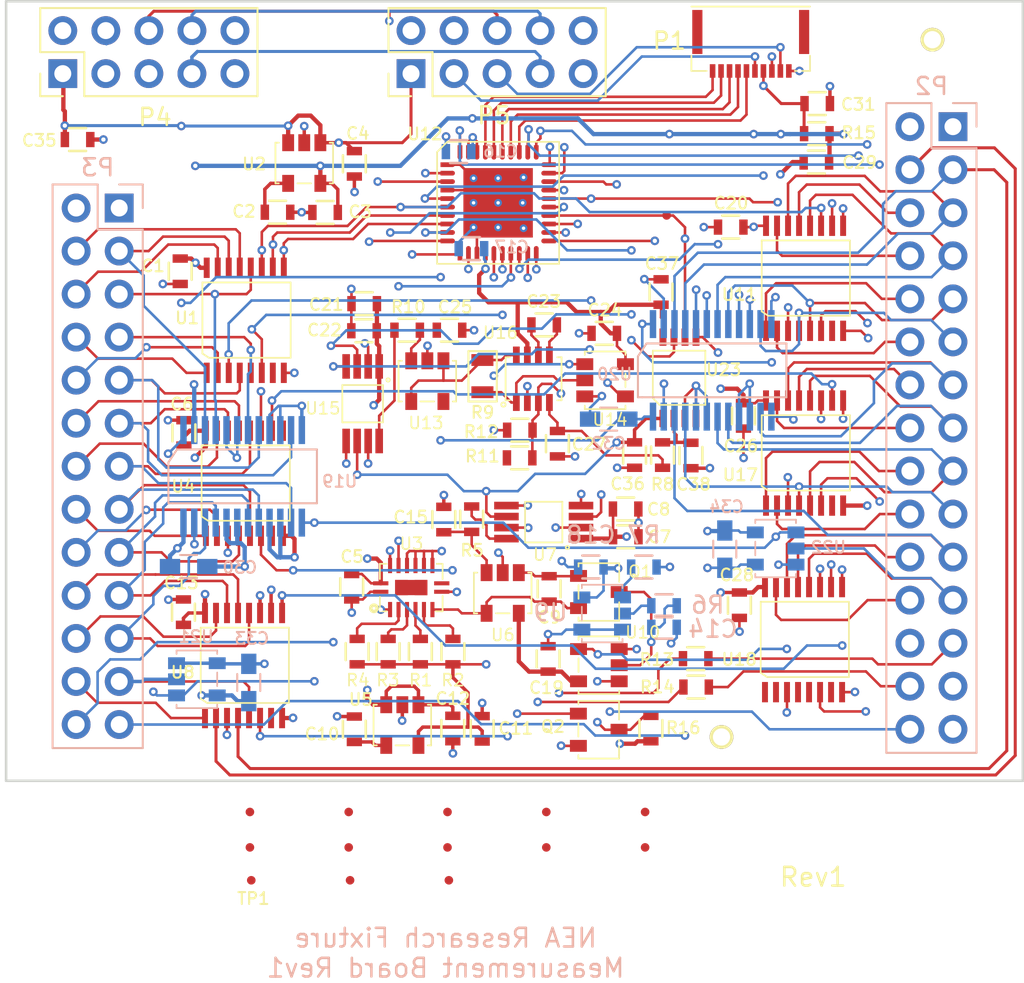
<source format=kicad_pcb>
(kicad_pcb (version 4) (host pcbnew 4.0.2-stable)
  (title_block (title "CSS118, Parking Meter PCB") (date 2016-07-25) (rev 7A) (company "Custom Silicon Solutions, Inc."))
  (layers (0 F.Cu signal) (1 In1.Cu signal) (2 In2.Cu signal) (31 B.Cu signal) (34 B.Paste user) (35 F.Paste user) (36 B.SilkS user) (37 F.SilkS user) (38 B.Mask user) (39 F.Mask user) (44 Edge.Cuts user))
  (net 0 "")
  (net 1 /A1)
  (net 2 /A2)
  (net 3 /B1)
  (net 4 /B2)
  (net 5 /LED1)
  (net 6 GND)
  (net 7 /LED2)
  (net 8 /C1)
  (net 9 /C2)
  (net 10 /D1)
  (net 11 /D2)
  (net 12 /E1)
  (net 13 /E2)
  (net 14 /F1)
  (net 15 /F2)
  (net 16 /G1)
  (net 17 /G2)
  (net 18 /H1)
  (net 19 /H2)
  (net 20 /I1)
  (net 21 /I2)
  (net 22 /J1)
  (net 23 /J2)
  (net 24 /K1)
  (net 25 /K2)
  (net 26 /L1)
  (net 27 /L2)
  (net 28 /M1)
  (net 29 /M2)
  (net 30 /N1)
  (net 31 /N2)
  (net 32 /O1)
  (net 33 /O2)
  (net 34 /P1)
  (net 35 /P2)
  (net 36 /Q1)
  (net 37 /Q2)
  (net 38 /R1)
  (net 39 /R2)
  (net 40 /S1)
  (net 41 /S2)
  (net 42 /T1)
  (net 43 /T2)
  (net 44 /U1)
  (net 45 /U2)
  (net 46 /V1)
  (net 47 /V2)
  (net 48 /3V3)
  (net 49 "Net-(P2-Pad1)")
  (net 50 /5V)
  (net 51 /SOMI)
  (net 52 /SIMO)
  (net 53 /V2P5)
  (net 54 /BIAS_OUT)
  (net 55 "Net-(C15-Pad1)")
  (net 56 /Imeas)
  (net 57 /~RST)
  (net 58 /~BME180CS)
  (net 59 /CLK)
  (net 60 /SDA)
  (net 61 /SCK)
  (net 62 /GPIO_A)
  (net 63 /GPIO_B)
  (net 64 "Net-(R1-Pad1)")
  (net 65 "Net-(R2-Pad1)")
  (net 66 "Net-(R3-Pad1)")
  (net 67 /DAC2_OUT)
  (net 68 /LED_2)
  (net 69 "Net-(R9-Pad1)")
  (net 70 /LED_1)
  (net 71 /DAC1_OUT)
  (net 72 /~MUX_EN1)
  (net 73 /MUX2)
  (net 74 /MUX1)
  (net 75 /MUX0)
  (net 76 /~MUX_EN2)
  (net 77 /~MUX_EN3)
  (net 78 "Net-(U4-Pad7)")
  (net 79 /~MUX_EN5)
  (net 80 /~MUX_EN6)
  (net 81 /~CV_EN)
  (net 82 /~CC_EN)
  (net 83 /GND_SENSORS)
  (net 84 /~MUX_EN4)
  (net 85 /DAC2_CS)
  (net 86 /TCK)
  (net 87 /TMS)
  (net 88 /TDI)
  (net 89 /TDO)
  (net 90 /TEST)
  (net 91 /DAC1_CS)
  (net 92 /SELR1)
  (net 93 /SELR0)
  (net 94 "Net-(U17-Pad7)")
  (net 95 "Net-(U18-Pad1)")
  (net 96 "Net-(U18-Pad2)")
  (net 97 "Net-(U18-Pad4)")
  (net 98 "Net-(U18-Pad5)")
  (net 99 "Net-(U18-Pad7)")
  (net 100 /0V5)
  (net 101 /~SELG)
  (net 102 /Vmeas)
  (net 103 "Net-(C2-Pad1)")
  (net 104 "Net-(C9-Pad2)")
  (net 105 "Net-(C10-Pad1)")
  (net 106 "Net-(C23-Pad1)")
  (net 107 "Net-(C23-Pad2)")
  (net 108 "Net-(C25-Pad1)")
  (net 109 "Net-(P3-Pad1)")
  (net 110 "Net-(R4-Pad1)")
  (net 111 "Net-(R9-Pad2)")
  (net 112 "Net-(U1-Pad7)")
  (net 113 "Net-(U3-Pad9)")
  (net 114 "Net-(U8-Pad7)")
  (net 115 "Net-(U11-Pad7)")
  (net 116 "Net-(R6-Pad2)")
  (net 117 /ADC16_IN)
  (net 118 /~ADC_CS)
  (net 119 /CC)
  (module WM6745-FPC (layer F.Cu) (at 13.9408 -20.8874 180)
    (fp_text reference P1 (at 4.8 1.775 180) (layer F.SilkS))
    (fp_text value "10-Pin Flex Cable")
    (pad 1 smd rect (at -2.25 0 180) (size 0.33 0.8) (layers F.Cu F.Paste F.Mask) (net 6 GND))
    (pad 2 smd rect (at -1.75 0 180) (size 0.33 0.8) (layers F.Cu F.Paste F.Mask) (net 61 /SCK))
    (pad 3 smd rect (at -1.25 0 180) (size 0.33 0.8) (layers F.Cu F.Paste F.Mask) (net 48 /3V3))
    (pad 4 smd rect (at -0.75 0 180) (size 0.33 0.8) (layers F.Cu F.Paste F.Mask) (net 57 /~RST))
    (pad 5 smd rect (at -0.25 0 180) (size 0.33 0.8) (layers F.Cu F.Paste F.Mask) (net 60 /SDA))
    (pad 6 smd rect (at 0.25 0 180) (size 0.33 0.8) (layers F.Cu F.Paste F.Mask) (net 86 /TCK))
    (pad 7 smd rect (at 0.75 0 180) (size 0.33 0.8) (layers F.Cu F.Paste F.Mask) (net 87 /TMS))
    (pad 8 smd rect (at 1.25 0 180) (size 0.33 0.8) (layers F.Cu F.Paste F.Mask) (net 88 /TDI))
    (pad 9 smd rect (at 1.75 0 180) (size 0.33 0.8) (layers F.Cu F.Paste F.Mask) (net 89 /TDO))
    (pad 10 smd rect (at 2.25 0 180) (size 0.33 0.8) (layers F.Cu F.Paste F.Mask) (net 90 /TEST))
    (pad 0 smd rect (at -3.15 2.3 180) (size 0.6 2.6) (layers F.Cu F.Paste F.Mask))
    (pad 0 smd rect (at 3.15 2.3 180) (size 0.6 2.6) (layers F.Cu F.Paste F.Mask))
  )
  (module footprints_on_Cdrive:Pin_Header_Straight_2x15_Pitch2.54mm (layer B.Cu) (at 24.605 0.18 180)
    (fp_text reference P2 (at 0 20.17 180) (layer B.SilkS) (effects (justify mirror)))
    (fp_text value CONN_02X15)
    (pad 1 thru_hole rect (at -1.27 17.78 180) (size 1.7 1.7) (drill 1) (layers *.Cu *.Mask) (net 49 "Net-(P2-Pad1)"))
    (pad 2 thru_hole oval (at 1.27 17.78 180) (size 1.7 1.7) (drill 1) (layers *.Cu *.Mask) (net 6 GND))
    (pad 3 thru_hole oval (at -1.27 15.24 180) (size 1.7 1.7) (drill 1) (layers *.Cu *.Mask) (net 27 /L2))
    (pad 4 thru_hole oval (at 1.27 15.24 180) (size 1.7 1.7) (drill 1) (layers *.Cu *.Mask) (net 26 /L1))
    (pad 5 thru_hole oval (at -1.27 12.7 180) (size 1.7 1.7) (drill 1) (layers *.Cu *.Mask) (net 29 /M2))
    (pad 6 thru_hole oval (at 1.27 12.7 180) (size 1.7 1.7) (drill 1) (layers *.Cu *.Mask) (net 28 /M1))
    (pad 7 thru_hole oval (at -1.27 10.16 180) (size 1.7 1.7) (drill 1) (layers *.Cu *.Mask) (net 31 /N2))
    (pad 8 thru_hole oval (at 1.27 10.16 180) (size 1.7 1.7) (drill 1) (layers *.Cu *.Mask) (net 30 /N1))
    (pad 9 thru_hole oval (at -1.27 7.62 180) (size 1.7 1.7) (drill 1) (layers *.Cu *.Mask) (net 33 /O2))
    (pad 10 thru_hole oval (at 1.27 7.62 180) (size 1.7 1.7) (drill 1) (layers *.Cu *.Mask) (net 32 /O1))
    (pad 11 thru_hole oval (at -1.27 5.08 180) (size 1.7 1.7) (drill 1) (layers *.Cu *.Mask) (net 35 /P2))
    (pad 12 thru_hole oval (at 1.27 5.08 180) (size 1.7 1.7) (drill 1) (layers *.Cu *.Mask) (net 34 /P1))
    (pad 13 thru_hole oval (at -1.27 2.54 180) (size 1.7 1.7) (drill 1) (layers *.Cu *.Mask) (net 37 /Q2))
    (pad 14 thru_hole oval (at 1.27 2.54 180) (size 1.7 1.7) (drill 1) (layers *.Cu *.Mask) (net 36 /Q1))
    (pad 15 thru_hole oval (at -1.27 0 180) (size 1.7 1.7) (drill 1) (layers *.Cu *.Mask) (net 39 /R2))
    (pad 16 thru_hole oval (at 1.27 0 180) (size 1.7 1.7) (drill 1) (layers *.Cu *.Mask) (net 38 /R1))
    (pad 17 thru_hole oval (at -1.27 -2.54 180) (size 1.7 1.7) (drill 1) (layers *.Cu *.Mask) (net 41 /S2))
    (pad 18 thru_hole oval (at 1.27 -2.54 180) (size 1.7 1.7) (drill 1) (layers *.Cu *.Mask) (net 40 /S1))
    (pad 19 thru_hole oval (at -1.27 -5.08 180) (size 1.7 1.7) (drill 1) (layers *.Cu *.Mask) (net 43 /T2))
    (pad 20 thru_hole oval (at 1.27 -5.08 180) (size 1.7 1.7) (drill 1) (layers *.Cu *.Mask) (net 42 /T1))
    (pad 21 thru_hole oval (at -1.27 -7.62 180) (size 1.7 1.7) (drill 1) (layers *.Cu *.Mask) (net 45 /U2))
    (pad 22 thru_hole oval (at 1.27 -7.62 180) (size 1.7 1.7) (drill 1) (layers *.Cu *.Mask) (net 44 /U1))
    (pad 23 thru_hole oval (at -1.27 -10.16 180) (size 1.7 1.7) (drill 1) (layers *.Cu *.Mask) (net 47 /V2))
    (pad 24 thru_hole oval (at 1.27 -10.16 180) (size 1.7 1.7) (drill 1) (layers *.Cu *.Mask) (net 46 /V1))
    (pad 25 thru_hole oval (at -1.27 -12.7 180) (size 1.7 1.7) (drill 1) (layers *.Cu *.Mask) (net 7 /LED2))
    (pad 26 thru_hole oval (at 1.27 -12.7 180) (size 1.7 1.7) (drill 1) (layers *.Cu *.Mask) (net 48 /3V3))
    (pad 27 thru_hole oval (at -1.27 -15.24 180) (size 1.7 1.7) (drill 1) (layers *.Cu *.Mask) (net 58 /~BME180CS))
    (pad 28 thru_hole oval (at 1.27 -15.24 180) (size 1.7 1.7) (drill 1) (layers *.Cu *.Mask) (net 5 /LED1))
    (pad 29 thru_hole oval (at -1.27 -17.78 180) (size 1.7 1.7) (drill 1) (layers *.Cu *.Mask) (net 6 GND))
    (pad 30 thru_hole oval (at 1.27 -17.78 180) (size 1.7 1.7) (drill 1) (layers *.Cu *.Mask) (net 59 /CLK))
  )
  (module footprints_on_Cdrive:Pin_Header_Straight_2x13_Pitch2.54mm (layer B.Cu) (at -24.595 2.44 180)
    (fp_text reference P3 (at 0 17.63 180) (layer B.SilkS) (effects (justify mirror)))
    (fp_text value CONN_02X13)
    (pad 1 thru_hole rect (at -1.27 15.24 180) (size 1.7 1.7) (drill 1) (layers *.Cu *.Mask) (net 109 "Net-(P3-Pad1)"))
    (pad 2 thru_hole oval (at 1.27 15.24 180) (size 1.7 1.7) (drill 1) (layers *.Cu *.Mask) (net 6 GND))
    (pad 3 thru_hole oval (at -1.27 12.7 180) (size 1.7 1.7) (drill 1) (layers *.Cu *.Mask) (net 2 /A2))
    (pad 4 thru_hole oval (at 1.27 12.7 180) (size 1.7 1.7) (drill 1) (layers *.Cu *.Mask) (net 1 /A1))
    (pad 5 thru_hole oval (at -1.27 10.16 180) (size 1.7 1.7) (drill 1) (layers *.Cu *.Mask) (net 4 /B2))
    (pad 6 thru_hole oval (at 1.27 10.16 180) (size 1.7 1.7) (drill 1) (layers *.Cu *.Mask) (net 3 /B1))
    (pad 7 thru_hole oval (at -1.27 7.62 180) (size 1.7 1.7) (drill 1) (layers *.Cu *.Mask) (net 9 /C2))
    (pad 8 thru_hole oval (at 1.27 7.62 180) (size 1.7 1.7) (drill 1) (layers *.Cu *.Mask) (net 8 /C1))
    (pad 9 thru_hole oval (at -1.27 5.08 180) (size 1.7 1.7) (drill 1) (layers *.Cu *.Mask) (net 11 /D2))
    (pad 10 thru_hole oval (at 1.27 5.08 180) (size 1.7 1.7) (drill 1) (layers *.Cu *.Mask) (net 10 /D1))
    (pad 11 thru_hole oval (at -1.27 2.54 180) (size 1.7 1.7) (drill 1) (layers *.Cu *.Mask) (net 13 /E2))
    (pad 12 thru_hole oval (at 1.27 2.54 180) (size 1.7 1.7) (drill 1) (layers *.Cu *.Mask) (net 12 /E1))
    (pad 13 thru_hole oval (at -1.27 0 180) (size 1.7 1.7) (drill 1) (layers *.Cu *.Mask) (net 15 /F2))
    (pad 14 thru_hole oval (at 1.27 0 180) (size 1.7 1.7) (drill 1) (layers *.Cu *.Mask) (net 14 /F1))
    (pad 15 thru_hole oval (at -1.27 -2.54 180) (size 1.7 1.7) (drill 1) (layers *.Cu *.Mask) (net 17 /G2))
    (pad 16 thru_hole oval (at 1.27 -2.54 180) (size 1.7 1.7) (drill 1) (layers *.Cu *.Mask) (net 16 /G1))
    (pad 17 thru_hole oval (at -1.27 -5.08 180) (size 1.7 1.7) (drill 1) (layers *.Cu *.Mask) (net 19 /H2))
    (pad 18 thru_hole oval (at 1.27 -5.08 180) (size 1.7 1.7) (drill 1) (layers *.Cu *.Mask) (net 18 /H1))
    (pad 19 thru_hole oval (at -1.27 -7.62 180) (size 1.7 1.7) (drill 1) (layers *.Cu *.Mask) (net 21 /I2))
    (pad 20 thru_hole oval (at 1.27 -7.62 180) (size 1.7 1.7) (drill 1) (layers *.Cu *.Mask) (net 20 /I1))
    (pad 21 thru_hole oval (at -1.27 -10.16 180) (size 1.7 1.7) (drill 1) (layers *.Cu *.Mask) (net 23 /J2))
    (pad 22 thru_hole oval (at 1.27 -10.16 180) (size 1.7 1.7) (drill 1) (layers *.Cu *.Mask) (net 22 /J1))
    (pad 23 thru_hole oval (at -1.27 -12.7 180) (size 1.7 1.7) (drill 1) (layers *.Cu *.Mask) (net 25 /K2))
    (pad 24 thru_hole oval (at 1.27 -12.7 180) (size 1.7 1.7) (drill 1) (layers *.Cu *.Mask) (net 24 /K1))
    (pad 25 thru_hole oval (at -1.27 -15.24 180) (size 1.7 1.7) (drill 1) (layers *.Cu *.Mask) (net 51 /SOMI))
    (pad 26 thru_hole oval (at 1.27 -15.24 180) (size 1.7 1.7) (drill 1) (layers *.Cu *.Mask) (net 52 /SIMO))
  )
  (module footprints_on_Cdrive:TP_SMT.02 (layer F.Cu) (at -15.611523 22.840399)
    (fp_text reference TP6 hide)
    (fp_text value TP_SMT hide)
    (pad 1 smd circle (at 0 0) (size 0.508 0.508) (layers F.Cu F.Mask) (net 108 "Net-(C25-Pad1)"))
  )
  (module footprints_on_Cdrive:Header_Pin_Rnd (layer F.Cu) (at 12.2174 18.415)
    (fp_text reference TP5 hide)
    (fp_text value header_pin)
    (pad 1 thru_hole circle (at 0 0) (size 1.397 1.397) (drill 1.016) (layers *.Cu *.Mask F.SilkS) (net 6 GND))
  )
  (module footprints_on_Cdrive:TP_SMT.02 (layer F.Cu) (at -15.611523 24.930399)
    (fp_text reference TP3 hide)
    (fp_text value TP_SMT hide)
    (pad 1 smd circle (at 0 0) (size 0.508 0.508) (layers F.Cu F.Mask) (net 55 "Net-(C15-Pad1)"))
  )
  (module footprints_on_Cdrive:TP_SMT.02 (layer F.Cu) (at -9.781523 22.840399)
    (fp_text reference TP2 hide)
    (fp_text value TP_SMT hide)
    (pad 1 smd circle (at 0 0) (size 0.508 0.508) (layers F.Cu F.Mask) (net 53 /V2P5))
  )
  (module footprints_on_Cdrive:TSSOP16 (layer F.Cu) (at -18.161 -3.0734)
    (fp_text reference U1 (at -1.1557 -3.24104) (layer F.SilkS) (effects (font (size 0.7 0.7) (thickness 0.12))))
    (fp_text value NX3L4051)
    (pad 1 smd rect (at 0 0) (size 0.35 1.2) (layers F.Cu F.Paste F.Mask) (net 8 /C1))
    (pad 2 smd rect (at 0.65 0) (size 0.35 1.2) (layers F.Cu F.Paste F.Mask) (net 10 /D1))
    (pad 3 smd rect (at 1.3 0) (size 0.35 1.2) (layers F.Cu F.Paste F.Mask) (net 102 /Vmeas))
    (pad 4 smd rect (at 1.95 0) (size 0.35 1.2) (layers F.Cu F.Paste F.Mask) (net 11 /D2))
    (pad 5 smd rect (at 2.6 0) (size 0.35 1.2) (layers F.Cu F.Paste F.Mask) (net 9 /C2))
    (pad 6 smd rect (at 3.25 0) (size 0.35 1.2) (layers F.Cu F.Paste F.Mask) (net 72 /~MUX_EN1))
    (pad 7 smd rect (at 3.9 0) (size 0.35 1.2) (layers F.Cu F.Paste F.Mask) (net 112 "Net-(U1-Pad7)"))
    (pad 8 smd rect (at 4.55 0) (size 0.35 1.2) (layers F.Cu F.Paste F.Mask) (net 6 GND))
    (pad 9 smd rect (at 4.55 -6.2) (size 0.35 1.2) (layers F.Cu F.Paste F.Mask) (net 73 /MUX2))
    (pad 10 smd rect (at 3.9 -6.2) (size 0.35 1.2) (layers F.Cu F.Paste F.Mask) (net 74 /MUX1))
    (pad 11 smd rect (at 3.25 -6.2) (size 0.35 1.2) (layers F.Cu F.Paste F.Mask) (net 75 /MUX0))
    (pad 12 smd rect (at 2.6 -6.2) (size 0.35 1.2) (layers F.Cu F.Paste F.Mask) (net 4 /B2))
    (pad 13 smd rect (at 1.95 -6.2) (size 0.35 1.2) (layers F.Cu F.Paste F.Mask) (net 1 /A1))
    (pad 14 smd rect (at 1.3 -6.2) (size 0.35 1.2) (layers F.Cu F.Paste F.Mask) (net 2 /A2))
    (pad 15 smd rect (at 0.65 -6.2) (size 0.35 1.2) (layers F.Cu F.Paste F.Mask) (net 3 /B1))
    (pad 16 smd rect (at 0 -6.2) (size 0.35 1.2) (layers F.Cu F.Paste F.Mask) (net 48 /3V3))
  )
  (module footprints_on_Cdrive:TSSOP16 (layer F.Cu) (at -18.2083 6.5429)
    (fp_text reference U4 (at -1.32938 -2.91578 180) (layer F.SilkS) (effects (font (size 0.7 0.7) (thickness 0.12))))
    (fp_text value NX3L4051)
    (pad 1 smd rect (at 0 0) (size 0.35 1.2) (layers F.Cu F.Paste F.Mask) (net 16 /G1))
    (pad 2 smd rect (at 0.65 0) (size 0.35 1.2) (layers F.Cu F.Paste F.Mask) (net 18 /H1))
    (pad 3 smd rect (at 1.3 0) (size 0.35 1.2) (layers F.Cu F.Paste F.Mask) (net 102 /Vmeas))
    (pad 4 smd rect (at 1.95 0) (size 0.35 1.2) (layers F.Cu F.Paste F.Mask) (net 19 /H2))
    (pad 5 smd rect (at 2.6 0) (size 0.35 1.2) (layers F.Cu F.Paste F.Mask) (net 17 /G2))
    (pad 6 smd rect (at 3.25 0) (size 0.35 1.2) (layers F.Cu F.Paste F.Mask) (net 76 /~MUX_EN2))
    (pad 7 smd rect (at 3.9 0) (size 0.35 1.2) (layers F.Cu F.Paste F.Mask) (net 78 "Net-(U4-Pad7)"))
    (pad 8 smd rect (at 4.55 0) (size 0.35 1.2) (layers F.Cu F.Paste F.Mask) (net 6 GND))
    (pad 9 smd rect (at 4.55 -6.2) (size 0.35 1.2) (layers F.Cu F.Paste F.Mask) (net 73 /MUX2))
    (pad 10 smd rect (at 3.9 -6.2) (size 0.35 1.2) (layers F.Cu F.Paste F.Mask) (net 74 /MUX1))
    (pad 11 smd rect (at 3.25 -6.2) (size 0.35 1.2) (layers F.Cu F.Paste F.Mask) (net 75 /MUX0))
    (pad 12 smd rect (at 2.6 -6.2) (size 0.35 1.2) (layers F.Cu F.Paste F.Mask) (net 15 /F2))
    (pad 13 smd rect (at 1.95 -6.2) (size 0.35 1.2) (layers F.Cu F.Paste F.Mask) (net 12 /E1))
    (pad 14 smd rect (at 1.3 -6.2) (size 0.35 1.2) (layers F.Cu F.Paste F.Mask) (net 13 /E2))
    (pad 15 smd rect (at 0.65 -6.2) (size 0.35 1.2) (layers F.Cu F.Paste F.Mask) (net 14 /F1))
    (pad 16 smd rect (at 0 -6.2) (size 0.35 1.2) (layers F.Cu F.Paste F.Mask) (net 48 /3V3))
  )
  (module footprints_on_Cdrive:TSSOP16 (layer F.Cu) (at -18.2626 17.2974)
    (fp_text reference U8 (at -1.31064 -2.69748 180) (layer F.SilkS) (effects (font (size 0.7 0.7) (thickness 0.12))))
    (fp_text value NX3L4051)
    (pad 1 smd rect (at 0 0) (size 0.35 1.2) (layers F.Cu F.Paste F.Mask) (net 24 /K1))
    (pad 2 smd rect (at 0.65 0) (size 0.35 1.2) (layers F.Cu F.Paste F.Mask) (net 26 /L1))
    (pad 3 smd rect (at 1.3 0) (size 0.35 1.2) (layers F.Cu F.Paste F.Mask) (net 102 /Vmeas))
    (pad 4 smd rect (at 1.95 0) (size 0.35 1.2) (layers F.Cu F.Paste F.Mask) (net 27 /L2))
    (pad 5 smd rect (at 2.6 0) (size 0.35 1.2) (layers F.Cu F.Paste F.Mask) (net 25 /K2))
    (pad 6 smd rect (at 3.25 0) (size 0.35 1.2) (layers F.Cu F.Paste F.Mask) (net 77 /~MUX_EN3))
    (pad 7 smd rect (at 3.9 0) (size 0.35 1.2) (layers F.Cu F.Paste F.Mask) (net 114 "Net-(U8-Pad7)"))
    (pad 8 smd rect (at 4.55 0) (size 0.35 1.2) (layers F.Cu F.Paste F.Mask) (net 6 GND))
    (pad 9 smd rect (at 4.55 -6.2) (size 0.35 1.2) (layers F.Cu F.Paste F.Mask) (net 73 /MUX2))
    (pad 10 smd rect (at 3.9 -6.2) (size 0.35 1.2) (layers F.Cu F.Paste F.Mask) (net 74 /MUX1))
    (pad 11 smd rect (at 3.25 -6.2) (size 0.35 1.2) (layers F.Cu F.Paste F.Mask) (net 75 /MUX0))
    (pad 12 smd rect (at 2.6 -6.2) (size 0.35 1.2) (layers F.Cu F.Paste F.Mask) (net 23 /J2))
    (pad 13 smd rect (at 1.95 -6.2) (size 0.35 1.2) (layers F.Cu F.Paste F.Mask) (net 20 /I1))
    (pad 14 smd rect (at 1.3 -6.2) (size 0.35 1.2) (layers F.Cu F.Paste F.Mask) (net 21 /I2))
    (pad 15 smd rect (at 0.65 -6.2) (size 0.35 1.2) (layers F.Cu F.Paste F.Mask) (net 22 /J1))
    (pad 16 smd rect (at 0 -6.2) (size 0.35 1.2) (layers F.Cu F.Paste F.Mask) (net 48 /3V3))
  )
  (module footprints_on_Cdrive:VQFN40 (layer F.Cu) (at -0.9652 -13.1064 270)
    (fp_text reference U12 (at -4.064 4.318 360) (layer F.SilkS) (effects (font (size 0.7 0.7) (thickness 0.12))))
    (fp_text value MSP430G2955)
    (pad 1 smd rect (at -2.25 3.045 270) (size 0.28 0.71) (layers F.Cu F.Paste F.Mask) (net 6 GND))
    (pad 2 smd rect (at -1.75 3.045 270) (size 0.28 0.71) (layers F.Cu F.Paste F.Mask) (net 76 /~MUX_EN2))
    (pad 3 smd rect (at -1.25 3.045 270) (size 0.28 0.71) (layers F.Cu F.Paste F.Mask) (net 85 /DAC2_CS))
    (pad 4 smd rect (at -0.75 3.045 270) (size 0.28 0.71) (layers F.Cu F.Paste F.Mask) (net 6 GND))
    (pad 5 smd rect (at -0.25 3.045 270) (size 0.28 0.71) (layers F.Cu F.Paste F.Mask) (net 57 /~RST))
    (pad 6 smd rect (at 0.25 3.045 270) (size 0.28 0.71) (layers F.Cu F.Paste F.Mask) (net 75 /MUX0))
    (pad 7 smd rect (at 0.75 3.045 270) (size 0.28 0.71) (layers F.Cu F.Paste F.Mask) (net 74 /MUX1))
    (pad 8 smd rect (at 1.25 3.045 270) (size 0.28 0.71) (layers F.Cu F.Paste F.Mask) (net 73 /MUX2))
    (pad 9 smd rect (at 1.75 3.045 270) (size 0.28 0.71) (layers F.Cu F.Paste F.Mask) (net 59 /CLK))
    (pad 10 smd rect (at 2.25 3.045 270) (size 0.28 0.71) (layers F.Cu F.Paste F.Mask) (net 60 /SDA))
    (pad 11 smd rect (at 3.045 2.25) (size 0.28 0.71) (layers F.Cu F.Paste F.Mask) (net 61 /SCK))
    (pad 12 smd rect (at 3.045 1.75) (size 0.28 0.71) (layers F.Cu F.Paste F.Mask) (net 77 /~MUX_EN3))
    (pad 13 smd rect (at 3.045 1.25) (size 0.28 0.71) (layers F.Cu F.Paste F.Mask) (net 6 GND))
    (pad 14 smd rect (at 3.045 0.75) (size 0.28 0.71) (layers F.Cu F.Paste F.Mask) (net 48 /3V3))
    (pad 15 smd rect (at 3.045 0.25) (size 0.28 0.71) (layers F.Cu F.Paste F.Mask) (net 81 /~CV_EN))
    (pad 16 smd rect (at 3.045 -0.25) (size 0.28 0.71) (layers F.Cu F.Paste F.Mask) (net 72 /~MUX_EN1))
    (pad 17 smd rect (at 3.045 -0.75) (size 0.28 0.71) (layers F.Cu F.Paste F.Mask) (net 93 /SELR0))
    (pad 18 smd rect (at 3.045 -1.25) (size 0.28 0.71) (layers F.Cu F.Paste F.Mask) (net 118 /~ADC_CS))
    (pad 19 smd rect (at 3.045 -1.75) (size 0.28 0.71) (layers F.Cu F.Paste F.Mask) (net 70 /LED_1))
    (pad 20 smd rect (at 3.045 -2.25) (size 0.28 0.71) (layers F.Cu F.Paste F.Mask) (net 68 /LED_2))
    (pad 21 smd rect (at 2.25 -3.045 270) (size 0.28 0.71) (layers F.Cu F.Paste F.Mask) (net 83 /GND_SENSORS))
    (pad 22 smd rect (at 1.75 -3.045 270) (size 0.28 0.71) (layers F.Cu F.Paste F.Mask) (net 91 /DAC1_CS))
    (pad 23 smd rect (at 1.25 -3.045 270) (size 0.28 0.71) (layers F.Cu F.Paste F.Mask) (net 52 /SIMO))
    (pad 24 smd rect (at 0.75 -3.045 270) (size 0.28 0.71) (layers F.Cu F.Paste F.Mask) (net 51 /SOMI))
    (pad 25 smd rect (at 0.25 -3.045 270) (size 0.28 0.71) (layers F.Cu F.Paste F.Mask) (net 92 /SELR1))
    (pad 26 smd rect (at -0.25 -3.045 270) (size 0.28 0.71) (layers F.Cu F.Paste F.Mask) (net 102 /Vmeas))
    (pad 27 smd rect (at -0.75 -3.045 270) (size 0.28 0.71) (layers F.Cu F.Paste F.Mask) (net 100 /0V5))
    (pad 28 smd rect (at -1.25 -3.045 270) (size 0.28 0.71) (layers F.Cu F.Paste F.Mask) (net 53 /V2P5))
    (pad 29 smd rect (at -1.75 -3.045 270) (size 0.28 0.71) (layers F.Cu F.Paste F.Mask) (net 63 /GPIO_B))
    (pad 30 smd rect (at -2.25 -3.045 270) (size 0.28 0.71) (layers F.Cu F.Paste F.Mask) (net 62 /GPIO_A))
    (pad 31 smd rect (at -3.045 -2.25) (size 0.28 0.71) (layers F.Cu F.Paste F.Mask) (net 84 /~MUX_EN4))
    (pad 32 smd rect (at -3.045 -1.75) (size 0.28 0.71) (layers F.Cu F.Paste F.Mask) (net 80 /~MUX_EN6))
    (pad 33 smd rect (at -3.045 -1.25) (size 0.28 0.71) (layers F.Cu F.Paste F.Mask) (net 86 /TCK))
    (pad 34 smd rect (at -3.045 -0.75) (size 0.28 0.71) (layers F.Cu F.Paste F.Mask) (net 87 /TMS))
    (pad 35 smd rect (at -3.045 -0.25) (size 0.28 0.71) (layers F.Cu F.Paste F.Mask) (net 88 /TDI))
    (pad 36 smd rect (at -3.045 0.25) (size 0.28 0.71) (layers F.Cu F.Paste F.Mask) (net 89 /TDO))
    (pad 37 smd rect (at -3.045 0.75) (size 0.28 0.71) (layers F.Cu F.Paste F.Mask) (net 90 /TEST))
    (pad 38 smd rect (at -3.045 1.25) (size 0.28 0.71) (layers F.Cu F.Paste F.Mask) (net 48 /3V3))
    (pad 39 smd rect (at -3.045 1.75) (size 0.28 0.71) (layers F.Cu F.Paste F.Mask) (net 48 /3V3))
    (pad 40 smd rect (at -3.045 2.25) (size 0.28 0.71) (layers F.Cu F.Paste F.Mask) (net 79 /~MUX_EN5))
    (pad 21 smd circle (at 2.25 -2.69) (size 0.28 0.28) (layers F.Cu F.Paste F.Mask) (net 83 /GND_SENSORS))
    (pad 22 smd circle (at 1.75 -2.69) (size 0.28 0.28) (layers F.Cu F.Paste F.Mask) (net 91 /DAC1_CS))
    (pad 23 smd circle (at 1.25 -2.69) (size 0.28 0.28) (layers F.Cu F.Paste F.Mask) (net 52 /SIMO))
    (pad 24 smd circle (at 0.75 -2.69) (size 0.28 0.28) (layers F.Cu F.Paste F.Mask) (net 51 /SOMI))
    (pad 25 smd circle (at 0.25 -2.69) (size 0.28 0.28) (layers F.Cu F.Paste F.Mask) (net 92 /SELR1))
    (pad 26 smd circle (at -0.25 -2.69) (size 0.28 0.28) (layers F.Cu F.Paste F.Mask) (net 102 /Vmeas))
    (pad 27 smd circle (at -0.75 -2.69) (size 0.28 0.28) (layers F.Cu F.Paste F.Mask) (net 100 /0V5))
    (pad 28 smd circle (at -1.25 -2.69) (size 0.28 0.28) (layers F.Cu F.Paste F.Mask) (net 53 /V2P5))
    (pad 29 smd circle (at -1.75 -2.69) (size 0.28 0.28) (layers F.Cu F.Paste F.Mask) (net 63 /GPIO_B))
    (pad 30 smd circle (at -2.25 -2.69) (size 0.28 0.28) (layers F.Cu F.Paste F.Mask) (net 62 /GPIO_A))
    (pad 31 smd circle (at -2.69 -2.25) (size 0.28 0.28) (layers F.Cu F.Paste F.Mask) (net 84 /~MUX_EN4))
    (pad 32 smd circle (at -2.69 -1.75) (size 0.28 0.28) (layers F.Cu F.Paste F.Mask) (net 80 /~MUX_EN6))
    (pad 33 smd circle (at -2.69 -1.25) (size 0.28 0.28) (layers F.Cu F.Paste F.Mask) (net 86 /TCK))
    (pad 34 smd circle (at -2.69 -0.75) (size 0.28 0.28) (layers F.Cu F.Paste F.Mask) (net 87 /TMS))
    (pad 35 smd circle (at -2.69 -0.25) (size 0.28 0.28) (layers F.Cu F.Paste F.Mask) (net 88 /TDI))
    (pad 36 smd circle (at -2.69 0.25) (size 0.28 0.28) (layers F.Cu F.Paste F.Mask) (net 89 /TDO))
    (pad 37 smd circle (at -2.69 0.75) (size 0.28 0.28) (layers F.Cu F.Paste F.Mask) (net 90 /TEST))
    (pad 38 smd circle (at -2.69 1.25) (size 0.28 0.28) (layers F.Cu F.Paste F.Mask) (net 48 /3V3))
    (pad 39 smd circle (at -2.69 1.75) (size 0.28 0.28) (layers F.Cu F.Paste F.Mask) (net 48 /3V3))
    (pad 40 smd circle (at -2.69 2.25) (size 0.28 0.28) (layers F.Cu F.Paste F.Mask) (net 79 /~MUX_EN5))
    (pad 1 smd circle (at -2.25 2.69) (size 0.28 0.28) (layers F.Cu F.Paste F.Mask) (net 6 GND))
    (pad 2 smd circle (at -1.75 2.69) (size 0.28 0.28) (layers F.Cu F.Paste F.Mask) (net 76 /~MUX_EN2))
    (pad 3 smd circle (at -1.25 2.69) (size 0.28 0.28) (layers F.Cu F.Paste F.Mask) (net 85 /DAC2_CS))
    (pad 4 smd circle (at -0.75 2.69) (size 0.28 0.28) (layers F.Cu F.Paste F.Mask) (net 6 GND))
    (pad 5 smd circle (at -0.25 2.69) (size 0.28 0.28) (layers F.Cu F.Paste F.Mask) (net 57 /~RST))
    (pad 6 smd circle (at 0.25 2.69) (size 0.28 0.28) (layers F.Cu F.Paste F.Mask) (net 75 /MUX0))
    (pad 7 smd circle (at 0.75 2.69) (size 0.28 0.28) (layers F.Cu F.Paste F.Mask) (net 74 /MUX1))
    (pad 8 smd circle (at 1.25 2.69) (size 0.28 0.28) (layers F.Cu F.Paste F.Mask) (net 73 /MUX2))
    (pad 9 smd circle (at 1.75 2.69) (size 0.28 0.28) (layers F.Cu F.Paste F.Mask) (net 59 /CLK))
    (pad 10 smd circle (at 2.25 2.69) (size 0.28 0.28) (layers F.Cu F.Paste F.Mask) (net 60 /SDA))
    (pad 11 smd circle (at 2.69 2.25) (size 0.28 0.28) (layers F.Cu F.Paste F.Mask) (net 61 /SCK))
    (pad 12 smd circle (at 2.69 1.75) (size 0.28 0.28) (layers F.Cu F.Paste F.Mask) (net 77 /~MUX_EN3))
    (pad 13 smd circle (at 2.69 1.25) (size 0.28 0.28) (layers F.Cu F.Paste F.Mask) (net 6 GND))
    (pad 14 smd circle (at 2.69 0.75) (size 0.28 0.28) (layers F.Cu F.Paste F.Mask) (net 48 /3V3))
    (pad 15 smd circle (at 2.69 0.25) (size 0.28 0.28) (layers F.Cu F.Paste F.Mask) (net 81 /~CV_EN))
    (pad 16 smd circle (at 2.69 -0.25) (size 0.28 0.28) (layers F.Cu F.Paste F.Mask) (net 72 /~MUX_EN1))
    (pad 17 smd circle (at 2.69 -0.75) (size 0.28 0.28) (layers F.Cu F.Paste F.Mask) (net 93 /SELR0))
    (pad 18 smd circle (at 2.69 -1.25) (size 0.28 0.28) (layers F.Cu F.Paste F.Mask) (net 118 /~ADC_CS))
    (pad 19 smd circle (at 2.69 -1.75) (size 0.28 0.28) (layers F.Cu F.Paste F.Mask) (net 70 /LED_1))
    (pad 20 smd circle (at 2.69 -2.25) (size 0.28 0.28) (layers F.Cu F.Paste F.Mask) (net 68 /LED_2))
    (pad 41 smd rect (at 0 0 270) (size 1.15 1.15) (layers F.Cu F.Paste F.Mask) (net 6 GND))
    (pad 41 smd rect (at -1.45 0 270) (size 1.15 1.15) (layers F.Cu F.Paste F.Mask) (net 6 GND))
    (pad 41 smd rect (at 1.45 0 270) (size 1.15 1.15) (layers F.Cu F.Paste F.Mask) (net 6 GND))
    (pad 41 smd rect (at 1.45 1.45 270) (size 1.15 1.15) (layers F.Cu F.Paste F.Mask) (net 6 GND))
    (pad 41 smd rect (at 0 1.45 270) (size 1.15 1.15) (layers F.Cu F.Paste F.Mask) (net 6 GND))
    (pad 41 smd rect (at -1.45 1.45 270) (size 1.15 1.15) (layers F.Cu F.Paste F.Mask) (net 6 GND))
    (pad 41 smd rect (at -1.45 -1.45 270) (size 1.15 1.15) (layers F.Cu F.Paste F.Mask) (net 6 GND))
    (pad 41 smd rect (at 0 -1.45 270) (size 1.15 1.15) (layers F.Cu F.Paste F.Mask) (net 6 GND))
    (pad 41 smd rect (at 1.45 -1.45 270) (size 1.15 1.15) (layers F.Cu F.Paste F.Mask) (net 6 GND))
    (pad 41 thru_hole circle (at -1.45 0 270) (size 0.4572 0.4572) (drill 0.2032) (layers *.Cu) (net 6 GND))
    (pad 41 thru_hole circle (at -1.45 1.45 270) (size 0.4572 0.4572) (drill 0.2032) (layers *.Cu) (net 6 GND))
    (pad 41 thru_hole circle (at 1.45 1.45 270) (size 0.4572 0.4572) (drill 0.2032) (layers *.Cu) (net 6 GND))
    (pad 41 thru_hole circle (at 0 1.45 270) (size 0.4572 0.4572) (drill 0.2032) (layers *.Cu) (net 6 GND))
    (pad 41 thru_hole circle (at 0 0 270) (size 0.4572 0.4572) (drill 0.2032) (layers *.Cu) (net 6 GND))
    (pad 41 thru_hole circle (at 1.5 -1.5 270) (size 0.4572 0.4572) (drill 0.2032) (layers *.Cu) (net 6 GND))
    (pad 41 thru_hole circle (at 1.45 0 270) (size 0.4572 0.4572) (drill 0.2032) (layers *.Cu) (net 6 GND))
    (pad 41 thru_hole circle (at 0 -1.45 270) (size 0.4572 0.4572) (drill 0.2032) (layers *.Cu) (net 6 GND))
    (pad 41 thru_hole circle (at -1.5 -1.5 270) (size 0.4572 0.4572) (drill 0.2032) (layers *.Cu) (net 6 GND))
    (pad 41 smd rect (at 0 0 270) (size 4.1 4.1) (layers F.Cu F.Mask) (net 6 GND))
  )
  (module footprints_on_Cdrive:TSSOP16 (layer F.Cu) (at 14.84376 -5.55244)
    (fp_text reference U11 (at -1.57296 -2.13996 180) (layer F.SilkS) (effects (font (size 0.7 0.7) (thickness 0.12))))
    (fp_text value NX3L4051)
    (pad 1 smd rect (at 0 0) (size 0.35 1.2) (layers F.Cu F.Paste F.Mask) (net 32 /O1))
    (pad 2 smd rect (at 0.65 0) (size 0.35 1.2) (layers F.Cu F.Paste F.Mask) (net 34 /P1))
    (pad 3 smd rect (at 1.3 0) (size 0.35 1.2) (layers F.Cu F.Paste F.Mask) (net 102 /Vmeas))
    (pad 4 smd rect (at 1.95 0) (size 0.35 1.2) (layers F.Cu F.Paste F.Mask) (net 35 /P2))
    (pad 5 smd rect (at 2.6 0) (size 0.35 1.2) (layers F.Cu F.Paste F.Mask) (net 33 /O2))
    (pad 6 smd rect (at 3.25 0) (size 0.35 1.2) (layers F.Cu F.Paste F.Mask) (net 84 /~MUX_EN4))
    (pad 7 smd rect (at 3.9 0) (size 0.35 1.2) (layers F.Cu F.Paste F.Mask) (net 115 "Net-(U11-Pad7)"))
    (pad 8 smd rect (at 4.55 0) (size 0.35 1.2) (layers F.Cu F.Paste F.Mask) (net 6 GND))
    (pad 9 smd rect (at 4.55 -6.2) (size 0.35 1.2) (layers F.Cu F.Paste F.Mask) (net 73 /MUX2))
    (pad 10 smd rect (at 3.9 -6.2) (size 0.35 1.2) (layers F.Cu F.Paste F.Mask) (net 74 /MUX1))
    (pad 11 smd rect (at 3.25 -6.2) (size 0.35 1.2) (layers F.Cu F.Paste F.Mask) (net 75 /MUX0))
    (pad 12 smd rect (at 2.6 -6.2) (size 0.35 1.2) (layers F.Cu F.Paste F.Mask) (net 31 /N2))
    (pad 13 smd rect (at 1.95 -6.2) (size 0.35 1.2) (layers F.Cu F.Paste F.Mask) (net 28 /M1))
    (pad 14 smd rect (at 1.3 -6.2) (size 0.35 1.2) (layers F.Cu F.Paste F.Mask) (net 29 /M2))
    (pad 15 smd rect (at 0.65 -6.2) (size 0.35 1.2) (layers F.Cu F.Paste F.Mask) (net 30 /N1))
    (pad 16 smd rect (at 0 -6.2) (size 0.35 1.2) (layers F.Cu F.Paste F.Mask) (net 48 /3V3))
  )
  (module footprints_on_Cdrive:DHVQFN16 (layer F.Cu) (at -6.09115 9.596079)
    (fp_text reference U3 (at 0.01547 -2.585679) (layer F.SilkS) (effects (font (size 0.7 0.7) (thickness 0.1))))
    (fp_text value 74CBTLV3253)
    (pad 1 smd rect (at -1.8 0.25 90) (size 0.24 0.9) (layers F.Cu F.Paste F.Mask) (net 6 GND))
    (pad 2 smd rect (at -1.25 1.3) (size 0.24 0.9) (layers F.Cu F.Paste F.Mask) (net 92 /SELR1))
    (pad 3 smd rect (at -0.75 1.3) (size 0.24 0.9) (layers F.Cu F.Paste F.Mask) (net 110 "Net-(R4-Pad1)"))
    (pad 4 smd rect (at -0.25 1.3) (size 0.24 0.9) (layers F.Cu F.Paste F.Mask) (net 66 "Net-(R3-Pad1)"))
    (pad 5 smd rect (at 0.25 1.3) (size 0.24 0.9) (layers F.Cu F.Paste F.Mask) (net 64 "Net-(R1-Pad1)"))
    (pad 6 smd rect (at 0.75 1.3) (size 0.24 0.9) (layers F.Cu F.Paste F.Mask) (net 65 "Net-(R2-Pad1)"))
    (pad 7 smd rect (at 1.25 1.3) (size 0.24 0.9) (layers F.Cu F.Paste F.Mask) (net 54 /BIAS_OUT))
    (pad 8 smd rect (at 1.8 0.25 90) (size 0.24 0.9) (layers F.Cu F.Paste F.Mask) (net 6 GND))
    (pad 9 smd rect (at 1.8 -0.25 90) (size 0.24 0.9) (layers F.Cu F.Paste F.Mask) (net 113 "Net-(U3-Pad9)"))
    (pad 10 smd rect (at 1.25 -1.3) (size 0.24 0.9) (layers F.Cu F.Paste F.Mask) (net 6 GND))
    (pad 11 smd rect (at 0.75 -1.3) (size 0.24 0.9) (layers F.Cu F.Paste F.Mask) (net 6 GND))
    (pad 12 smd rect (at 0.25 -1.3) (size 0.24 0.9) (layers F.Cu F.Paste F.Mask) (net 6 GND))
    (pad 13 smd rect (at -0.25 -1.3) (size 0.24 0.9) (layers F.Cu F.Paste F.Mask) (net 6 GND))
    (pad 14 smd rect (at -0.75 -1.3) (size 0.24 0.9) (layers F.Cu F.Paste F.Mask) (net 93 /SELR0))
    (pad 15 smd rect (at -1.25 -1.3) (size 0.24 0.9) (layers F.Cu F.Paste F.Mask) (net 6 GND))
    (pad 16 smd rect (at -1.8 -0.25 90) (size 0.24 0.9) (layers F.Cu F.Paste F.Mask) (net 48 /3V3))
    (pad "" smd rect (at 0 0) (size 1.9 0.9) (layers F.Cu F.Mask))
    (pad "" smd rect (at -0.575 0) (size 0.75 0.9) (layers F.Cu F.Paste F.Mask))
    (pad "" smd rect (at 0.575 0) (size 0.75 0.9) (layers F.Cu F.Paste F.Mask))
  )
  (module footprints_on_Cdrive:TSSOP16 (layer F.Cu) (at 14.84376 4.75996)
    (fp_text reference U17 (at -1.51296 -1.81236 180) (layer F.SilkS) (effects (font (size 0.7 0.7) (thickness 0.12))))
    (fp_text value NX3L4051)
    (pad 1 smd rect (at 0 0) (size 0.35 1.2) (layers F.Cu F.Paste F.Mask) (net 40 /S1))
    (pad 2 smd rect (at 0.65 0) (size 0.35 1.2) (layers F.Cu F.Paste F.Mask) (net 42 /T1))
    (pad 3 smd rect (at 1.3 0) (size 0.35 1.2) (layers F.Cu F.Paste F.Mask) (net 102 /Vmeas))
    (pad 4 smd rect (at 1.95 0) (size 0.35 1.2) (layers F.Cu F.Paste F.Mask) (net 43 /T2))
    (pad 5 smd rect (at 2.6 0) (size 0.35 1.2) (layers F.Cu F.Paste F.Mask) (net 41 /S2))
    (pad 6 smd rect (at 3.25 0) (size 0.35 1.2) (layers F.Cu F.Paste F.Mask) (net 79 /~MUX_EN5))
    (pad 7 smd rect (at 3.9 0) (size 0.35 1.2) (layers F.Cu F.Paste F.Mask) (net 94 "Net-(U17-Pad7)"))
    (pad 8 smd rect (at 4.55 0) (size 0.35 1.2) (layers F.Cu F.Paste F.Mask) (net 6 GND))
    (pad 9 smd rect (at 4.55 -6.2) (size 0.35 1.2) (layers F.Cu F.Paste F.Mask) (net 73 /MUX2))
    (pad 10 smd rect (at 3.9 -6.2) (size 0.35 1.2) (layers F.Cu F.Paste F.Mask) (net 74 /MUX1))
    (pad 11 smd rect (at 3.25 -6.2) (size 0.35 1.2) (layers F.Cu F.Paste F.Mask) (net 75 /MUX0))
    (pad 12 smd rect (at 2.6 -6.2) (size 0.35 1.2) (layers F.Cu F.Paste F.Mask) (net 39 /R2))
    (pad 13 smd rect (at 1.95 -6.2) (size 0.35 1.2) (layers F.Cu F.Paste F.Mask) (net 36 /Q1))
    (pad 14 smd rect (at 1.3 -6.2) (size 0.35 1.2) (layers F.Cu F.Paste F.Mask) (net 37 /Q2))
    (pad 15 smd rect (at 0.65 -6.2) (size 0.35 1.2) (layers F.Cu F.Paste F.Mask) (net 38 /R1))
    (pad 16 smd rect (at 0 -6.2) (size 0.35 1.2) (layers F.Cu F.Paste F.Mask) (net 48 /3V3))
  )
  (module footprints_on_Cdrive:TSSOP16 (layer F.Cu) (at 14.7828 15.76832)
    (fp_text reference U18 (at -1.522 -1.93072 180) (layer F.SilkS) (effects (font (size 0.7 0.7) (thickness 0.12))))
    (fp_text value NX3L4051)
    (pad 1 smd rect (at 0 0) (size 0.35 1.2) (layers F.Cu F.Paste F.Mask) (net 95 "Net-(U18-Pad1)"))
    (pad 2 smd rect (at 0.65 0) (size 0.35 1.2) (layers F.Cu F.Paste F.Mask) (net 96 "Net-(U18-Pad2)"))
    (pad 3 smd rect (at 1.3 0) (size 0.35 1.2) (layers F.Cu F.Paste F.Mask) (net 102 /Vmeas))
    (pad 4 smd rect (at 1.95 0) (size 0.35 1.2) (layers F.Cu F.Paste F.Mask) (net 97 "Net-(U18-Pad4)"))
    (pad 5 smd rect (at 2.6 0) (size 0.35 1.2) (layers F.Cu F.Paste F.Mask) (net 98 "Net-(U18-Pad5)"))
    (pad 6 smd rect (at 3.25 0) (size 0.35 1.2) (layers F.Cu F.Paste F.Mask) (net 80 /~MUX_EN6))
    (pad 7 smd rect (at 3.9 0) (size 0.35 1.2) (layers F.Cu F.Paste F.Mask) (net 99 "Net-(U18-Pad7)"))
    (pad 8 smd rect (at 4.55 0) (size 0.35 1.2) (layers F.Cu F.Paste F.Mask) (net 6 GND))
    (pad 9 smd rect (at 4.55 -6.2) (size 0.35 1.2) (layers F.Cu F.Paste F.Mask) (net 73 /MUX2))
    (pad 10 smd rect (at 3.9 -6.2) (size 0.35 1.2) (layers F.Cu F.Paste F.Mask) (net 74 /MUX1))
    (pad 11 smd rect (at 3.25 -6.2) (size 0.35 1.2) (layers F.Cu F.Paste F.Mask) (net 75 /MUX0))
    (pad 12 smd rect (at 2.6 -6.2) (size 0.35 1.2) (layers F.Cu F.Paste F.Mask) (net 47 /V2))
    (pad 13 smd rect (at 1.95 -6.2) (size 0.35 1.2) (layers F.Cu F.Paste F.Mask) (net 44 /U1))
    (pad 14 smd rect (at 1.3 -6.2) (size 0.35 1.2) (layers F.Cu F.Paste F.Mask) (net 45 /U2))
    (pad 15 smd rect (at 0.65 -6.2) (size 0.35 1.2) (layers F.Cu F.Paste F.Mask) (net 46 /V1))
    (pad 16 smd rect (at 0 -6.2) (size 0.35 1.2) (layers F.Cu F.Paste F.Mask) (net 48 /3V3))
  )
  (module footprints_on_Cdrive:QSOP-24 (layer B.Cu) (at -19.5326 0.3048)
    (fp_text reference U19 (at 9.2202 3.0226) (layer B.SilkS) (effects (font (size 0.7 0.7) (thickness 0.12)) (justify mirror)))
    (fp_text value QS4A110)
    (pad 1 smd rect (at 0 0) (size 0.381 1.651) (layers B.Cu B.Paste B.Mask) (net 83 /GND_SENSORS))
    (pad 2 smd rect (at 0.635 0) (size 0.381 1.651) (layers B.Cu B.Paste B.Mask) (net 6 GND))
    (pad 3 smd rect (at 1.27 0) (size 0.381 1.651) (layers B.Cu B.Paste B.Mask) (net 2 /A2))
    (pad 4 smd rect (at 1.905 0) (size 0.381 1.651) (layers B.Cu B.Paste B.Mask) (net 4 /B2))
    (pad 5 smd rect (at 2.54 0) (size 0.381 1.651) (layers B.Cu B.Paste B.Mask) (net 6 GND))
    (pad 6 smd rect (at 3.175 0) (size 0.381 1.651) (layers B.Cu B.Paste B.Mask) (net 6 GND))
    (pad 7 smd rect (at 3.81 0) (size 0.381 1.651) (layers B.Cu B.Paste B.Mask) (net 9 /C2))
    (pad 8 smd rect (at 4.445 0) (size 0.381 1.651) (layers B.Cu B.Paste B.Mask) (net 11 /D2))
    (pad 9 smd rect (at 5.08 0) (size 0.381 1.651) (layers B.Cu B.Paste B.Mask) (net 6 GND))
    (pad 10 smd rect (at 5.715 0) (size 0.381 1.651) (layers B.Cu B.Paste B.Mask) (net 6 GND))
    (pad 11 smd rect (at 6.35 0) (size 0.381 1.651) (layers B.Cu B.Paste B.Mask) (net 13 /E2))
    (pad 12 smd rect (at 6.985 0) (size 0.381 1.651) (layers B.Cu B.Paste B.Mask) (net 6 GND))
    (pad 13 smd rect (at 6.985 5.461) (size 0.381 1.651) (layers B.Cu B.Paste B.Mask) (net 83 /GND_SENSORS))
    (pad 14 smd rect (at 6.35 5.461) (size 0.381 1.651) (layers B.Cu B.Paste B.Mask) (net 15 /F2))
    (pad 15 smd rect (at 5.715 5.461) (size 0.381 1.651) (layers B.Cu B.Paste B.Mask) (net 6 GND))
    (pad 16 smd rect (at 5.08 5.461) (size 0.381 1.651) (layers B.Cu B.Paste B.Mask) (net 6 GND))
    (pad 17 smd rect (at 4.445 5.461) (size 0.381 1.651) (layers B.Cu B.Paste B.Mask) (net 17 /G2))
    (pad 18 smd rect (at 3.81 5.461) (size 0.381 1.651) (layers B.Cu B.Paste B.Mask) (net 19 /H2))
    (pad 19 smd rect (at 3.175 5.461) (size 0.381 1.651) (layers B.Cu B.Paste B.Mask) (net 6 GND))
    (pad 20 smd rect (at 2.54 5.461) (size 0.381 1.651) (layers B.Cu B.Paste B.Mask) (net 6 GND))
    (pad 21 smd rect (at 1.905 5.461) (size 0.381 1.651) (layers B.Cu B.Paste B.Mask) (net 21 /I2))
    (pad 22 smd rect (at 1.27 5.461) (size 0.381 1.651) (layers B.Cu B.Paste B.Mask) (net 23 /J2))
    (pad 23 smd rect (at 0.635 5.461) (size 0.381 1.651) (layers B.Cu B.Paste B.Mask) (net 6 GND))
    (pad 24 smd rect (at 0 5.461) (size 0.381 1.651) (layers B.Cu B.Paste B.Mask) (net 50 /5V))
  )
  (module footprints_on_Cdrive:QSOP-24 (layer B.Cu) (at 8.17412 -5.95022)
    (fp_text reference U20 (at -2.26608 2.95556) (layer B.SilkS) (effects (font (size 0.7 0.7) (thickness 0.12)) (justify mirror)))
    (fp_text value QS4A110)
    (pad 1 smd rect (at 0 0) (size 0.381 1.651) (layers B.Cu B.Paste B.Mask) (net 83 /GND_SENSORS))
    (pad 2 smd rect (at 0.635 0) (size 0.381 1.651) (layers B.Cu B.Paste B.Mask) (net 6 GND))
    (pad 3 smd rect (at 1.27 0) (size 0.381 1.651) (layers B.Cu B.Paste B.Mask) (net 27 /L2))
    (pad 4 smd rect (at 1.905 0) (size 0.381 1.651) (layers B.Cu B.Paste B.Mask) (net 29 /M2))
    (pad 5 smd rect (at 2.54 0) (size 0.381 1.651) (layers B.Cu B.Paste B.Mask) (net 6 GND))
    (pad 6 smd rect (at 3.175 0) (size 0.381 1.651) (layers B.Cu B.Paste B.Mask) (net 6 GND))
    (pad 7 smd rect (at 3.81 0) (size 0.381 1.651) (layers B.Cu B.Paste B.Mask) (net 31 /N2))
    (pad 8 smd rect (at 4.445 0) (size 0.381 1.651) (layers B.Cu B.Paste B.Mask) (net 33 /O2))
    (pad 9 smd rect (at 5.08 0) (size 0.381 1.651) (layers B.Cu B.Paste B.Mask) (net 6 GND))
    (pad 10 smd rect (at 5.715 0) (size 0.381 1.651) (layers B.Cu B.Paste B.Mask) (net 6 GND))
    (pad 11 smd rect (at 6.35 0) (size 0.381 1.651) (layers B.Cu B.Paste B.Mask) (net 35 /P2))
    (pad 12 smd rect (at 6.985 0) (size 0.381 1.651) (layers B.Cu B.Paste B.Mask) (net 6 GND))
    (pad 13 smd rect (at 6.985 5.461) (size 0.381 1.651) (layers B.Cu B.Paste B.Mask) (net 83 /GND_SENSORS))
    (pad 14 smd rect (at 6.35 5.461) (size 0.381 1.651) (layers B.Cu B.Paste B.Mask) (net 37 /Q2))
    (pad 15 smd rect (at 5.715 5.461) (size 0.381 1.651) (layers B.Cu B.Paste B.Mask) (net 6 GND))
    (pad 16 smd rect (at 5.08 5.461) (size 0.381 1.651) (layers B.Cu B.Paste B.Mask) (net 6 GND))
    (pad 17 smd rect (at 4.445 5.461) (size 0.381 1.651) (layers B.Cu B.Paste B.Mask) (net 39 /R2))
    (pad 18 smd rect (at 3.81 5.461) (size 0.381 1.651) (layers B.Cu B.Paste B.Mask) (net 41 /S2))
    (pad 19 smd rect (at 3.175 5.461) (size 0.381 1.651) (layers B.Cu B.Paste B.Mask) (net 6 GND))
    (pad 20 smd rect (at 2.54 5.461) (size 0.381 1.651) (layers B.Cu B.Paste B.Mask) (net 6 GND))
    (pad 21 smd rect (at 1.905 5.461) (size 0.381 1.651) (layers B.Cu B.Paste B.Mask) (net 43 /T2))
    (pad 22 smd rect (at 1.27 5.461) (size 0.381 1.651) (layers B.Cu B.Paste B.Mask) (net 45 /U2))
    (pad 23 smd rect (at 0.635 5.461) (size 0.381 1.651) (layers B.Cu B.Paste B.Mask) (net 6 GND))
    (pad 24 smd rect (at 0 5.461) (size 0.381 1.651) (layers B.Cu B.Paste B.Mask) (net 50 /5V))
  )
  (module footprints_on_Cdrive:SOT23 (layer F.Cu) (at 6.17982 9.86028 270)
    (fp_text reference Q1 (at -1.19888 -1.23698 360) (layer F.SilkS) (effects (font (size 0.7 0.7) (thickness 0.1))))
    (fp_text value Si1101X)
    (pad 3 smd rect (at 0 0 270) (size 0.7 1) (layers F.Cu F.Paste F.Mask) (net 119 /CC))
    (pad 1 smd rect (at -0.95 2.4 270) (size 0.7 1) (layers F.Cu F.Paste F.Mask) (net 104 "Net-(C9-Pad2)"))
    (pad 2 smd rect (at 0.95 2.4 270) (size 0.7 1) (layers F.Cu F.Paste F.Mask) (net 54 /BIAS_OUT))
  )
  (module footprints_on_Cdrive:SOT23-5 (layer F.Cu) (at -12.4048 -16.6546)
    (fp_text reference U2 (at -2.9611 1.2586) (layer F.SilkS) (effects (font (size 0.7 0.7) (thickness 0.12))))
    (fp_text value TPS73133)
    (pad 2 smd rect (at 0 0) (size 0.7 1) (layers F.Cu F.Paste F.Mask) (net 6 GND))
    (pad 1 smd rect (at 0.95 0) (size 0.7 1) (layers F.Cu F.Paste F.Mask) (net 50 /5V))
    (pad 3 smd rect (at -0.95 0) (size 0.7 1) (layers F.Cu F.Paste F.Mask) (net 50 /5V))
    (pad 4 smd rect (at -0.95 2.4) (size 0.7 1) (layers F.Cu F.Paste F.Mask) (net 103 "Net-(C2-Pad1)"))
    (pad 5 smd rect (at 0.95 2.4) (size 0.7 1) (layers F.Cu F.Paste F.Mask) (net 48 /3V3))
  )
  (module footprints_on_Cdrive:SOT23-5 (layer F.Cu) (at 4.1488 -2.63442 90)
    (fp_text reference U14 (at -2.322 1.49 180) (layer F.SilkS) (effects (font (size 0.7 0.7) (thickness 0.1))))
    (fp_text value TLV1G125)
    (pad 2 smd rect (at 0 0 90) (size 0.7 1) (layers F.Cu F.Paste F.Mask) (net 69 "Net-(R9-Pad1)"))
    (pad 1 smd rect (at 0.95 0 90) (size 0.7 1) (layers F.Cu F.Paste F.Mask) (net 81 /~CV_EN))
    (pad 3 smd rect (at -0.95 0 90) (size 0.7 1) (layers F.Cu F.Paste F.Mask) (net 6 GND))
    (pad 4 smd rect (at -0.95 2.4 90) (size 0.7 1) (layers F.Cu F.Paste F.Mask) (net 102 /Vmeas))
    (pad 5 smd rect (at 0.95 2.4 90) (size 0.7 1) (layers F.Cu F.Paste F.Mask) (net 48 /3V3))
  )
  (module footprints_on_Cdrive:SOT23-5 (layer F.Cu) (at -0.69418 8.71628)
    (fp_text reference U6 (at 0.00838 3.67892) (layer F.SilkS) (effects (font (size 0.7 0.7) (thickness 0.1))))
    (fp_text value AD8603)
    (pad 2 smd rect (at 0 0) (size 0.7 1) (layers F.Cu F.Paste F.Mask) (net 6 GND))
    (pad 1 smd rect (at 0.95 0) (size 0.7 1) (layers F.Cu F.Paste F.Mask) (net 104 "Net-(C9-Pad2)"))
    (pad 3 smd rect (at -0.95 0) (size 0.7 1) (layers F.Cu F.Paste F.Mask) (net 55 "Net-(C15-Pad1)"))
    (pad 4 smd rect (at -0.95 2.4) (size 0.7 1) (layers F.Cu F.Paste F.Mask) (net 54 /BIAS_OUT))
    (pad 5 smd rect (at 0.95 2.4) (size 0.7 1) (layers F.Cu F.Paste F.Mask) (net 48 /3V3))
  )
  (module footprints_on_Cdrive:SOT23-5 (layer B.Cu) (at 6.3754 11.13028 90)
    (fp_text reference U9 (at 0.062 -4.25 180) (layer B.SilkS) (effects (justify mirror)))
    (fp_text value TLV1G125)
    (pad 2 smd rect (at 0 0 90) (size 0.7 1) (layers B.Cu B.Paste B.Mask) (net 116 "Net-(R6-Pad2)"))
    (pad 1 smd rect (at 0.95 0 90) (size 0.7 1) (layers B.Cu B.Paste B.Mask) (net 101 /~SELG))
    (pad 3 smd rect (at -0.95 0 90) (size 0.7 1) (layers B.Cu B.Paste B.Mask) (net 6 GND))
    (pad 4 smd rect (at -0.95 -2.4 90) (size 0.7 1) (layers B.Cu B.Paste B.Mask) (net 6 GND))
    (pad 5 smd rect (at 0.95 -2.4 90) (size 0.7 1) (layers B.Cu B.Paste B.Mask) (net 48 /3V3))
  )
  (module footprints_on_Cdrive:SOT23-5 (layer F.Cu) (at -5.1417 -3.7843)
    (fp_text reference U13 (at -0.078 3.67) (layer F.SilkS) (effects (font (size 0.7 0.7) (thickness 0.1))))
    (fp_text value AD8603)
    (pad 2 smd rect (at 0 0) (size 0.7 1) (layers F.Cu F.Paste F.Mask) (net 6 GND))
    (pad 1 smd rect (at 0.95 0) (size 0.7 1) (layers F.Cu F.Paste F.Mask) (net 111 "Net-(R9-Pad2)"))
    (pad 3 smd rect (at -0.95 0) (size 0.7 1) (layers F.Cu F.Paste F.Mask) (net 108 "Net-(C25-Pad1)"))
    (pad 4 smd rect (at -0.95 2.4) (size 0.7 1) (layers F.Cu F.Paste F.Mask) (net 111 "Net-(R9-Pad2)"))
    (pad 5 smd rect (at 0.95 2.4) (size 0.7 1) (layers F.Cu F.Paste F.Mask) (net 48 /3V3))
  )
  (module footprints_on_Cdrive:SOT23-5 (layer F.Cu) (at 6.17982 14.17828 270)
    (fp_text reference U10 (at -1.93548 -1.38938 360) (layer F.SilkS) (effects (font (size 0.7 0.7) (thickness 0.1))))
    (fp_text value TLV1G125)
    (pad 2 smd rect (at 0 0 270) (size 0.7 1) (layers F.Cu F.Paste F.Mask) (net 119 /CC))
    (pad 1 smd rect (at 0.95 0 270) (size 0.7 1) (layers F.Cu F.Paste F.Mask) (net 82 /~CC_EN))
    (pad 3 smd rect (at -0.95 0 270) (size 0.7 1) (layers F.Cu F.Paste F.Mask) (net 6 GND))
    (pad 4 smd rect (at -0.95 2.4 270) (size 0.7 1) (layers F.Cu F.Paste F.Mask) (net 102 /Vmeas))
    (pad 5 smd rect (at 0.95 2.4 270) (size 0.7 1) (layers F.Cu F.Paste F.Mask) (net 48 /3V3))
  )
  (module footprints_on_Cdrive:SOT23-5 (layer F.Cu) (at -6.6167 16.51)
    (fp_text reference U5 (at -2.4511 -0.3048) (layer F.SilkS) (effects (font (size 0.7 0.7) (thickness 0.12))))
    (fp_text value TPS73125)
    (pad 2 smd rect (at 0 0) (size 0.7 1) (layers F.Cu F.Paste F.Mask) (net 6 GND))
    (pad 1 smd rect (at 0.95 0) (size 0.7 1) (layers F.Cu F.Paste F.Mask) (net 48 /3V3))
    (pad 3 smd rect (at -0.95 0) (size 0.7 1) (layers F.Cu F.Paste F.Mask) (net 48 /3V3))
    (pad 4 smd rect (at -0.95 2.4) (size 0.7 1) (layers F.Cu F.Paste F.Mask) (net 105 "Net-(C10-Pad1)"))
    (pad 5 smd rect (at 0.95 2.4) (size 0.7 1) (layers F.Cu F.Paste F.Mask) (net 53 /V2P5))
  )
  (module footprints_on_Cdrive:MSOP-8 (layer F.Cu) (at 1.72582 5.73348 180)
    (fp_text reference U7 (at -0.07504 -1.91954 180) (layer F.SilkS) (effects (font (size 0.7 0.7) (thickness 0.1))))
    (fp_text value MCP4921)
    (pad 1 smd rect (at -2.2 -0.975 180) (size 1.45 0.45) (layers F.Cu F.Paste F.Mask) (net 48 /3V3))
    (pad 2 smd rect (at -2.2 -0.325 180) (size 1.45 0.45) (layers F.Cu F.Paste F.Mask) (net 91 /DAC1_CS))
    (pad 3 smd rect (at -2.2 0.325 180) (size 1.45 0.45) (layers F.Cu F.Paste F.Mask) (net 59 /CLK))
    (pad 4 smd rect (at -2.2 0.975 180) (size 1.45 0.45) (layers F.Cu F.Paste F.Mask) (net 52 /SIMO))
    (pad 5 smd rect (at 2.2 0.975 180) (size 1.45 0.45) (layers F.Cu F.Paste F.Mask) (net 6 GND))
    (pad 6 smd rect (at 2.2 0.325 180) (size 1.45 0.45) (layers F.Cu F.Paste F.Mask) (net 53 /V2P5))
    (pad 7 smd rect (at 2.2 -0.325 180) (size 1.45 0.45) (layers F.Cu F.Paste F.Mask) (net 6 GND))
    (pad 8 smd rect (at 2.2 -0.975 180) (size 1.45 0.45) (layers F.Cu F.Paste F.Mask) (net 71 /DAC1_OUT))
  )
  (module footprints_on_Cdrive:MSOP-8 (layer F.Cu) (at -8.95858 -1.25222 270)
    (fp_text reference U15 (at 0.27432 2.34696 360) (layer F.SilkS) (effects (font (size 0.7 0.7) (thickness 0.1))))
    (fp_text value MCP4921)
    (pad 1 smd rect (at -2.2 -0.975 270) (size 1.45 0.45) (layers F.Cu F.Paste F.Mask) (net 48 /3V3))
    (pad 2 smd rect (at -2.2 -0.325 270) (size 1.45 0.45) (layers F.Cu F.Paste F.Mask) (net 85 /DAC2_CS))
    (pad 3 smd rect (at -2.2 0.325 270) (size 1.45 0.45) (layers F.Cu F.Paste F.Mask) (net 59 /CLK))
    (pad 4 smd rect (at -2.2 0.975 270) (size 1.45 0.45) (layers F.Cu F.Paste F.Mask) (net 52 /SIMO))
    (pad 5 smd rect (at 2.2 0.975 270) (size 1.45 0.45) (layers F.Cu F.Paste F.Mask) (net 6 GND))
    (pad 6 smd rect (at 2.2 0.325 270) (size 1.45 0.45) (layers F.Cu F.Paste F.Mask) (net 53 /V2P5))
    (pad 7 smd rect (at 2.2 -0.325 270) (size 1.45 0.45) (layers F.Cu F.Paste F.Mask) (net 6 GND))
    (pad 8 smd rect (at 2.2 -0.975 270) (size 1.45 0.45) (layers F.Cu F.Paste F.Mask) (net 67 /DAC2_OUT))
  )
  (module footprints_on_Cdrive:0603 (layer F.Cu) (at -9.28246 13.37688 270)
    (fp_text reference R4 (at 1.68532 -0.03686 360) (layer F.SilkS) (effects (font (size 0.7 0.7) (thickness 0.1))))
    (fp_text value ? hide)
    (pad 1 smd rect (at -0.75 0 270) (size 0.5 0.9) (layers F.Cu F.Paste F.Mask) (net 110 "Net-(R4-Pad1)"))
    (pad 2 smd rect (at 0.75 0 270) (size 0.5 0.9) (layers F.Cu F.Paste F.Mask) (net 53 /V2P5))
  )
  (module footprints_on_Cdrive:0603 (layer F.Cu) (at -5.55246 13.37688 270)
    (fp_text reference R1 (at 1.68532 -0.01526 360) (layer F.SilkS) (effects (font (size 0.7 0.7) (thickness 0.1))))
    (fp_text value ? hide)
    (pad 1 smd rect (at -0.75 0 270) (size 0.5 0.9) (layers F.Cu F.Paste F.Mask) (net 64 "Net-(R1-Pad1)"))
    (pad 2 smd rect (at 0.75 0 270) (size 0.5 0.9) (layers F.Cu F.Paste F.Mask) (net 53 /V2P5))
  )
  (module footprints_on_Cdrive:0603 (layer F.Cu) (at -3.63246 13.37688 270)
    (fp_text reference R2 (at 1.68532 -0.00026 360) (layer F.SilkS) (effects (font (size 0.7 0.7) (thickness 0.1))))
    (fp_text value ? hide)
    (pad 1 smd rect (at -0.75 0 270) (size 0.5 0.9) (layers F.Cu F.Paste F.Mask) (net 65 "Net-(R2-Pad1)"))
    (pad 2 smd rect (at 0.75 0 270) (size 0.5 0.9) (layers F.Cu F.Paste F.Mask) (net 53 /V2P5))
  )
  (module footprints_on_Cdrive:0603 (layer F.Cu) (at -7.45246 13.37688 270)
    (fp_text reference R3 (at 1.68532 0.01514 360) (layer F.SilkS) (effects (font (size 0.7 0.7) (thickness 0.1))))
    (fp_text value ? hide)
    (pad 1 smd rect (at -0.75 0 270) (size 0.5 0.9) (layers F.Cu F.Paste F.Mask) (net 66 "Net-(R3-Pad1)"))
    (pad 2 smd rect (at 0.75 0 270) (size 0.5 0.9) (layers F.Cu F.Paste F.Mask) (net 53 /V2P5))
  )
  (module footprints_on_Cdrive:0603 (layer F.Cu) (at 10.7188 15.4686)
    (fp_text reference R14 (at -2.28854 -0.00254) (layer F.SilkS) (effects (font (size 0.7 0.7) (thickness 0.12))))
    (fp_text value DNI hide)
    (pad 1 smd rect (at -0.75 0) (size 0.5 0.9) (layers F.Cu F.Paste F.Mask) (net 70 /LED_1))
    (pad 2 smd rect (at 0.75 0) (size 0.5 0.9) (layers F.Cu F.Paste F.Mask) (net 5 /LED1))
  )
  (module footprints_on_Cdrive:0603 (layer F.Cu) (at 10.6934 13.7922)
    (fp_text reference R13 (at -2.28854 0.05334) (layer F.SilkS) (effects (font (size 0.7 0.7) (thickness 0.12))))
    (fp_text value DNI hide)
    (pad 1 smd rect (at -0.75 0) (size 0.5 0.9) (layers F.Cu F.Paste F.Mask) (net 68 /LED_2))
    (pad 2 smd rect (at 0.75 0) (size 0.5 0.9) (layers F.Cu F.Paste F.Mask) (net 7 /LED2))
  )
  (module footprints_on_Cdrive:SOT23-8 (layer F.Cu) (at 0.1108 -2.72442)
    (fp_text reference U16 (at -0.93884 -2.71626) (layer F.SilkS) (effects (font (size 0.7 0.7) (thickness 0.1))))
    (fp_text value AD8293)
    (pad 1 smd rect (at 0 1.4) (size 0.4 1) (layers F.Cu F.Paste F.Mask) (net 69 "Net-(R9-Pad1)"))
    (pad 2 smd rect (at 0.65 1.4) (size 0.4 1) (layers F.Cu F.Paste F.Mask) (net 6 GND))
    (pad 3 smd rect (at 1.3 1.4) (size 0.4 1) (layers F.Cu F.Paste F.Mask) (net 100 /0V5))
    (pad 4 smd rect (at 1.95 1.4) (size 0.4 1) (layers F.Cu F.Paste F.Mask) (net 56 /Imeas))
    (pad 5 smd rect (at 1.95 -1.4) (size 0.4 1) (layers F.Cu F.Paste F.Mask) (net 107 "Net-(C23-Pad2)"))
    (pad 6 smd rect (at 1.3 -1.4) (size 0.4 1) (layers F.Cu F.Paste F.Mask) (net 106 "Net-(C23-Pad1)"))
    (pad 7 smd rect (at 0.65 -1.4) (size 0.4 1) (layers F.Cu F.Paste F.Mask) (net 48 /3V3))
    (pad 8 smd rect (at 0 -1.4) (size 0.4 1) (layers F.Cu F.Paste F.Mask) (net 111 "Net-(R9-Pad2)"))
  )
  (module footprints_on_Cdrive:SOT23-5 (layer B.Cu) (at 16.6116 7.29234 90)
    (fp_text reference U22 (at 0.06858 1.9177 180) (layer B.SilkS) (effects (font (size 0.7 0.7) (thickness 0.12)) (justify mirror)))
    (fp_text value TLV1G125)
    (pad 2 smd rect (at 0 0 90) (size 0.7 1) (layers B.Cu B.Paste B.Mask) (net 47 /V2))
    (pad 1 smd rect (at 0.95 0 90) (size 0.7 1) (layers B.Cu B.Paste B.Mask) (net 83 /GND_SENSORS))
    (pad 3 smd rect (at -0.95 0 90) (size 0.7 1) (layers B.Cu B.Paste B.Mask) (net 6 GND))
    (pad 4 smd rect (at -0.95 -2.4 90) (size 0.7 1) (layers B.Cu B.Paste B.Mask) (net 6 GND))
    (pad 5 smd rect (at 0.95 -2.4 90) (size 0.7 1) (layers B.Cu B.Paste B.Mask) (net 48 /3V3))
  )
  (module footprints_on_Cdrive:SOT23-5 (layer B.Cu) (at -19.94154 15.0114 270)
    (fp_text reference U21 (at -2.51714 -1.15062 360) (layer B.SilkS) (effects (font (size 0.7 0.7) (thickness 0.12)) (justify mirror)))
    (fp_text value TLV1G125)
    (pad 2 smd rect (at 0 0 270) (size 0.7 1) (layers B.Cu B.Paste B.Mask) (net 25 /K2))
    (pad 1 smd rect (at 0.95 0 270) (size 0.7 1) (layers B.Cu B.Paste B.Mask) (net 83 /GND_SENSORS))
    (pad 3 smd rect (at -0.95 0 270) (size 0.7 1) (layers B.Cu B.Paste B.Mask) (net 6 GND))
    (pad 4 smd rect (at -0.95 -2.4 270) (size 0.7 1) (layers B.Cu B.Paste B.Mask) (net 6 GND))
    (pad 5 smd rect (at 0.95 -2.4 270) (size 0.7 1) (layers B.Cu B.Paste B.Mask) (net 48 /3V3))
  )
  (module Resistors_SMD:R_0603_HandSoldering (layer B.Cu) (at -19.2278 8.3566)
    (fp_text reference C30 (at 3.0226 0.0508 180) (layer B.SilkS) (effects (font (size 0.7 0.7) (thickness 0.12)) (justify mirror)))
    (fp_text value 0.1uF)
    (pad 1 smd rect (at -1.1 0) (size 1.2 0.9) (layers B.Cu B.Paste B.Mask) (net 50 /5V))
    (pad 2 smd rect (at 1.1 0) (size 1.2 0.9) (layers B.Cu B.Paste B.Mask) (net 6 GND))
  )
  (module Resistors_SMD:R_0603_HandSoldering (layer B.Cu) (at 5.5608 -0.3424 180)
    (fp_text reference C32 (at 0 -1.43 180) (layer B.SilkS) (effects (font (size 0.7 0.7) (thickness 0.12)) (justify mirror)))
    (fp_text value 0.1uF)
    (pad 1 smd rect (at -1.1 0 180) (size 1.2 0.9) (layers B.Cu B.Paste B.Mask) (net 50 /5V))
    (pad 2 smd rect (at 1.1 0 180) (size 1.2 0.9) (layers B.Cu B.Paste B.Mask) (net 6 GND))
  )
  (module Resistors_SMD:R_0603_HandSoldering (layer B.Cu) (at -15.67942 15.19936 90)
    (fp_text reference C33 (at 2.60096 0.18288 180) (layer B.SilkS) (effects (font (size 0.7 0.7) (thickness 0.12)) (justify mirror)))
    (fp_text value 0.1uF)
    (pad 1 smd rect (at -1.1 0 90) (size 1.2 0.9) (layers B.Cu B.Paste B.Mask) (net 48 /3V3))
    (pad 2 smd rect (at 1.1 0 90) (size 1.2 0.9) (layers B.Cu B.Paste B.Mask) (net 6 GND))
  )
  (module Resistors_SMD:R_0603_HandSoldering (layer B.Cu) (at 12.41044 7.33044 270)
    (fp_text reference C34 (at -2.5019 -0.1016 360) (layer B.SilkS) (effects (font (size 0.7 0.7) (thickness 0.12)) (justify mirror)))
    (fp_text value 0.1uF)
    (pad 1 smd rect (at -1.1 0 270) (size 1.2 0.9) (layers B.Cu B.Paste B.Mask) (net 48 /3V3))
    (pad 2 smd rect (at 1.1 0 270) (size 1.2 0.9) (layers B.Cu B.Paste B.Mask) (net 6 GND))
  )
  (module footprints_on_Cdrive:0603 (layer F.Cu) (at -19.7231 -9.0678 270)
    (fp_text reference C1 (at -0.3175 1.6002 360) (layer F.SilkS) (effects (font (size 0.7 0.7) (thickness 0.12))))
    (fp_text value 0.1uF hide)
    (pad 1 smd rect (at -0.75 0 270) (size 0.5 0.9) (layers F.Cu F.Paste F.Mask) (net 48 /3V3))
    (pad 2 smd rect (at 0.75 0 270) (size 0.5 0.9) (layers F.Cu F.Paste F.Mask) (net 6 GND))
  )
  (module footprints_on_Cdrive:0603 (layer F.Cu) (at -1.905 17.9324 90)
    (fp_text reference C11 (at 0.0254 1.9812 180) (layer F.SilkS) (effects (font (size 0.7 0.7) (thickness 0.12))))
    (fp_text value 0.47uF hide)
    (pad 1 smd rect (at -0.75 0 90) (size 0.5 0.9) (layers F.Cu F.Paste F.Mask) (net 53 /V2P5))
    (pad 2 smd rect (at 0.75 0 90) (size 0.5 0.9) (layers F.Cu F.Paste F.Mask) (net 6 GND))
  )
  (module footprints_on_Cdrive:0603 (layer F.Cu) (at -3.63982 17.91462 270)
    (fp_text reference C12 (at -1.7653 0 360) (layer F.SilkS) (effects (font (size 0.7 0.7) (thickness 0.12))))
    (fp_text value 0.47uF hide)
    (pad 1 smd rect (at -0.75 0 270) (size 0.5 0.9) (layers F.Cu F.Paste F.Mask) (net 48 /3V3))
    (pad 2 smd rect (at 0.75 0 270) (size 0.5 0.9) (layers F.Cu F.Paste F.Mask) (net 6 GND))
  )
  (module footprints_on_Cdrive:0603 (layer F.Cu) (at -13.9816 -12.5512)
    (fp_text reference C2 (at -1.9812 -0.0508) (layer F.SilkS) (effects (font (size 0.7 0.7) (thickness 0.12))))
    (fp_text value DNI hide)
    (pad 1 smd rect (at -0.75 0) (size 0.5 0.9) (layers F.Cu F.Paste F.Mask) (net 103 "Net-(C2-Pad1)"))
    (pad 2 smd rect (at 0.75 0) (size 0.5 0.9) (layers F.Cu F.Paste F.Mask) (net 6 GND))
  )
  (module footprints_on_Cdrive:0603 (layer F.Cu) (at -11.1749 -12.5385 180)
    (fp_text reference C3 (at -2.0701 0.0381 360) (layer F.SilkS) (effects (font (size 0.7 0.7) (thickness 0.12))))
    (fp_text value 0.47uF hide)
    (pad 1 smd rect (at -0.75 0 180) (size 0.5 0.9) (layers F.Cu F.Paste F.Mask) (net 48 /3V3))
    (pad 2 smd rect (at 0.75 0 180) (size 0.5 0.9) (layers F.Cu F.Paste F.Mask) (net 6 GND))
  )
  (module footprints_on_Cdrive:0603 (layer F.Cu) (at -9.4477 -15.4087 270)
    (fp_text reference C4 (at -1.7907 -0.2032 360) (layer F.SilkS) (effects (font (size 0.7 0.7) (thickness 0.12))))
    (fp_text value 0.47uF hide)
    (pad 1 smd rect (at -0.75 0 270) (size 0.5 0.9) (layers F.Cu F.Paste F.Mask) (net 50 /5V))
    (pad 2 smd rect (at 0.75 0 270) (size 0.5 0.9) (layers F.Cu F.Paste F.Mask) (net 6 GND))
  )
  (module footprints_on_Cdrive:0603 (layer F.Cu) (at -9.4488 17.9578 90)
    (fp_text reference C10 (at -0.2794 -1.905 180) (layer F.SilkS) (effects (font (size 0.7 0.7) (thickness 0.12))))
    (fp_text value DNI hide)
    (pad 1 smd rect (at -0.75 0 90) (size 0.5 0.9) (layers F.Cu F.Paste F.Mask) (net 105 "Net-(C10-Pad1)"))
    (pad 2 smd rect (at 0.75 0 90) (size 0.5 0.9) (layers F.Cu F.Paste F.Mask) (net 6 GND))
  )
  (module footprints_on_Cdrive:TP_SMT.02 (layer F.Cu) (at -15.531523 26.870399)
    (fp_text reference TP1 (at 0.12446 1.0795) (layer F.SilkS) (effects (font (size 0.7 0.7) (thickness 0.12))))
    (fp_text value TP_SMT hide)
    (pad 1 smd circle (at 0 0) (size 0.508 0.508) (layers F.Cu F.Mask) (net 48 /3V3))
  )
  (module footprints_on_Cdrive:TP_SMT.02 (layer F.Cu) (at -9.781523 24.930399)
    (fp_text reference TP4 hide)
    (fp_text value TP_SMT hide)
    (pad 1 smd circle (at 0 0) (size 0.508 0.508) (layers F.Cu F.Mask) (net 91 /DAC1_CS))
  )
  (module footprints_on_Cdrive:TP_SMT.02 (layer F.Cu) (at -3.951523 22.840399)
    (fp_text reference TP7 hide)
    (fp_text value TP_SMT hide)
    (pad 1 smd circle (at 0 0) (size 0.508 0.508) (layers F.Cu F.Mask) (net 85 /DAC2_CS))
  )
  (module footprints_on_Cdrive:TP_SMT.02 (layer F.Cu) (at -9.701523 26.870399)
    (fp_text reference TP8 hide)
    (fp_text value TP_SMT hide)
    (pad 1 smd circle (at 0 0) (size 0.508 0.508) (layers F.Cu F.Mask) (net 60 /SDA))
  )
  (module footprints_on_Cdrive:TP_SMT.02 (layer F.Cu) (at -3.951523 24.930399)
    (fp_text reference TP9 hide)
    (fp_text value TP_SMT hide)
    (pad 1 smd circle (at 0 0) (size 0.508 0.508) (layers F.Cu F.Mask) (net 61 /SCK))
  )
  (module footprints_on_Cdrive:TP_SMT.02 (layer F.Cu) (at 1.878477 22.840399)
    (fp_text reference TP10 hide)
    (fp_text value TP_SMT hide)
    (pad 1 smd circle (at 0 0) (size 0.508 0.508) (layers F.Cu F.Mask) (net 62 /GPIO_A))
  )
  (module footprints_on_Cdrive:TP_SMT.02 (layer F.Cu) (at -3.871523 26.870399)
    (fp_text reference TP11 hide)
    (fp_text value TP_SMT hide)
    (pad 1 smd circle (at 0 0) (size 0.508 0.508) (layers F.Cu F.Mask) (net 58 /~BME180CS))
  )
  (module footprints_on_Cdrive:TP_SMT.02 (layer F.Cu) (at 1.878477 24.930399)
    (fp_text reference TP12 hide)
    (fp_text value TP_SMT hide)
    (pad 1 smd circle (at 0 0) (size 0.508 0.508) (layers F.Cu F.Mask) (net 63 /GPIO_B))
  )
  (module footprints_on_Cdrive:TP_SMT.02 (layer F.Cu) (at 7.708477 22.840399)
    (fp_text reference TP13 hide)
    (fp_text value TP_SMT hide)
    (pad 1 smd circle (at 0 0) (size 0.508 0.508) (layers F.Cu F.Mask) (net 52 /SIMO))
  )
  (module footprints_on_Cdrive:TP_SMT.02 (layer F.Cu) (at 8.9808 -12.3624)
    (fp_text reference TP14 hide)
    (fp_text value TP_SMT hide)
    (pad 1 smd circle (at 0 0) (size 0.508 0.508) (layers F.Cu F.Mask) (net 51 /SOMI))
  )
  (module footprints_on_Cdrive:TP_SMT.02 (layer F.Cu) (at 7.708477 24.930399)
    (fp_text reference TP15 hide)
    (fp_text value TP_SMT hide)
    (pad 1 smd circle (at 0 0) (size 0.508 0.508) (layers F.Cu F.Mask) (net 59 /CLK))
  )
  (module footprints_on_Cdrive:0603 (layer F.Cu) (at -19.5072 0.4699 90)
    (fp_text reference C6 (at 1.69926 -0.11938 180) (layer F.SilkS) (effects (font (size 0.7 0.7) (thickness 0.12))))
    (fp_text value 0.1uF hide)
    (pad 1 smd rect (at -0.75 0 90) (size 0.5 0.9) (layers F.Cu F.Paste F.Mask) (net 48 /3V3))
    (pad 2 smd rect (at 0.75 0 90) (size 0.5 0.9) (layers F.Cu F.Paste F.Mask) (net 6 GND))
  )
  (module footprints_on_Cdrive:0603 (layer F.Cu) (at -19.5326 11.049 90)
    (fp_text reference C13 (at 1.7272 -0.127 180) (layer F.SilkS) (effects (font (size 0.7 0.7) (thickness 0.12))))
    (fp_text value 0.1uF hide)
    (pad 1 smd rect (at -0.75 0 90) (size 0.5 0.9) (layers F.Cu F.Paste F.Mask) (net 48 /3V3))
    (pad 2 smd rect (at 0.75 0 90) (size 0.5 0.9) (layers F.Cu F.Paste F.Mask) (net 6 GND))
  )
  (module footprints_on_Cdrive:0603 (layer F.Cu) (at 1.98628 13.80744 90)
    (fp_text reference C19 (at -1.7018 -0.1016 180) (layer F.SilkS) (effects (font (size 0.7 0.7) (thickness 0.12))))
    (fp_text value 0.1uF hide)
    (pad 1 smd rect (at -0.75 0 90) (size 0.5 0.9) (layers F.Cu F.Paste F.Mask) (net 48 /3V3))
    (pad 2 smd rect (at 0.75 0 90) (size 0.5 0.9) (layers F.Cu F.Paste F.Mask) (net 6 GND))
  )
  (module footprints_on_Cdrive:0603 (layer F.Cu) (at 12.7608 -11.6724 180)
    (fp_text reference C20 (at -0.02 1.41 360) (layer F.SilkS) (effects (font (size 0.7 0.7) (thickness 0.12))))
    (fp_text value 0.1uF hide)
    (pad 1 smd rect (at -0.75 0 180) (size 0.5 0.9) (layers F.Cu F.Paste F.Mask) (net 48 /3V3))
    (pad 2 smd rect (at 0.75 0 180) (size 0.5 0.9) (layers F.Cu F.Paste F.Mask) (net 6 GND))
  )
  (module footprints_on_Cdrive:0603 (layer F.Cu) (at 5.2988 -5.40442 180)
    (fp_text reference C24 (at -0.03774 1.3723 180) (layer F.SilkS) (effects (font (size 0.7 0.7) (thickness 0.12))))
    (fp_text value 0.1uF hide)
    (pad 1 smd rect (at -0.75 0 180) (size 0.5 0.9) (layers F.Cu F.Paste F.Mask) (net 48 /3V3))
    (pad 2 smd rect (at 0.75 0 180) (size 0.5 0.9) (layers F.Cu F.Paste F.Mask) (net 6 GND))
  )
  (module footprints_on_Cdrive:0603 (layer F.Cu) (at 13.5128 -0.5334 270)
    (fp_text reference C26 (at 1.778 0.1524 360) (layer F.SilkS) (effects (font (size 0.7 0.7) (thickness 0.12))))
    (fp_text value 0.1uF hide)
    (pad 1 smd rect (at -0.75 0 270) (size 0.5 0.9) (layers F.Cu F.Paste F.Mask) (net 48 /3V3))
    (pad 2 smd rect (at 0.75 0 270) (size 0.5 0.9) (layers F.Cu F.Paste F.Mask) (net 6 GND))
  )
  (module footprints_on_Cdrive:0603 (layer F.Cu) (at 13.27404 10.63752 270)
    (fp_text reference C28 (at -1.78308 0.1524 360) (layer F.SilkS) (effects (font (size 0.7 0.7) (thickness 0.12))))
    (fp_text value 0.1uF hide)
    (pad 1 smd rect (at -0.75 0 270) (size 0.5 0.9) (layers F.Cu F.Paste F.Mask) (net 48 /3V3))
    (pad 2 smd rect (at 0.75 0 270) (size 0.5 0.9) (layers F.Cu F.Paste F.Mask) (net 6 GND))
  )
  (module footprints_on_Cdrive:0603 (layer B.Cu) (at -3.29692 -16.129 180)
    (fp_text reference C16 (at -2.46888 0.01524 180) (layer B.SilkS) (effects (font (size 0.7 0.7) (thickness 0.12)) (justify mirror)))
    (fp_text value 0.1uF hide)
    (pad 1 smd rect (at -0.75 0 180) (size 0.5 0.9) (layers B.Cu B.Paste B.Mask) (net 48 /3V3))
    (pad 2 smd rect (at 0.75 0 180) (size 0.5 0.9) (layers B.Cu B.Paste B.Mask) (net 6 GND))
  )
  (module footprints_on_Cdrive:0603 (layer B.Cu) (at -2.54 -10.40384 180)
    (fp_text reference C17 (at -2.37744 0.09144 180) (layer B.SilkS) (effects (font (size 0.7 0.7) (thickness 0.12)) (justify mirror)))
    (fp_text value 0.1uF hide)
    (pad 1 smd rect (at -0.75 0 180) (size 0.5 0.9) (layers B.Cu B.Paste B.Mask) (net 48 /3V3))
    (pad 2 smd rect (at 0.75 0 180) (size 0.5 0.9) (layers B.Cu B.Paste B.Mask) (net 6 GND))
  )
  (module footprints_on_Cdrive:0603 (layer F.Cu) (at 17.8158 -15.5124 180)
    (fp_text reference C29 (at -2.55 -0.025 180) (layer F.SilkS) (effects (font (size 0.7 0.7) (thickness 0.12))))
    (fp_text value 0.1uF hide)
    (pad 1 smd rect (at -0.75 0 180) (size 0.5 0.9) (layers F.Cu F.Paste F.Mask) (net 48 /3V3))
    (pad 2 smd rect (at 0.75 0 180) (size 0.5 0.9) (layers F.Cu F.Paste F.Mask) (net 6 GND))
  )
  (module footprints_on_Cdrive:0603 (layer F.Cu) (at 17.8658 -18.9624)
    (fp_text reference C31 (at 2.425 0.05) (layer F.SilkS) (effects (font (size 0.7 0.7) (thickness 0.12))))
    (fp_text value 1.1nF hide)
    (pad 1 smd rect (at -0.75 0) (size 0.5 0.9) (layers F.Cu F.Paste F.Mask) (net 57 /~RST))
    (pad 2 smd rect (at 0.75 0) (size 0.5 0.9) (layers F.Cu F.Paste F.Mask) (net 6 GND))
  )
  (module footprints_on_Cdrive:0603 (layer F.Cu) (at 17.8408 -17.1874 180)
    (fp_text reference R15 (at -2.475 0.05 180) (layer F.SilkS) (effects (font (size 0.7 0.7) (thickness 0.12))))
    (fp_text value 47K hide)
    (pad 1 smd rect (at -0.75 0 180) (size 0.5 0.9) (layers F.Cu F.Paste F.Mask) (net 48 /3V3))
    (pad 2 smd rect (at 0.75 0 180) (size 0.5 0.9) (layers F.Cu F.Paste F.Mask) (net 57 /~RST))
  )
  (module footprints_on_Cdrive:0603 (layer F.Cu) (at 6.56844 6.59892)
    (fp_text reference C7 (at 1.99136 0.00508) (layer F.SilkS) (effects (font (size 0.7 0.7) (thickness 0.12))))
    (fp_text value 10uF hide)
    (pad 1 smd rect (at -0.75 0) (size 0.5 0.9) (layers F.Cu F.Paste F.Mask) (net 48 /3V3))
    (pad 2 smd rect (at 0.75 0) (size 0.5 0.9) (layers F.Cu F.Paste F.Mask) (net 6 GND))
  )
  (module footprints_on_Cdrive:0603 (layer F.Cu) (at 6.55966 4.96228)
    (fp_text reference C8 (at 1.94934 0.01612) (layer F.SilkS) (effects (font (size 0.7 0.7) (thickness 0.12))))
    (fp_text value 0.1uF hide)
    (pad 1 smd rect (at -0.75 0) (size 0.5 0.9) (layers F.Cu F.Paste F.Mask) (net 48 /3V3))
    (pad 2 smd rect (at 0.75 0) (size 0.5 0.9) (layers F.Cu F.Paste F.Mask) (net 6 GND))
  )
  (module footprints_on_Cdrive:0603 (layer F.Cu) (at 2.04582 9.67628 90)
    (fp_text reference C9 (at -1.67752 0.01158 180) (layer F.SilkS) (effects (font (size 0.7 0.7) (thickness 0.12))))
    (fp_text value 51pF hide)
    (pad 1 smd rect (at -0.75 0 90) (size 0.5 0.9) (layers F.Cu F.Paste F.Mask) (net 54 /BIAS_OUT))
    (pad 2 smd rect (at 0.75 0 90) (size 0.5 0.9) (layers F.Cu F.Paste F.Mask) (net 104 "Net-(C9-Pad2)"))
  )
  (module footprints_on_Cdrive:0603 (layer B.Cu) (at 8.82396 11.94054)
    (fp_text reference C14 (at 2.88544 0.09906) (layer B.SilkS) (effects (justify mirror)))
    (fp_text value 1.1nF hide)
    (pad 1 smd rect (at -0.75 0) (size 0.5 0.9) (layers B.Cu B.Paste B.Mask) (net 119 /CC))
    (pad 2 smd rect (at 0.75 0) (size 0.5 0.9) (layers B.Cu B.Paste B.Mask) (net 6 GND))
  )
  (module footprints_on_Cdrive:0603 (layer F.Cu) (at -4.17068 5.58292 90)
    (fp_text reference C15 (at 0.14224 -1.95326 180) (layer F.SilkS) (effects (font (size 0.7 0.7) (thickness 0.12))))
    (fp_text value 0.1uF hide)
    (pad 1 smd rect (at -0.75 0 90) (size 0.5 0.9) (layers F.Cu F.Paste F.Mask) (net 55 "Net-(C15-Pad1)"))
    (pad 2 smd rect (at 0.75 0 90) (size 0.5 0.9) (layers F.Cu F.Paste F.Mask) (net 6 GND))
  )
  (module footprints_on_Cdrive:0603 (layer B.Cu) (at 4.50596 8.38454 180)
    (fp_text reference C18 (at 0 1.9 180) (layer B.SilkS) (effects (justify mirror)))
    (fp_text value 0.1uF hide)
    (pad 1 smd rect (at -0.75 0 180) (size 0.5 0.9) (layers B.Cu B.Paste B.Mask) (net 48 /3V3))
    (pad 2 smd rect (at 0.75 0 180) (size 0.5 0.9) (layers B.Cu B.Paste B.Mask) (net 6 GND))
  )
  (module footprints_on_Cdrive:0603 (layer F.Cu) (at -8.86714 -7.15772 180)
    (fp_text reference C21 (at 2.24028 -0.05334 360) (layer F.SilkS) (effects (font (size 0.7 0.7) (thickness 0.12))))
    (fp_text value 10uF hide)
    (pad 1 smd rect (at -0.75 0 180) (size 0.5 0.9) (layers F.Cu F.Paste F.Mask) (net 48 /3V3))
    (pad 2 smd rect (at 0.75 0 180) (size 0.5 0.9) (layers F.Cu F.Paste F.Mask) (net 6 GND))
  )
  (module footprints_on_Cdrive:0603 (layer F.Cu) (at -8.8773 -5.55752 180)
    (fp_text reference C22 (at 2.3368 0.0381 360) (layer F.SilkS) (effects (font (size 0.7 0.7) (thickness 0.12))))
    (fp_text value 0.1uF hide)
    (pad 1 smd rect (at -0.75 0 180) (size 0.5 0.9) (layers F.Cu F.Paste F.Mask) (net 48 /3V3))
    (pad 2 smd rect (at 0.75 0 180) (size 0.5 0.9) (layers F.Cu F.Paste F.Mask) (net 6 GND))
  )
  (module footprints_on_Cdrive:0603 (layer F.Cu) (at 1.7508 -5.90442)
    (fp_text reference C23 (at -0.02106 -1.3803) (layer F.SilkS) (effects (font (size 0.7 0.7) (thickness 0.12))))
    (fp_text value 0.1uF hide)
    (pad 1 smd rect (at -0.75 0) (size 0.5 0.9) (layers F.Cu F.Paste F.Mask) (net 106 "Net-(C23-Pad1)"))
    (pad 2 smd rect (at 0.75 0) (size 0.5 0.9) (layers F.Cu F.Paste F.Mask) (net 107 "Net-(C23-Pad2)"))
  )
  (module footprints_on_Cdrive:0603 (layer F.Cu) (at -3.83286 -5.59054)
    (fp_text reference C25 (at 0.32766 -1.36906) (layer F.SilkS) (effects (font (size 0.7 0.7) (thickness 0.12))))
    (fp_text value 0.1uF hide)
    (pad 1 smd rect (at -0.75 0) (size 0.5 0.9) (layers F.Cu F.Paste F.Mask) (net 108 "Net-(C25-Pad1)"))
    (pad 2 smd rect (at 0.75 0) (size 0.5 0.9) (layers F.Cu F.Paste F.Mask) (net 6 GND))
  )
  (module footprints_on_Cdrive:0603 (layer F.Cu) (at 2.53492 1.10744 270)
    (fp_text reference C27 (at 0.03556 -1.8669 360) (layer F.SilkS) (effects (font (size 0.7 0.7) (thickness 0.12))))
    (fp_text value 39nF hide)
    (pad 1 smd rect (at -0.75 0 270) (size 0.5 0.9) (layers F.Cu F.Paste F.Mask) (net 56 /Imeas))
    (pad 2 smd rect (at 0.75 0 270) (size 0.5 0.9) (layers F.Cu F.Paste F.Mask) (net 6 GND))
  )
  (module footprints_on_Cdrive:0603 (layer F.Cu) (at -2.52476 5.5626 270)
    (fp_text reference R5 (at 1.83896 -0.02286 360) (layer F.SilkS) (effects (font (size 0.7 0.7) (thickness 0.12))))
    (fp_text value 1K hide)
    (pad 1 smd rect (at -0.75 0 270) (size 0.5 0.9) (layers F.Cu F.Paste F.Mask) (net 71 /DAC1_OUT))
    (pad 2 smd rect (at 0.75 0 270) (size 0.5 0.9) (layers F.Cu F.Paste F.Mask) (net 55 "Net-(C15-Pad1)"))
  )
  (module footprints_on_Cdrive:0603 (layer B.Cu) (at 8.82396 10.67054 180)
    (fp_text reference R6 (at -2.58064 0.05334 180) (layer B.SilkS) (effects (justify mirror)))
    (fp_text value 1K hide)
    (pad 1 smd rect (at -0.75 0 180) (size 0.5 0.9) (layers B.Cu B.Paste B.Mask) (net 119 /CC))
    (pad 2 smd rect (at 0.75 0 180) (size 0.5 0.9) (layers B.Cu B.Paste B.Mask) (net 116 "Net-(R6-Pad2)"))
  )
  (module footprints_on_Cdrive:0603 (layer B.Cu) (at 7.63524 8.38708 180)
    (fp_text reference R7 (at 0 1.9 180) (layer B.SilkS) (effects (justify mirror)))
    (fp_text value 100k hide)
    (pad 1 smd rect (at -0.75 0 180) (size 0.5 0.9) (layers B.Cu B.Paste B.Mask) (net 6 GND))
    (pad 2 smd rect (at 0.75 0 180) (size 0.5 0.9) (layers B.Cu B.Paste B.Mask) (net 101 /~SELG))
  )
  (module footprints_on_Cdrive:0805 (layer F.Cu) (at -1.8923 -2.88036 90)
    (fp_text reference R9 (at -2.14296 0.0081 180) (layer F.SilkS) (effects (font (size 0.7 0.7) (thickness 0.12))))
    (fp_text value "10ohm 0.1%")
    (pad 1 smd rect (at -0.95 0 90) (size 0.7 1.3) (layers F.Cu F.Paste F.Mask) (net 69 "Net-(R9-Pad1)"))
    (pad 2 smd rect (at 0.95 0 90) (size 0.7 1.3) (layers F.Cu F.Paste F.Mask) (net 111 "Net-(R9-Pad2)"))
  )
  (module footprints_on_Cdrive:0603 (layer F.Cu) (at -6.33222 -5.59054)
    (fp_text reference R10 (at 0.07112 -1.37668) (layer F.SilkS) (effects (font (size 0.7 0.7) (thickness 0.12))))
    (fp_text value 1K hide)
    (pad 1 smd rect (at -0.75 0) (size 0.5 0.9) (layers F.Cu F.Paste F.Mask) (net 67 /DAC2_OUT))
    (pad 2 smd rect (at 0.75 0) (size 0.5 0.9) (layers F.Cu F.Paste F.Mask) (net 108 "Net-(C25-Pad1)"))
  )
  (module footprints_on_Cdrive:0603 (layer F.Cu) (at 0.3048 1.9431 180)
    (fp_text reference R11 (at 2.1971 0.09906 180) (layer F.SilkS) (effects (font (size 0.7 0.7) (thickness 0.12))))
    (fp_text value 100k hide)
    (pad 1 smd rect (at -0.75 0 180) (size 0.5 0.9) (layers F.Cu F.Paste F.Mask) (net 100 /0V5))
    (pad 2 smd rect (at 0.75 0 180) (size 0.5 0.9) (layers F.Cu F.Paste F.Mask) (net 48 /3V3))
  )
  (module footprints_on_Cdrive:0603 (layer F.Cu) (at 0.3175 0.30988)
    (fp_text reference R12 (at -2.286 0.09144) (layer F.SilkS) (effects (font (size 0.7 0.7) (thickness 0.12))))
    (fp_text value 18k hide)
    (pad 1 smd rect (at -0.75 0) (size 0.5 0.9) (layers F.Cu F.Paste F.Mask) (net 6 GND))
    (pad 2 smd rect (at 0.75 0) (size 0.5 0.9) (layers F.Cu F.Paste F.Mask) (net 100 /0V5))
  )
  (module footprints_on_Cdrive:0603 (layer F.Cu) (at -9.60628 9.54786 270)
    (fp_text reference C5 (at -1.77546 -0.02286 360) (layer F.SilkS) (effects (font (size 0.7 0.7) (thickness 0.12))))
    (fp_text value 0.1uF hide)
    (pad 1 smd rect (at -0.75 0 270) (size 0.5 0.9) (layers F.Cu F.Paste F.Mask) (net 48 /3V3))
    (pad 2 smd rect (at 0.75 0 270) (size 0.5 0.9) (layers F.Cu F.Paste F.Mask) (net 6 GND))
  )
  (module footprints_on_Cdrive:0603 (layer F.Cu) (at -25.781 -16.8402 180)
    (fp_text reference C35 (at 2.2606 -0.0508 180) (layer F.SilkS) (effects (font (size 0.7 0.7) (thickness 0.12))))
    (fp_text value 10uF hide)
    (pad 1 smd rect (at -0.75 0 180) (size 0.5 0.9) (layers F.Cu F.Paste F.Mask) (net 6 GND))
    (pad 2 smd rect (at 0.75 0 180) (size 0.5 0.9) (layers F.Cu F.Paste F.Mask) (net 50 /5V))
  )
  (module footprints_on_Cdrive:0603 (layer F.Cu) (at 7.0866 1.778 90)
    (fp_text reference C36 (at -1.7018 -0.4064 360) (layer F.SilkS) (effects (font (size 0.7 0.7) (thickness 0.12))))
    (fp_text value 0.1uF hide)
    (pad 1 smd rect (at -0.75 0 90) (size 0.5 0.9) (layers F.Cu F.Paste F.Mask) (net 6 GND))
    (pad 2 smd rect (at 0.75 0 90) (size 0.5 0.9) (layers F.Cu F.Paste F.Mask) (net 53 /V2P5))
  )
  (module footprints_on_Cdrive:0603 (layer F.Cu) (at 8.6508 -7.8424 270)
    (fp_text reference C37 (at -1.68 -0.06 360) (layer F.SilkS) (effects (font (size 0.7 0.7) (thickness 0.12))))
    (fp_text value 0.1uF hide)
    (pad 1 smd rect (at -0.75 0 270) (size 0.5 0.9) (layers F.Cu F.Paste F.Mask) (net 6 GND))
    (pad 2 smd rect (at 0.75 0 270) (size 0.5 0.9) (layers F.Cu F.Paste F.Mask) (net 48 /3V3))
  )
  (module footprints_on_Cdrive:0603 (layer F.Cu) (at 10.414 1.8034 270)
    (fp_text reference C38 (at 1.7018 -0.1524 360) (layer F.SilkS) (effects (font (size 0.7 0.7) (thickness 0.12))))
    (fp_text value 1nF hide)
    (pad 1 smd rect (at -0.75 0 270) (size 0.5 0.9) (layers F.Cu F.Paste F.Mask) (net 117 /ADC16_IN))
    (pad 2 smd rect (at 0.75 0 270) (size 0.5 0.9) (layers F.Cu F.Paste F.Mask) (net 6 GND))
  )
  (module footprints_on_Cdrive:0603 (layer F.Cu) (at 8.7376 1.778 90)
    (fp_text reference R8 (at -1.7272 0 180) (layer F.SilkS) (effects (font (size 0.7 0.7) (thickness 0.12))))
    (fp_text value 1K hide)
    (pad 1 smd rect (at -0.75 0 90) (size 0.5 0.9) (layers F.Cu F.Paste F.Mask) (net 56 /Imeas))
    (pad 2 smd rect (at 0.75 0 90) (size 0.5 0.9) (layers F.Cu F.Paste F.Mask) (net 117 /ADC16_IN))
  )
  (module footprints_on_Cdrive:RM-8 (layer F.Cu) (at 8.763 -0.381 90)
    (fp_text reference U23 (at 2.8702 3.5814 180) (layer F.SilkS) (effects (font (size 0.7 0.7) (thickness 0.12))))
    (fp_text value AD7683)
    (pad 1 smd rect (at 0 0 90) (size 1.02 0.41) (layers F.Cu F.Paste F.Mask) (net 53 /V2P5))
    (pad 2 smd rect (at 0 0.65 90) (size 1.02 0.41) (layers F.Cu F.Paste F.Mask) (net 117 /ADC16_IN))
    (pad 3 smd rect (at 0 1.3 90) (size 1.02 0.41) (layers F.Cu F.Paste F.Mask) (net 6 GND))
    (pad 4 smd rect (at 0 1.95 90) (size 1.02 0.41) (layers F.Cu F.Paste F.Mask) (net 6 GND))
    (pad 5 smd rect (at 4.8 1.95 90) (size 1.02 0.41) (layers F.Cu F.Paste F.Mask) (net 118 /~ADC_CS))
    (pad 6 smd rect (at 4.8 1.3 90) (size 1.02 0.41) (layers F.Cu F.Paste F.Mask) (net 51 /SOMI))
    (pad 7 smd rect (at 4.8 0.65 90) (size 1.02 0.41) (layers F.Cu F.Paste F.Mask) (net 59 /CLK))
    (pad 8 smd rect (at 4.8 0 90) (size 1.02 0.41) (layers F.Cu F.Paste F.Mask) (net 48 /3V3))
  )
  (module footprints_on_Cdrive:Header_Pin_Rnd (layer F.Cu) (at 24.6634 -22.733)
    (fp_text reference TP16 hide)
    (fp_text value header_pin)
    (pad 1 thru_hole circle (at 0 0) (size 1.397 1.397) (drill 1.016) (layers *.Cu *.Mask F.SilkS) (net 6 GND))
  )
  (module footprints_on_Cdrive:SOT23 (layer F.Cu) (at 6.1708 17.9876 270)
    (fp_text reference Q2 (at -0.19 3.9 360) (layer F.SilkS) (effects (font (size 0.7 0.7) (thickness 0.12))))
    (fp_text value 2N7002)
    (pad 3 smd rect (at 0 0 270) (size 0.7 1) (layers F.Cu F.Paste F.Mask) (net 82 /~CC_EN))
    (pad 1 smd rect (at -0.95 2.4 270) (size 0.7 1) (layers F.Cu F.Paste F.Mask) (net 81 /~CV_EN))
    (pad 2 smd rect (at 0.95 2.4 270) (size 0.7 1) (layers F.Cu F.Paste F.Mask) (net 6 GND))
  )
  (module footprints_on_Cdrive:0603 (layer F.Cu) (at 8.0508 17.9176 270)
    (fp_text reference R16 (at -0.04 -1.91 360) (layer F.SilkS) (effects (font (size 0.7 0.7) (thickness 0.12))))
    (fp_text value 47K hide)
    (pad 1 smd rect (at -0.75 0 270) (size 0.5 0.9) (layers F.Cu F.Paste F.Mask) (net 82 /~CC_EN))
    (pad 2 smd rect (at 0.75 0 270) (size 0.5 0.9) (layers F.Cu F.Paste F.Mask) (net 48 /3V3))
  )
  (module Footprints:header_2x5_idc (layer F.Cu) (at -21.6842 -22)
    (fp_text reference P4 (at 0.475 3.8376 180) (layer F.SilkS))
    (fp_text value CONN_02X05)
    (pad 1 thru_hole rect (at -4.97 1.27 90) (size 1.7 1.7) (drill 1) (layers *.Cu *.Mask) (net 50 /5V))
    (pad 2 thru_hole oval (at -4.97 -1.27 90) (size 1.7 1.7) (drill 1) (layers *.Cu *.Mask) (net 50 /5V))
    (pad 3 thru_hole oval (at -2.43 1.27 90) (size 1.7 1.7) (drill 1) (layers *.Cu *.Mask) (net 60 /SDA))
    (pad 4 thru_hole oval (at -2.43 -1.27 90) (size 1.7 1.7) (drill 1) (layers *.Cu *.Mask) (net 60 /SDA))
    (pad 5 thru_hole oval (at 0.11 1.27 90) (size 1.7 1.7) (drill 1) (layers *.Cu *.Mask) (net 61 /SCK))
    (pad 6 thru_hole oval (at 0.11 -1.27 90) (size 1.7 1.7) (drill 1) (layers *.Cu *.Mask) (net 61 /SCK))
    (pad 7 thru_hole oval (at 2.65 1.27 90) (size 1.7 1.7) (drill 1) (layers *.Cu *.Mask) (net 62 /GPIO_A))
    (pad 8 thru_hole oval (at 2.65 -1.27 90) (size 1.7 1.7) (drill 1) (layers *.Cu *.Mask) (net 63 /GPIO_B))
    (pad 9 thru_hole oval (at 5.19 1.27 90) (size 1.7 1.7) (drill 1) (layers *.Cu *.Mask) (net 6 GND))
    (pad 10 thru_hole oval (at 5.19 -1.27 90) (size 1.7 1.7) (drill 1) (layers *.Cu *.Mask) (net 6 GND))
  )
  (module Footprints:header_2x5_idc (layer F.Cu) (at -1.1342 -22)
    (fp_text reference P5 (at -0.075 3.7376 180) (layer F.SilkS))
    (fp_text value CONN_02X05)
    (pad 1 thru_hole rect (at -4.97 1.27 90) (size 1.7 1.7) (drill 1) (layers *.Cu *.Mask) (net 50 /5V))
    (pad 2 thru_hole oval (at -4.97 -1.27 90) (size 1.7 1.7) (drill 1) (layers *.Cu *.Mask) (net 50 /5V))
    (pad 3 thru_hole oval (at -2.43 1.27 90) (size 1.7 1.7) (drill 1) (layers *.Cu *.Mask) (net 60 /SDA))
    (pad 4 thru_hole oval (at -2.43 -1.27 90) (size 1.7 1.7) (drill 1) (layers *.Cu *.Mask) (net 60 /SDA))
    (pad 5 thru_hole oval (at 0.11 1.27 90) (size 1.7 1.7) (drill 1) (layers *.Cu *.Mask) (net 61 /SCK))
    (pad 6 thru_hole oval (at 0.11 -1.27 90) (size 1.7 1.7) (drill 1) (layers *.Cu *.Mask) (net 61 /SCK))
    (pad 7 thru_hole oval (at 2.65 1.27 90) (size 1.7 1.7) (drill 1) (layers *.Cu *.Mask) (net 62 /GPIO_A))
    (pad 8 thru_hole oval (at 2.65 -1.27 90) (size 1.7 1.7) (drill 1) (layers *.Cu *.Mask) (net 63 /GPIO_B))
    (pad 9 thru_hole oval (at 5.19 1.27 90) (size 1.7 1.7) (drill 1) (layers *.Cu *.Mask) (net 6 GND))
    (pad 10 thru_hole oval (at 5.19 -1.27 90) (size 1.7 1.7) (drill 1) (layers *.Cu *.Mask) (net 6 GND))
  )
  (gr_text Rev1 (at 17.6276 26.6812) (layer F.SilkS) (effects (font (size 1.1 1.1))))
  (gr_text "NEA Research Fixture\nMeasurement Board Rev1" (at -4.0692 31.1614) (layer B.SilkS) (effects (font (size 1.1 1.1)) (justify mirror)))
  (gr_line (start 30 -25) (end -30 -25) (angle 90) (layer Edge.Cuts) (width 0.15))
  (gr_line (start -30 -25) (end -30 21) (angle 90) (layer Edge.Cuts) (width 0.15))
  (gr_line (start 30 21) (end 30 -25) (angle 90) (layer Edge.Cuts) (width 0.15))
  (gr_line (start -30 21) (end 30 21) (angle 90) (layer Edge.Cuts) (width 0.15))
  (segment (start -25.865 -10.26) (end -24.5807 -11.5443) (width 0.1524) (layer F.Cu) (net 1))
  (segment (start -16.211 -11.3088) (end -16.211 -9.2734) (width 0.1524) (layer F.Cu) (net 1))
  (segment (start -16.4465 -11.5443) (end -16.211 -11.3088) (width 0.1524) (layer F.Cu) (net 1))
  (segment (start -24.5807 -11.5443) (end -16.4465 -11.5443) (width 0.1524) (layer F.Cu) (net 1))
  (segment (start -25.865 -10.26) (end -25.865 -10.2792) (width 0.1524) (layer F.Cu) (net 1))
  (segment (start -18.2626 0.3048) (end -18.2626 -3.4158) (width 0.1524) (layer B.Cu) (net 2))
  (segment (start -21.8792 -8.8142) (end -23.325 -10.26) (width 0.1524) (layer B.Cu) (net 2))
  (segment (start -21.8792 -7.0324) (end -21.8792 -8.8142) (width 0.1524) (layer B.Cu) (net 2))
  (segment (start -18.2626 -3.4158) (end -21.8792 -7.0324) (width 0.1524) (layer B.Cu) (net 2))
  (segment (start -23.325 -10.26) (end -21.5916 -10.26) (width 0.1524) (layer F.Cu) (net 2))
  (segment (start -16.861 -10.8666) (end -16.861 -9.2734) (width 0.1524) (layer F.Cu) (net 2))
  (segment (start -17.1069 -11.1125) (end -16.861 -10.8666) (width 0.1524) (layer F.Cu) (net 2))
  (segment (start -20.7391 -11.1125) (end -17.1069 -11.1125) (width 0.1524) (layer F.Cu) (net 2))
  (segment (start -21.5916 -10.26) (end -20.7391 -11.1125) (width 0.1524) (layer F.Cu) (net 2))
  (segment (start -25.865 -7.72) (end -25.865 -7.7519) (width 0.1524) (layer F.Cu) (net 3))
  (segment (start -25.865 -7.7519) (end -24.5745 -9.0424) (width 0.1524) (layer F.Cu) (net 3))
  (segment (start -17.511 -10.4371) (end -17.511 -9.2734) (width 0.1524) (layer F.Cu) (net 3))
  (segment (start -17.7165 -10.6426) (end -17.511 -10.4371) (width 0.1524) (layer F.Cu) (net 3))
  (segment (start -20.4343 -10.6426) (end -17.7165 -10.6426) (width 0.1524) (layer F.Cu) (net 3))
  (segment (start -22.0345 -9.0424) (end -20.4343 -10.6426) (width 0.1524) (layer F.Cu) (net 3))
  (segment (start -24.5745 -9.0424) (end -22.0345 -9.0424) (width 0.1524) (layer F.Cu) (net 3))
  (segment (start -25.865 -7.72) (end -25.8588 -7.72) (width 0.1524) (layer F.Cu) (net 3))
  (via (at -17.6792 -7.72) (size 0.508) (drill 0.254) (layers F.Cu B.Cu) (net 4))
  (segment (start -17.6276 0.3048) (end -17.6276 -1.4308) (width 0.1524) (layer B.Cu) (net 4))
  (segment (start -17.6792 -1.4824) (end -17.6276 -1.4308) (width 0.1524) (layer B.Cu) (net 4))
  (segment (start -17.6792 -1.4824) (end -17.6792 -7.72) (width 0.1524) (layer B.Cu) (net 4))
  (segment (start -23.325 -7.72) (end -17.6792 -7.72) (width 0.1524) (layer F.Cu) (net 4))
  (segment (start -17.6792 -7.72) (end -15.8131 -7.72) (width 0.1524) (layer F.Cu) (net 4))
  (segment (start -15.561 -7.9721) (end -15.561 -9.2734) (width 0.1524) (layer F.Cu) (net 4))
  (segment (start -15.8131 -7.72) (end -15.561 -7.9721) (width 0.1524) (layer F.Cu) (net 4))
  (segment (start 11.4688 15.4686) (end 12.5898 15.4686) (width 0.1524) (layer F.Cu) (net 5))
  (segment (start 21.6132 15.42) (end 23.335 15.42) (width 0.1524) (layer F.Cu) (net 5))
  (segment (start 20.7408 14.5476) (end 21.6132 15.42) (width 0.1524) (layer F.Cu) (net 5))
  (segment (start 13.5108 14.5476) (end 20.7408 14.5476) (width 0.1524) (layer F.Cu) (net 5))
  (segment (start 12.5898 15.4686) (end 13.5108 14.5476) (width 0.1524) (layer F.Cu) (net 5))
  (segment (start 19.39376 4.75996) (end 20.81316 4.75996) (width 0.254) (layer F.Cu) (net 6))
  (via (at 20.8158 4.7626) (size 0.508) (drill 0.254) (layers F.Cu B.Cu) (net 6))
  (segment (start 20.81316 4.75996) (end 20.8158 4.7626) (width 0.254) (layer F.Cu) (net 6))
  (segment (start -18.8976 5.7658) (end -18.8976 7.0242) (width 0.1524) (layer B.Cu) (net 6))
  (via (at -18.8842 7.0376) (size 0.508) (drill 0.254) (layers F.Cu B.Cu) (net 6))
  (segment (start -18.8976 7.0242) (end -18.8842 7.0376) (width 0.1524) (layer B.Cu) (net 6))
  (segment (start -13.8176 0.3048) (end -13.8176 -1.1224) (width 0.1524) (layer B.Cu) (net 6))
  (segment (start -13.8342 -1.1124) (end -13.8342 -1.1224) (width 0.1524) (layer B.Cu) (net 6))
  (segment (start -13.8276 -1.1124) (end -13.8342 -1.1124) (width 0.1524) (layer B.Cu) (net 6))
  (segment (start -13.8176 -1.1224) (end -13.8276 -1.1124) (width 0.1524) (layer B.Cu) (net 6))
  (segment (start -14.4526 0.3048) (end -14.4526 -0.594) (width 0.1524) (layer B.Cu) (net 6))
  (segment (start -12.5476 -1.1208) (end -12.5476 0.3048) (width 0.2032) (layer B.Cu) (net 6))
  (via (at -12.5492 -1.1224) (size 0.508) (drill 0.254) (layers F.Cu B.Cu) (net 6))
  (segment (start -12.5476 -1.1208) (end -12.5492 -1.1224) (width 0.254) (layer B.Cu) (net 6))
  (segment (start -13.9242 -1.1224) (end -13.8342 -1.1224) (width 0.1524) (layer B.Cu) (net 6))
  (segment (start -13.8342 -1.1224) (end -12.5492 -1.1224) (width 0.1524) (layer B.Cu) (net 6))
  (segment (start -14.4526 -0.594) (end -13.9242 -1.1224) (width 0.1524) (layer B.Cu) (net 6))
  (segment (start 18.6158 -18.9624) (end 18.6158 -19.9874) (width 0.2032) (layer F.Cu) (net 6))
  (via (at 18.6158 -19.9874) (size 0.508) (drill 0.254) (layers F.Cu B.Cu) (net 6))
  (segment (start -18.8976 0.3048) (end -18.8976 -2.3758) (width 0.254) (layer B.Cu) (net 6))
  (via (at -18.9092 -2.3874) (size 0.508) (drill 0.254) (layers F.Cu B.Cu) (net 6))
  (segment (start -18.8976 -2.3758) (end -18.9092 -2.3874) (width 0.254) (layer B.Cu) (net 6))
  (segment (start 17.0658 -15.5124) (end 16.4158 -15.5124) (width 0.254) (layer F.Cu) (net 6))
  (segment (start 15.6908 -14.7874) (end 15.6908 -14.8124) (width 0.254) (layer B.Cu) (net 6))
  (via (at 15.6908 -14.7874) (size 0.508) (drill 0.254) (layers F.Cu B.Cu) (net 6))
  (segment (start 16.4158 -15.5124) (end 15.6908 -14.7874) (width 0.254) (layer F.Cu) (net 6))
  (segment (start 16.1908 -20.8874) (end 16.8158 -20.8874) (width 0.1524) (layer F.Cu) (net 6))
  (via (at 16.8158 -20.8874) (size 0.508) (drill 0.254) (layers F.Cu B.Cu) (net 6))
  (segment (start 13.5128 0.2166) (end 13.5128 1.9396) (width 0.1524) (layer F.Cu) (net 6))
  (via (at 13.5208 1.9476) (size 0.508) (drill 0.254) (layers F.Cu B.Cu) (net 6))
  (segment (start 13.5128 1.9396) (end 13.5208 1.9476) (width 0.1524) (layer F.Cu) (net 6))
  (segment (start 10.063 -0.381) (end 10.063 -1.6646) (width 0.1524) (layer F.Cu) (net 6))
  (segment (start 10.063 -1.6646) (end 10.7108 -2.3124) (width 0.1524) (layer F.Cu) (net 6))
  (segment (start 10.713 -0.381) (end 10.713 -2.3102) (width 0.1524) (layer F.Cu) (net 6))
  (via (at 10.7108 -2.3124) (size 0.508) (drill 0.254) (layers F.Cu B.Cu) (net 6))
  (segment (start 10.713 -2.3102) (end 10.7108 -2.3124) (width 0.1524) (layer F.Cu) (net 6))
  (segment (start 10.414 2.5534) (end 11.525 2.5534) (width 0.2032) (layer F.Cu) (net 6))
  (via (at 11.5308 2.5476) (size 0.508) (drill 0.254) (layers F.Cu B.Cu) (net 6))
  (segment (start 11.525 2.5534) (end 11.5308 2.5476) (width 0.2032) (layer F.Cu) (net 6))
  (segment (start 19.39376 -5.55244) (end 20.44076 -5.55244) (width 0.1524) (layer F.Cu) (net 6))
  (via (at 20.8708 -5.1224) (size 0.508) (drill 0.254) (layers F.Cu B.Cu) (net 6))
  (segment (start 20.44076 -5.55244) (end 20.8708 -5.1224) (width 0.1524) (layer F.Cu) (net 6))
  (segment (start 2.53492 1.85744) (end 3.57064 1.85744) (width 0.1524) (layer F.Cu) (net 6))
  (via (at 3.5708 1.8576) (size 0.508) (drill 0.254) (layers F.Cu B.Cu) (net 6))
  (segment (start 3.57064 1.85744) (end 3.5708 1.8576) (width 0.1524) (layer F.Cu) (net 6))
  (via (at 7.31844 5.7676) (size 0.508) (drill 0.254) (layers F.Cu B.Cu) (net 6))
  (segment (start 7.31844 5.7676) (end 7.3208 5.7676) (width 0.1524) (layer B.Cu) (net 6))
  (segment (start 7.31844 6.59892) (end 7.31844 5.7676) (width 0.1524) (layer F.Cu) (net 6))
  (segment (start 7.31844 5.7676) (end 7.31844 4.97106) (width 0.1524) (layer F.Cu) (net 6))
  (segment (start 7.31844 4.97106) (end 7.30966 4.96228) (width 0.1524) (layer F.Cu) (net 6))
  (segment (start -0.69418 8.71628) (end -0.69418 7.79262) (width 0.1524) (layer F.Cu) (net 6))
  (via (at -0.9492 7.5376) (size 0.508) (drill 0.254) (layers F.Cu B.Cu) (net 6))
  (segment (start -0.69418 7.79262) (end -0.9492 7.5376) (width 0.1524) (layer F.Cu) (net 6))
  (segment (start 3.7708 18.9376) (end 2.7608 18.9376) (width 0.1524) (layer F.Cu) (net 6))
  (via (at 2.7508 18.9276) (size 0.508) (drill 0.254) (layers F.Cu B.Cu) (net 6))
  (segment (start 2.7608 18.9376) (end 2.7508 18.9276) (width 0.1524) (layer F.Cu) (net 6))
  (segment (start 13.27404 11.38752) (end 13.27404 12.19084) (width 0.1524) (layer F.Cu) (net 6))
  (segment (start 13.2808 12.1976) (end 13.2808 12.2576) (width 0.1524) (layer B.Cu) (net 6))
  (via (at 13.2808 12.1976) (size 0.508) (drill 0.254) (layers F.Cu B.Cu) (net 6))
  (segment (start 13.27404 12.19084) (end 13.2808 12.1976) (width 0.1524) (layer F.Cu) (net 6))
  (segment (start -13.611 -3.0734) (end -12.9902 -3.0734) (width 0.1524) (layer F.Cu) (net 6))
  (segment (start -12.9892 -3.0724) (end -12.9992 -3.0724) (width 0.1524) (layer B.Cu) (net 6))
  (via (at -12.9892 -3.0724) (size 0.508) (drill 0.254) (layers F.Cu B.Cu) (net 6))
  (segment (start -12.9902 -3.0734) (end -12.9892 -3.0724) (width 0.1524) (layer F.Cu) (net 6))
  (segment (start 13.25412 -0.48922) (end 13.25412 -1.80572) (width 0.1524) (layer B.Cu) (net 6))
  (segment (start 13.88912 -2.42408) (end 13.8808 -2.4324) (width 0.1524) (layer B.Cu) (net 6))
  (via (at 13.8808 -2.4324) (size 0.508) (drill 0.254) (layers F.Cu B.Cu) (net 6))
  (segment (start 13.88912 -2.42408) (end 13.88912 -0.48922) (width 0.1524) (layer B.Cu) (net 6))
  (segment (start 13.25412 -1.80572) (end 13.8808 -2.4324) (width 0.1524) (layer B.Cu) (net 6))
  (segment (start 3.75596 8.38454) (end 3.14774 8.38454) (width 0.1524) (layer B.Cu) (net 6))
  (via (at 2.7908 8.0276) (size 0.508) (drill 0.254) (layers F.Cu B.Cu) (net 6))
  (segment (start 3.14774 8.38454) (end 2.7908 8.0276) (width 0.1524) (layer B.Cu) (net 6))
  (segment (start 9.57396 11.94054) (end 9.57396 12.55444) (width 0.1524) (layer B.Cu) (net 6))
  (via (at 9.2408 12.8876) (size 0.508) (drill 0.254) (layers F.Cu B.Cu) (net 6))
  (segment (start 9.57396 12.55444) (end 9.2408 12.8876) (width 0.1524) (layer B.Cu) (net 6))
  (segment (start 6.17982 13.22828) (end 7.21012 13.22828) (width 0.1524) (layer F.Cu) (net 6))
  (via (at 7.2108 13.2276) (size 0.508) (drill 0.254) (layers F.Cu B.Cu) (net 6))
  (segment (start 7.21012 13.22828) (end 7.2108 13.2276) (width 0.1524) (layer F.Cu) (net 6))
  (segment (start 8.38524 8.38708) (end 9.16132 8.38708) (width 0.1524) (layer B.Cu) (net 6))
  (via (at 9.1708 8.3776) (size 0.508) (drill 0.254) (layers F.Cu B.Cu) (net 6))
  (segment (start 9.16132 8.38708) (end 9.1708 8.3776) (width 0.1524) (layer B.Cu) (net 6))
  (segment (start 6.3754 12.08028) (end 3.9754 12.08028) (width 0.1524) (layer B.Cu) (net 6))
  (segment (start 3.9754 12.08028) (end 3.04812 12.08028) (width 0.1524) (layer B.Cu) (net 6))
  (segment (start 1.98628 12.34948) (end 1.9812 12.3444) (width 0.1524) (layer F.Cu) (net 6))
  (via (at 1.9812 12.3444) (size 0.508) (drill 0.254) (layers F.Cu B.Cu) (net 6))
  (segment (start 1.98628 12.34948) (end 1.98628 13.05744) (width 0.1524) (layer F.Cu) (net 6))
  (segment (start 2.784 12.3444) (end 1.9812 12.3444) (width 0.1524) (layer B.Cu) (net 6))
  (segment (start 3.04812 12.08028) (end 2.784 12.3444) (width 0.1524) (layer B.Cu) (net 6))
  (segment (start 8.80912 -5.95022) (end 8.80912 -7.45408) (width 0.1524) (layer B.Cu) (net 6))
  (segment (start 7.6708 -8.5924) (end 7.6608 -8.6024) (width 0.1524) (layer F.Cu) (net 6))
  (via (at 7.6608 -8.6024) (size 0.508) (drill 0.254) (layers F.Cu B.Cu) (net 6))
  (segment (start 7.6708 -8.5924) (end 8.6508 -8.5924) (width 0.1524) (layer F.Cu) (net 6))
  (segment (start 8.80912 -7.45408) (end 7.6608 -8.6024) (width 0.1524) (layer B.Cu) (net 6))
  (segment (start 12.0108 -11.6724) (end 11.1708 -11.6724) (width 0.1524) (layer F.Cu) (net 6))
  (via (at 11.1708 -11.6724) (size 0.508) (drill 0.254) (layers F.Cu B.Cu) (net 6))
  (segment (start 15.15912 -5.95022) (end 15.15912 -7.30072) (width 0.1524) (layer B.Cu) (net 6))
  (via (at 15.4008 -7.5424) (size 0.508) (drill 0.254) (layers F.Cu B.Cu) (net 6))
  (segment (start 15.15912 -7.30072) (end 15.4008 -7.5424) (width 0.1524) (layer B.Cu) (net 6))
  (segment (start 10.71412 -7.97572) (end 10.7208 -7.9824) (width 0.1524) (layer B.Cu) (net 6))
  (via (at 10.7208 -7.9824) (size 0.508) (drill 0.254) (layers F.Cu B.Cu) (net 6))
  (segment (start 10.71412 -7.97572) (end 10.71412 -5.95022) (width 0.1524) (layer B.Cu) (net 6))
  (segment (start 11.34912 -5.95022) (end 11.34912 -7.63408) (width 0.1524) (layer B.Cu) (net 6))
  (via (at 11.3408 -7.6424) (size 0.508) (drill 0.254) (layers F.Cu B.Cu) (net 6))
  (segment (start 11.34912 -7.63408) (end 11.3408 -7.6424) (width 0.1524) (layer B.Cu) (net 6))
  (segment (start 13.25412 -5.95022) (end 13.25412 -7.67908) (width 0.1524) (layer B.Cu) (net 6))
  (via (at 13.2508 -7.6824) (size 0.508) (drill 0.254) (layers F.Cu B.Cu) (net 6))
  (segment (start 13.25412 -7.67908) (end 13.2508 -7.6824) (width 0.1524) (layer B.Cu) (net 6))
  (segment (start 13.88912 -5.95022) (end 13.88912 -7.39072) (width 0.1524) (layer B.Cu) (net 6))
  (via (at 13.8908 -7.3924) (size 0.508) (drill 0.254) (layers F.Cu B.Cu) (net 6))
  (segment (start 13.88912 -7.39072) (end 13.8908 -7.3924) (width 0.1524) (layer B.Cu) (net 6))
  (segment (start 4.4608 -0.3424) (end 4.4608 -1.0064) (width 0.1524) (layer B.Cu) (net 6))
  (segment (start 5.13882 -1.68442) (end 5.1562 -1.7018) (width 0.1524) (layer F.Cu) (net 6))
  (via (at 5.1562 -1.7018) (size 0.508) (drill 0.254) (layers F.Cu B.Cu) (net 6))
  (segment (start 5.13882 -1.68442) (end 4.1488 -1.68442) (width 0.1524) (layer F.Cu) (net 6))
  (segment (start 4.4608 -1.0064) (end 5.1562 -1.7018) (width 0.1524) (layer B.Cu) (net 6))
  (segment (start 11.34912 -0.48922) (end 11.34912 -1.67408) (width 0.1524) (layer B.Cu) (net 6))
  (segment (start 10.71412 -2.30908) (end 10.7108 -2.3124) (width 0.1524) (layer B.Cu) (net 6))
  (segment (start 10.71412 -2.30908) (end 10.71412 -0.48922) (width 0.1524) (layer B.Cu) (net 6))
  (segment (start 11.34912 -1.67408) (end 10.7108 -2.3124) (width 0.1524) (layer B.Cu) (net 6))
  (segment (start 8.80912 -0.48922) (end 8.80912 -2.42072) (width 0.1524) (layer B.Cu) (net 6))
  (via (at 8.8208 -2.4324) (size 0.508) (drill 0.254) (layers F.Cu B.Cu) (net 6))
  (segment (start 8.80912 -2.42072) (end 8.8208 -2.4324) (width 0.1524) (layer B.Cu) (net 6))
  (segment (start 7.0866 2.528) (end 6.0612 2.528) (width 0.1524) (layer F.Cu) (net 6))
  (via (at 6.0608 2.5276) (size 0.508) (drill 0.254) (layers F.Cu B.Cu) (net 6))
  (segment (start 6.0612 2.528) (end 6.0608 2.5276) (width 0.1524) (layer F.Cu) (net 6))
  (segment (start 16.6116 8.24234) (end 15.58606 8.24234) (width 0.1524) (layer B.Cu) (net 6))
  (via (at 15.5808 8.2476) (size 0.508) (drill 0.254) (layers F.Cu B.Cu) (net 6))
  (segment (start 15.58606 8.24234) (end 15.5808 8.2476) (width 0.1524) (layer B.Cu) (net 6))
  (segment (start 14.2116 8.24234) (end 13.34606 8.24234) (width 0.1524) (layer B.Cu) (net 6))
  (segment (start 13.15796 8.43044) (end 12.41044 8.43044) (width 0.1524) (layer B.Cu) (net 6))
  (segment (start 13.34606 8.24234) (end 13.15796 8.43044) (width 0.1524) (layer B.Cu) (net 6))
  (segment (start 12.41044 8.43044) (end 11.39796 8.43044) (width 0.1524) (layer B.Cu) (net 6))
  (via (at 11.3908 8.4376) (size 0.508) (drill 0.254) (layers F.Cu B.Cu) (net 6))
  (segment (start 11.39796 8.43044) (end 11.3908 8.4376) (width 0.1524) (layer B.Cu) (net 6))
  (segment (start 19.3328 15.76832) (end 20.08008 15.76832) (width 0.1524) (layer F.Cu) (net 6))
  (via (at 20.0908 15.7576) (size 0.508) (drill 0.254) (layers F.Cu B.Cu) (net 6))
  (segment (start 20.08008 15.76832) (end 20.0908 15.7576) (width 0.1524) (layer F.Cu) (net 6))
  (segment (start -3.29 -10.40384) (end -3.29 -10.7816) (width 0.1524) (layer B.Cu) (net 6))
  (segment (start -3.29 -10.7816) (end -2.4152 -11.6564) (width 0.1524) (layer B.Cu) (net 6))
  (segment (start -2.2152 -10.0614) (end -2.2152 -11.4564) (width 0.1524) (layer F.Cu) (net 6))
  (segment (start -2.2152 -11.4564) (end -2.4152 -11.6564) (width 0.1524) (layer F.Cu) (net 6))
  (segment (start -13.7126 17.2974) (end -13.079 17.2974) (width 0.254) (layer F.Cu) (net 6))
  (via (at -13.0692 17.2876) (size 0.508) (drill 0.254) (layers F.Cu B.Cu) (net 6))
  (segment (start -13.079 17.2974) (end -13.0692 17.2876) (width 0.254) (layer F.Cu) (net 6))
  (segment (start -13.6583 6.5429) (end -13.1639 6.5429) (width 0.254) (layer F.Cu) (net 6))
  (segment (start -12.9792 7.8076) (end -13.8192 7.8076) (width 0.254) (layer B.Cu) (net 6))
  (via (at -12.9792 7.8076) (size 0.508) (drill 0.254) (layers F.Cu B.Cu) (net 6))
  (segment (start -12.9792 6.7276) (end -12.9792 7.8076) (width 0.254) (layer F.Cu) (net 6))
  (segment (start -13.1639 6.5429) (end -12.9792 6.7276) (width 0.254) (layer F.Cu) (net 6))
  (segment (start -13.8176 5.7658) (end -13.8176 7.8076) (width 0.254) (layer B.Cu) (net 6))
  (segment (start -13.8192 7.8276) (end -13.8192 7.8076) (width 0.254) (layer B.Cu) (net 6))
  (segment (start -13.8192 7.8092) (end -13.8192 7.8276) (width 0.254) (layer B.Cu) (net 6))
  (segment (start -13.8176 7.8076) (end -13.8192 7.8092) (width 0.254) (layer B.Cu) (net 6))
  (segment (start -14.4526 5.7658) (end -14.4526 7.3442) (width 0.254) (layer B.Cu) (net 6))
  (segment (start -13.9892 7.8076) (end -13.8192 7.8076) (width 0.254) (layer B.Cu) (net 6))
  (segment (start -14.4526 7.3442) (end -13.9892 7.8076) (width 0.254) (layer B.Cu) (net 6))
  (segment (start -16.3576 5.7658) (end -16.3576 6.9776) (width 0.254) (layer B.Cu) (net 6))
  (segment (start -16.3492 6.9476) (end -16.3492 6.9776) (width 0.254) (layer B.Cu) (net 6))
  (segment (start -16.3492 6.9692) (end -16.3492 6.9476) (width 0.254) (layer B.Cu) (net 6))
  (segment (start -16.3576 6.9776) (end -16.3492 6.9692) (width 0.254) (layer B.Cu) (net 6))
  (segment (start -16.9926 5.7658) (end -16.9926 6.7542) (width 0.254) (layer B.Cu) (net 6))
  (segment (start -15.9202 8.3566) (end -15.9192 8.3576) (width 0.254) (layer B.Cu) (net 6))
  (via (at -15.9192 8.3576) (size 0.508) (drill 0.254) (layers F.Cu B.Cu) (net 6))
  (segment (start -15.9202 8.3566) (end -18.1278 8.3566) (width 0.254) (layer B.Cu) (net 6))
  (segment (start -15.9192 7.2076) (end -15.9192 8.3576) (width 0.254) (layer B.Cu) (net 6))
  (segment (start -16.1492 6.9776) (end -15.9192 7.2076) (width 0.254) (layer B.Cu) (net 6))
  (segment (start -16.7692 6.9776) (end -16.3492 6.9776) (width 0.254) (layer B.Cu) (net 6))
  (segment (start -16.3492 6.9776) (end -16.1492 6.9776) (width 0.254) (layer B.Cu) (net 6))
  (segment (start -16.9926 6.7542) (end -16.7692 6.9776) (width 0.254) (layer B.Cu) (net 6))
  (segment (start -16.3576 0.3048) (end -16.3576 1.916) (width 0.1524) (layer B.Cu) (net 6))
  (segment (start -16.9926 1.3242) (end -16.3792 1.9376) (width 0.1524) (layer B.Cu) (net 6))
  (via (at -16.3792 1.9376) (size 0.508) (drill 0.254) (layers F.Cu B.Cu) (net 6))
  (segment (start -16.9926 1.3242) (end -16.9926 0.3048) (width 0.1524) (layer B.Cu) (net 6))
  (segment (start -16.3576 1.916) (end -16.3792 1.9376) (width 0.1524) (layer B.Cu) (net 6))
  (segment (start -9.61714 -7.15772) (end -9.61714 -8.01694) (width 0.1524) (layer F.Cu) (net 6))
  (via (at -9.6266 -8.0264) (size 0.508) (drill 0.254) (layers F.Cu B.Cu) (net 6))
  (segment (start -9.61714 -8.01694) (end -9.6266 -8.0264) (width 0.1524) (layer F.Cu) (net 6))
  (segment (start -9.6273 -5.55752) (end -9.6273 -7.14756) (width 0.1524) (layer F.Cu) (net 6))
  (segment (start -9.6273 -7.14756) (end -9.61714 -7.15772) (width 0.1524) (layer F.Cu) (net 6))
  (segment (start -4.17068 4.83292) (end -4.17068 4.14528) (width 0.2032) (layer F.Cu) (net 6))
  (via (at -4.1656 4.1402) (size 0.508) (drill 0.254) (layers F.Cu B.Cu) (net 6))
  (segment (start -4.17068 4.14528) (end -4.1656 4.1402) (width 0.2032) (layer F.Cu) (net 6))
  (segment (start -9.4488 17.2078) (end -10.4528 17.2078) (width 0.2032) (layer F.Cu) (net 6))
  (segment (start -10.4648 17.1958) (end -10.414 17.2466) (width 0.2032) (layer B.Cu) (net 6))
  (via (at -10.4648 17.1958) (size 0.508) (drill 0.254) (layers F.Cu B.Cu) (net 6))
  (segment (start -10.4528 17.2078) (end -10.4648 17.1958) (width 0.2032) (layer F.Cu) (net 6))
  (segment (start -1.905 17.1824) (end -1.905 16.4084) (width 0.2032) (layer F.Cu) (net 6))
  (segment (start -1.905 16.4084) (end -1.905 16.383) (width 0.2032) (layer B.Cu) (net 6))
  (via (at -1.905 16.4084) (size 0.508) (drill 0.254) (layers F.Cu B.Cu) (net 6))
  (segment (start -3.6322 19.3802) (end -3.6322 19.3548) (width 0.2032) (layer B.Cu) (net 6))
  (via (at -3.6322 19.3802) (size 0.508) (drill 0.254) (layers F.Cu B.Cu) (net 6))
  (segment (start -3.63982 18.66462) (end -3.63982 19.37258) (width 0.2032) (layer F.Cu) (net 6))
  (segment (start -3.63982 19.37258) (end -3.6322 19.3802) (width 0.2032) (layer F.Cu) (net 6))
  (segment (start -4.04692 -16.129) (end -4.04692 -17.00968) (width 0.1524) (layer B.Cu) (net 6))
  (via (at -4.0386 -17.018) (size 0.508) (drill 0.254) (layers F.Cu B.Cu) (net 6))
  (segment (start -4.04692 -17.00968) (end -4.0386 -17.018) (width 0.1524) (layer B.Cu) (net 6))
  (segment (start -4.0102 -15.3564) (end -3.2152 -15.3564) (width 0.1524) (layer F.Cu) (net 6))
  (segment (start -3.2152 -15.3564) (end -2.4152 -14.5564) (width 0.1524) (layer F.Cu) (net 6))
  (segment (start -4.0102 -13.8564) (end -1.7152 -13.8564) (width 0.1524) (layer F.Cu) (net 6))
  (segment (start -1.7152 -13.8564) (end -0.9652 -13.1064) (width 0.1524) (layer F.Cu) (net 6))
  (segment (start -12.4048 -16.6546) (end -12.4048 -17.6292) (width 0.2032) (layer F.Cu) (net 6))
  (via (at -12.4068 -17.6312) (size 0.508) (drill 0.254) (layers F.Cu B.Cu) (net 6))
  (segment (start -12.4048 -17.6292) (end -12.4068 -17.6312) (width 0.2032) (layer F.Cu) (net 6))
  (segment (start -19.5072 -0.2801) (end -20.4463 -0.2801) (width 0.2032) (layer F.Cu) (net 6))
  (via (at -20.447 -0.2794) (size 0.508) (drill 0.254) (layers F.Cu B.Cu) (net 6))
  (segment (start -20.4463 -0.2801) (end -20.447 -0.2794) (width 0.2032) (layer F.Cu) (net 6))
  (segment (start -19.5326 10.299) (end -20.4082 10.299) (width 0.2032) (layer F.Cu) (net 6))
  (via (at -20.4216 10.3124) (size 0.508) (drill 0.254) (layers F.Cu B.Cu) (net 6))
  (segment (start -20.4082 10.299) (end -20.4216 10.3124) (width 0.2032) (layer F.Cu) (net 6))
  (segment (start -15.67942 14.09936) (end -14.75976 14.09936) (width 0.2032) (layer B.Cu) (net 6))
  (via (at -14.7574 14.097) (size 0.508) (drill 0.254) (layers F.Cu B.Cu) (net 6))
  (segment (start -14.75976 14.09936) (end -14.7574 14.097) (width 0.2032) (layer B.Cu) (net 6))
  (segment (start -19.94154 14.0614) (end -17.54154 14.0614) (width 0.2032) (layer B.Cu) (net 6))
  (segment (start -17.54154 14.0614) (end -17.50358 14.09936) (width 0.2032) (layer B.Cu) (net 6))
  (segment (start -17.50358 14.09936) (end -15.67942 14.09936) (width 0.2032) (layer B.Cu) (net 6))
  (segment (start -6.6167 16.51) (end -6.6167 17.4371) (width 0.2032) (layer F.Cu) (net 6))
  (via (at -6.6294 17.4498) (size 0.508) (drill 0.254) (layers F.Cu B.Cu) (net 6))
  (segment (start -6.6167 17.4371) (end -6.6294 17.4498) (width 0.2032) (layer F.Cu) (net 6))
  (segment (start -9.4477 -14.6587) (end -9.4477 -13.7577) (width 0.2032) (layer F.Cu) (net 6))
  (via (at -9.435 -13.745) (size 0.508) (drill 0.254) (layers F.Cu B.Cu) (net 6))
  (segment (start -9.4477 -13.7577) (end -9.435 -13.745) (width 0.2032) (layer F.Cu) (net 6))
  (segment (start -11.9249 -12.5385) (end -12.5465 -12.5385) (width 0.2032) (layer F.Cu) (net 6))
  (via (at -12.5592 -12.5512) (size 0.508) (drill 0.254) (layers F.Cu B.Cu) (net 6))
  (segment (start -12.5592 -12.5512) (end -13.2316 -12.5512) (width 0.2032) (layer F.Cu) (net 6))
  (segment (start -12.5465 -12.5385) (end -12.5592 -12.5512) (width 0.2032) (layer F.Cu) (net 6))
  (segment (start -25.031 -16.8402) (end -24.257 -16.8402) (width 0.254) (layer F.Cu) (net 6))
  (via (at -24.257 -16.8402) (size 0.508) (drill 0.254) (layers F.Cu B.Cu) (net 6))
  (segment (start -0.47418 4.75848) (end 0.77872 4.75848) (width 0.1524) (layer F.Cu) (net 6))
  (via (at 0.7874 4.7498) (size 0.508) (drill 0.254) (layers F.Cu B.Cu) (net 6))
  (segment (start 0.77872 4.75848) (end 0.7874 4.7498) (width 0.1524) (layer F.Cu) (net 6))
  (segment (start -0.47418 6.05848) (end 0.80068 6.05848) (width 0.1524) (layer F.Cu) (net 6))
  (via (at 0.8128 6.0706) (size 0.508) (drill 0.254) (layers F.Cu B.Cu) (net 6))
  (segment (start 0.80068 6.05848) (end 0.8128 6.0706) (width 0.1524) (layer F.Cu) (net 6))
  (segment (start -7.34115 7.41735) (end -7.3406 7.4168) (width 0.1524) (layer F.Cu) (net 6))
  (via (at -7.3406 7.4168) (size 0.508) (drill 0.254) (layers F.Cu B.Cu) (net 6))
  (segment (start -7.34115 7.41735) (end -7.34115 8.296079) (width 0.1524) (layer F.Cu) (net 6))
  (segment (start -9.60628 10.29786) (end -9.60628 11.06932) (width 0.1524) (layer F.Cu) (net 6))
  (via (at -9.6012 11.0744) (size 0.508) (drill 0.254) (layers F.Cu B.Cu) (net 6))
  (segment (start -9.60628 11.06932) (end -9.6012 11.0744) (width 0.1524) (layer F.Cu) (net 6))
  (segment (start -7.89115 9.846079) (end -8.499879 9.846079) (width 0.1524) (layer F.Cu) (net 6))
  (segment (start -8.95166 10.29786) (end -9.60628 10.29786) (width 0.1524) (layer F.Cu) (net 6))
  (segment (start -8.499879 9.846079) (end -8.95166 10.29786) (width 0.1524) (layer F.Cu) (net 6))
  (segment (start -5.84115 8.296079) (end -5.84115 7.4422) (width 0.1524) (layer F.Cu) (net 6))
  (segment (start -5.842 7.4676) (end -5.842 7.4422) (width 0.1524) (layer F.Cu) (net 6))
  (segment (start -5.842 7.44305) (end -5.842 7.4676) (width 0.1524) (layer F.Cu) (net 6))
  (segment (start -5.84115 7.4422) (end -5.842 7.44305) (width 0.1524) (layer F.Cu) (net 6))
  (segment (start -5.34115 8.296079) (end -5.34115 7.4422) (width 0.1524) (layer F.Cu) (net 6))
  (segment (start -5.334 7.4676) (end -5.334 7.4422) (width 0.1524) (layer F.Cu) (net 6))
  (segment (start -5.334 7.44935) (end -5.334 7.4676) (width 0.1524) (layer F.Cu) (net 6))
  (segment (start -5.34115 7.4422) (end -5.334 7.44935) (width 0.1524) (layer F.Cu) (net 6))
  (segment (start -4.84115 8.296079) (end -4.84115 7.4422) (width 0.1524) (layer F.Cu) (net 6))
  (segment (start -4.84115 7.4422) (end -4.8514 7.4422) (width 0.1524) (layer F.Cu) (net 6))
  (segment (start -6.34115 8.296079) (end -6.34115 7.58575) (width 0.1524) (layer F.Cu) (net 6))
  (via (at -4.2926 7.4422) (size 0.508) (drill 0.254) (layers F.Cu B.Cu) (net 6))
  (segment (start -6.1976 7.4422) (end -5.842 7.4422) (width 0.1524) (layer F.Cu) (net 6))
  (segment (start -5.842 7.4422) (end -5.334 7.4422) (width 0.1524) (layer F.Cu) (net 6))
  (segment (start -5.334 7.4422) (end -4.8514 7.4422) (width 0.1524) (layer F.Cu) (net 6))
  (segment (start -4.8514 7.4422) (end -4.2926 7.4422) (width 0.1524) (layer F.Cu) (net 6))
  (segment (start -6.34115 7.58575) (end -6.1976 7.4422) (width 0.1524) (layer F.Cu) (net 6))
  (segment (start -4.29115 9.846079) (end -3.412721 9.846079) (width 0.1524) (layer F.Cu) (net 6))
  (via (at -3.4036 9.8552) (size 0.508) (drill 0.254) (layers F.Cu B.Cu) (net 6))
  (segment (start -3.412721 9.846079) (end -3.4036 9.8552) (width 0.1524) (layer F.Cu) (net 6))
  (segment (start 4.5488 -5.40442) (end 3.81578 -5.40442) (width 0.1524) (layer F.Cu) (net 6))
  (via (at 3.81 -5.4102) (size 0.508) (drill 0.254) (layers F.Cu B.Cu) (net 6))
  (segment (start 3.81578 -5.40442) (end 3.81 -5.4102) (width 0.1524) (layer F.Cu) (net 6))
  (segment (start -0.4325 0.30988) (end -1.21412 0.30988) (width 0.1524) (layer F.Cu) (net 6))
  (via (at -1.2192 0.3048) (size 0.508) (drill 0.254) (layers F.Cu B.Cu) (net 6))
  (segment (start -1.21412 0.30988) (end -1.2192 0.3048) (width 0.1524) (layer F.Cu) (net 6))
  (segment (start 0.7608 -1.32442) (end 0.7608 -2.2848) (width 0.1524) (layer F.Cu) (net 6))
  (via (at 0.762 -2.286) (size 0.508) (drill 0.254) (layers F.Cu B.Cu) (net 6))
  (segment (start 0.7608 -2.2848) (end 0.762 -2.286) (width 0.1524) (layer F.Cu) (net 6))
  (segment (start -3.08286 -5.59054) (end -2.39014 -5.59054) (width 0.1524) (layer F.Cu) (net 6))
  (via (at -2.3876 -5.588) (size 0.508) (drill 0.254) (layers F.Cu B.Cu) (net 6))
  (segment (start -2.39014 -5.59054) (end -2.3876 -5.588) (width 0.1524) (layer F.Cu) (net 6))
  (segment (start -5.1417 -3.7843) (end -5.1417 -4.6627) (width 0.1524) (layer F.Cu) (net 6))
  (via (at -5.1308 -4.6736) (size 0.508) (drill 0.254) (layers F.Cu B.Cu) (net 6))
  (segment (start -5.1417 -4.6627) (end -5.1308 -4.6736) (width 0.1524) (layer F.Cu) (net 6))
  (segment (start -8.63358 0.94778) (end -8.63358 2.27342) (width 0.1524) (layer F.Cu) (net 6))
  (via (at -8.63854 2.27838) (size 0.508) (drill 0.254) (layers F.Cu B.Cu) (net 6))
  (segment (start -8.63358 2.27342) (end -8.63854 2.27838) (width 0.1524) (layer F.Cu) (net 6))
  (segment (start -9.93358 0.94778) (end -9.93358 2.27112) (width 0.1524) (layer F.Cu) (net 6))
  (via (at -9.92378 2.28092) (size 0.508) (drill 0.254) (layers F.Cu B.Cu) (net 6))
  (segment (start -9.93358 2.27112) (end -9.92378 2.28092) (width 0.1524) (layer F.Cu) (net 6))
  (segment (start -19.7231 -8.3178) (end -20.7511 -8.3178) (width 0.1524) (layer F.Cu) (net 6))
  (via (at -20.7518 -8.3185) (size 0.508) (drill 0.254) (layers F.Cu B.Cu) (net 6))
  (segment (start -20.7511 -8.3178) (end -20.7518 -8.3185) (width 0.1524) (layer F.Cu) (net 6))
  (segment (start 11.4434 13.7922) (end 21.1154 13.7922) (width 0.1524) (layer F.Cu) (net 7))
  (segment (start 24.6274 14.1276) (end 25.875 12.88) (width 0.1524) (layer F.Cu) (net 7))
  (segment (start 21.4508 14.1276) (end 24.6274 14.1276) (width 0.1524) (layer F.Cu) (net 7))
  (segment (start 21.1154 13.7922) (end 21.4508 14.1276) (width 0.1524) (layer F.Cu) (net 7))
  (segment (start -25.865 -5.18) (end -25.8429 -5.18) (width 0.1524) (layer F.Cu) (net 8))
  (segment (start -25.8429 -5.18) (end -24.5745 -3.9116) (width 0.1524) (layer F.Cu) (net 8))
  (segment (start -19.3548 -3.0734) (end -18.161 -3.0734) (width 0.1524) (layer F.Cu) (net 8))
  (segment (start -20.193 -3.9116) (end -19.3548 -3.0734) (width 0.1524) (layer F.Cu) (net 8))
  (segment (start -24.5745 -3.9116) (end -20.193 -3.9116) (width 0.1524) (layer F.Cu) (net 8))
  (segment (start -25.865 -5.18) (end -25.8556 -5.18) (width 0.1524) (layer F.Cu) (net 8))
  (via (at -15.561 -4.4224) (size 0.508) (drill 0.254) (layers F.Cu B.Cu) (net 9))
  (segment (start -15.7226 0.3048) (end -15.7226 -2.999) (width 0.1524) (layer B.Cu) (net 9))
  (segment (start -15.561 -3.1606) (end -15.7226 -2.999) (width 0.1524) (layer B.Cu) (net 9))
  (segment (start -15.561 -3.1606) (end -15.561 -4.4224) (width 0.1524) (layer B.Cu) (net 9))
  (segment (start -23.325 -5.18) (end -15.9496 -5.18) (width 0.1524) (layer F.Cu) (net 9))
  (segment (start -15.561 -4.7914) (end -15.561 -4.4224) (width 0.1524) (layer F.Cu) (net 9))
  (segment (start -15.561 -4.4224) (end -15.561 -3.0734) (width 0.1524) (layer F.Cu) (net 9))
  (segment (start -15.9496 -5.18) (end -15.561 -4.7914) (width 0.1524) (layer F.Cu) (net 9))
  (segment (start -17.511 -3.0734) (end -17.511 -4.2522) (width 0.1524) (layer F.Cu) (net 10))
  (segment (start -24.568 -3.937) (end -25.865 -2.64) (width 0.1524) (layer B.Cu) (net 10))
  (segment (start -22.3647 -3.937) (end -24.568 -3.937) (width 0.1524) (layer B.Cu) (net 10))
  (segment (start -21.717 -4.5847) (end -22.3647 -3.937) (width 0.1524) (layer B.Cu) (net 10))
  (via (at -21.717 -4.5847) (size 0.508) (drill 0.254) (layers F.Cu B.Cu) (net 10))
  (segment (start -17.8435 -4.5847) (end -21.717 -4.5847) (width 0.1524) (layer F.Cu) (net 10))
  (segment (start -17.511 -4.2522) (end -17.8435 -4.5847) (width 0.1524) (layer F.Cu) (net 10))
  (segment (start -15.0876 0.3048) (end -15.0876 1.916) (width 0.1524) (layer B.Cu) (net 11))
  (segment (start -21.3768 -2.64) (end -23.325 -2.64) (width 0.1524) (layer B.Cu) (net 11))
  (segment (start -21.0192 -2.2824) (end -21.3768 -2.64) (width 0.1524) (layer B.Cu) (net 11))
  (segment (start -21.0192 2.0376) (end -21.0192 -2.2824) (width 0.1524) (layer B.Cu) (net 11))
  (segment (start -20.5392 2.5176) (end -21.0192 2.0376) (width 0.1524) (layer B.Cu) (net 11))
  (segment (start -15.6892 2.5176) (end -20.5392 2.5176) (width 0.1524) (layer B.Cu) (net 11))
  (segment (start -15.0876 1.916) (end -15.6892 2.5176) (width 0.1524) (layer B.Cu) (net 11))
  (segment (start -23.325 -2.64) (end -21.4106 -2.64) (width 0.1524) (layer F.Cu) (net 11))
  (segment (start -16.211 -2.0389) (end -16.211 -3.0734) (width 0.1524) (layer F.Cu) (net 11))
  (segment (start -16.3865 -1.8634) (end -16.211 -2.0389) (width 0.1524) (layer F.Cu) (net 11))
  (segment (start -20.634 -1.8634) (end -16.3865 -1.8634) (width 0.1524) (layer F.Cu) (net 11))
  (segment (start -21.4106 -2.64) (end -20.634 -1.8634) (width 0.1524) (layer F.Cu) (net 11))
  (segment (start -25.865 -0.1) (end -25.8461 -0.1) (width 0.1524) (layer F.Cu) (net 12))
  (segment (start -25.8461 -0.1) (end -24.5491 -1.397) (width 0.1524) (layer F.Cu) (net 12))
  (segment (start -24.5491 -1.397) (end -16.51 -1.397) (width 0.1524) (layer F.Cu) (net 12))
  (segment (start -16.51 -1.397) (end -16.2583 -1.1453) (width 0.1524) (layer F.Cu) (net 12))
  (segment (start -16.2583 -1.1453) (end -16.2583 0.3429) (width 0.1524) (layer F.Cu) (net 12))
  (segment (start -13.1826 0.3048) (end -13.1826 1.911) (width 0.1524) (layer B.Cu) (net 13))
  (segment (start -22.0468 -0.1) (end -23.325 -0.1) (width 0.1524) (layer B.Cu) (net 13))
  (segment (start -21.6192 0.3276) (end -22.0468 -0.1) (width 0.1524) (layer B.Cu) (net 13))
  (segment (start -21.6192 2.1576) (end -21.6192 0.3276) (width 0.1524) (layer B.Cu) (net 13))
  (segment (start -20.8092 2.9676) (end -21.6192 2.1576) (width 0.1524) (layer B.Cu) (net 13))
  (segment (start -14.2392 2.9676) (end -20.8092 2.9676) (width 0.1524) (layer B.Cu) (net 13))
  (segment (start -13.1826 1.911) (end -14.2392 2.9676) (width 0.1524) (layer B.Cu) (net 13))
  (segment (start -23.325 -0.1) (end -21.4646 -0.1) (width 0.1524) (layer F.Cu) (net 13))
  (segment (start -16.9083 -0.7285) (end -16.9083 0.3429) (width 0.1524) (layer F.Cu) (net 13))
  (segment (start -17.1069 -0.9271) (end -16.9083 -0.7285) (width 0.1524) (layer F.Cu) (net 13))
  (segment (start -20.6375 -0.9271) (end -17.1069 -0.9271) (width 0.1524) (layer F.Cu) (net 13))
  (segment (start -21.4646 -0.1) (end -20.6375 -0.9271) (width 0.1524) (layer F.Cu) (net 13))
  (segment (start -25.865 2.44) (end -25.808 2.44) (width 0.1524) (layer F.Cu) (net 14))
  (segment (start -25.808 2.44) (end -24.4729 1.1049) (width 0.1524) (layer F.Cu) (net 14))
  (segment (start -24.4729 1.1049) (end -21.8821 1.1049) (width 0.1524) (layer F.Cu) (net 14))
  (segment (start -21.8821 1.1049) (end -20.5309 2.4561) (width 0.1524) (layer F.Cu) (net 14))
  (segment (start -20.5309 2.4561) (end -18.087 2.4561) (width 0.1524) (layer F.Cu) (net 14))
  (segment (start -18.087 2.4561) (end -17.5583 1.9274) (width 0.1524) (layer F.Cu) (net 14))
  (segment (start -17.5583 1.9274) (end -17.5583 0.3429) (width 0.1524) (layer F.Cu) (net 14))
  (segment (start -23.325 2.44) (end -22.0068 2.44) (width 0.1524) (layer B.Cu) (net 15))
  (segment (start -13.1826 3.7242) (end -13.1826 5.7658) (width 0.1524) (layer B.Cu) (net 15))
  (segment (start -13.4692 3.4376) (end -13.1826 3.7242) (width 0.1524) (layer B.Cu) (net 15))
  (segment (start -21.0092 3.4376) (end -13.4692 3.4376) (width 0.1524) (layer B.Cu) (net 15))
  (segment (start -22.0068 2.44) (end -21.0092 3.4376) (width 0.1524) (layer B.Cu) (net 15))
  (segment (start -23.325 2.44) (end -21.6268 2.44) (width 0.1524) (layer F.Cu) (net 15))
  (segment (start -15.6083 2.4367) (end -15.6083 0.3429) (width 0.1524) (layer F.Cu) (net 15))
  (segment (start -16.0592 2.8876) (end -15.6083 2.4367) (width 0.1524) (layer F.Cu) (net 15))
  (segment (start -21.1792 2.8876) (end -16.0592 2.8876) (width 0.1524) (layer F.Cu) (net 15))
  (segment (start -21.6268 2.44) (end -21.1792 2.8876) (width 0.1524) (layer F.Cu) (net 15))
  (segment (start -25.865 4.98) (end -25.8556 4.98) (width 0.1524) (layer F.Cu) (net 16))
  (segment (start -25.8556 4.98) (end -24.5872 6.2484) (width 0.1524) (layer F.Cu) (net 16))
  (segment (start -24.5872 6.2484) (end -21.5265 6.2484) (width 0.1524) (layer F.Cu) (net 16))
  (segment (start -21.5265 6.2484) (end -21.232 6.5429) (width 0.1524) (layer F.Cu) (net 16))
  (segment (start -21.232 6.5429) (end -18.2083 6.5429) (width 0.1524) (layer F.Cu) (net 16))
  (segment (start -15.0876 5.7658) (end -15.0876 4.1692) (width 0.1524) (layer B.Cu) (net 17))
  (segment (start -22.1626 3.8176) (end -23.325 4.98) (width 0.1524) (layer B.Cu) (net 17))
  (segment (start -15.4392 3.8176) (end -22.1626 3.8176) (width 0.1524) (layer B.Cu) (net 17))
  (segment (start -15.0876 4.1692) (end -15.4392 3.8176) (width 0.1524) (layer B.Cu) (net 17))
  (segment (start -23.325 4.98) (end -23.268 4.98) (width 0.1524) (layer F.Cu) (net 17))
  (segment (start -23.268 4.98) (end -21.844 3.556) (width 0.1524) (layer F.Cu) (net 17))
  (segment (start -21.844 3.556) (end -15.9893 3.556) (width 0.1524) (layer F.Cu) (net 17))
  (segment (start -15.9893 3.556) (end -15.6083 3.937) (width 0.1524) (layer F.Cu) (net 17))
  (segment (start -15.6083 3.937) (end -15.6083 6.5429) (width 0.1524) (layer F.Cu) (net 17))
  (segment (start -17.5583 6.5429) (end -17.5583 5.416) (width 0.1524) (layer F.Cu) (net 18))
  (segment (start -24.568 6.223) (end -25.865 7.52) (width 0.1524) (layer B.Cu) (net 18))
  (segment (start -22.9362 6.223) (end -24.568 6.223) (width 0.1524) (layer B.Cu) (net 18))
  (segment (start -21.7297 5.0165) (end -22.9362 6.223) (width 0.1524) (layer B.Cu) (net 18))
  (via (at -21.7297 5.0165) (size 0.508) (drill 0.254) (layers F.Cu B.Cu) (net 18))
  (segment (start -21.717 5.0038) (end -21.7297 5.0165) (width 0.1524) (layer F.Cu) (net 18))
  (segment (start -17.9705 5.0038) (end -21.717 5.0038) (width 0.1524) (layer F.Cu) (net 18))
  (segment (start -17.5583 5.416) (end -17.9705 5.0038) (width 0.1524) (layer F.Cu) (net 18))
  (segment (start -15.7226 4.5042) (end -16.0692 4.1576) (width 0.1524) (layer B.Cu) (net 19))
  (segment (start -15.7226 5.7658) (end -15.7226 4.5042) (width 0.1524) (layer B.Cu) (net 19))
  (segment (start -21.2092 5.4042) (end -23.325 7.52) (width 0.1524) (layer B.Cu) (net 19))
  (segment (start -21.2092 4.5976) (end -21.2092 5.4042) (width 0.1524) (layer B.Cu) (net 19))
  (segment (start -20.7692 4.1576) (end -21.2092 4.5976) (width 0.1524) (layer B.Cu) (net 19))
  (segment (start -16.0692 4.1576) (end -20.7692 4.1576) (width 0.1524) (layer B.Cu) (net 19))
  (segment (start -23.325 7.52) (end -20.8264 7.52) (width 0.1524) (layer F.Cu) (net 19))
  (segment (start -16.2583 7.6731) (end -16.2583 6.5429) (width 0.1524) (layer F.Cu) (net 19))
  (segment (start -16.637 8.0518) (end -16.2583 7.6731) (width 0.1524) (layer F.Cu) (net 19))
  (segment (start -20.2946 8.0518) (end -16.637 8.0518) (width 0.1524) (layer F.Cu) (net 19))
  (segment (start -20.8264 7.52) (end -20.2946 8.0518) (width 0.1524) (layer F.Cu) (net 19))
  (segment (start -25.865 10.06) (end -25.865 10.0535) (width 0.1524) (layer F.Cu) (net 20))
  (segment (start -25.865 10.0535) (end -24.638 8.8265) (width 0.1524) (layer F.Cu) (net 20))
  (segment (start -24.638 8.8265) (end -21.1836 8.8265) (width 0.1524) (layer F.Cu) (net 20))
  (segment (start -21.1836 8.8265) (end -21.1836 8.8265) (width 0.1524) (layer F.Cu) (net 20))
  (segment (start -21.1836 8.8265) (end -16.5989 8.8265) (width 0.1524) (layer F.Cu) (net 20))
  (segment (start -16.5989 8.8265) (end -16.3126 9.1128) (width 0.1524) (layer F.Cu) (net 20))
  (segment (start -16.3126 9.1128) (end -16.3126 11.0974) (width 0.1524) (layer F.Cu) (net 20))
  (segment (start -17.6276 5.7658) (end -17.6276 4.7792) (width 0.1524) (layer B.Cu) (net 21))
  (segment (start -21.8192 8.5542) (end -23.325 10.06) (width 0.1524) (layer B.Cu) (net 21))
  (segment (start -21.8192 6.9076) (end -21.8192 8.5542) (width 0.1524) (layer B.Cu) (net 21))
  (segment (start -20.7292 5.8176) (end -21.8192 6.9076) (width 0.1524) (layer B.Cu) (net 21))
  (segment (start -20.7292 4.8676) (end -20.7292 5.8176) (width 0.1524) (layer B.Cu) (net 21))
  (segment (start -20.4292 4.5676) (end -20.7292 4.8676) (width 0.1524) (layer B.Cu) (net 21))
  (segment (start -17.8392 4.5676) (end -20.4292 4.5676) (width 0.1524) (layer B.Cu) (net 21))
  (segment (start -17.6276 4.7792) (end -17.8392 4.5676) (width 0.1524) (layer B.Cu) (net 21))
  (segment (start -23.325 10.06) (end -21.4773 10.06) (width 0.1524) (layer F.Cu) (net 21))
  (segment (start -16.9626 9.4661) (end -16.9626 11.0974) (width 0.1524) (layer F.Cu) (net 21))
  (segment (start -17.2212 9.2075) (end -16.9626 9.4661) (width 0.1524) (layer F.Cu) (net 21))
  (segment (start -20.6248 9.2075) (end -17.2212 9.2075) (width 0.1524) (layer F.Cu) (net 21))
  (segment (start -21.4773 10.06) (end -20.6248 9.2075) (width 0.1524) (layer F.Cu) (net 21))
  (segment (start -25.865 12.6) (end -25.7318 12.6) (width 0.1524) (layer F.Cu) (net 22))
  (segment (start -25.7318 12.6) (end -24.4348 11.303) (width 0.1524) (layer F.Cu) (net 22))
  (segment (start -24.4348 11.303) (end -21.9075 11.303) (width 0.1524) (layer F.Cu) (net 22))
  (segment (start -21.9075 11.303) (end -20.7137 12.4968) (width 0.1524) (layer F.Cu) (net 22))
  (segment (start -20.7137 12.4968) (end -17.9705 12.4968) (width 0.1524) (layer F.Cu) (net 22))
  (segment (start -17.9705 12.4968) (end -17.6126 12.1389) (width 0.1524) (layer F.Cu) (net 22))
  (segment (start -17.6126 12.1389) (end -17.6126 11.0974) (width 0.1524) (layer F.Cu) (net 22))
  (segment (start -19.2192 7.8626) (end -18.9192 7.5626) (width 0.1524) (layer B.Cu) (net 23))
  (segment (start -18.2626 7.266) (end -18.2626 5.7658) (width 0.1524) (layer B.Cu) (net 23))
  (segment (start -18.5592 7.5626) (end -18.2626 7.266) (width 0.1524) (layer B.Cu) (net 23))
  (segment (start -18.9192 7.5626) (end -18.5592 7.5626) (width 0.1524) (layer B.Cu) (net 23))
  (segment (start -21.3092 10.5842) (end -23.325 12.6) (width 0.1524) (layer B.Cu) (net 23))
  (segment (start -21.3092 10.0976) (end -21.3092 10.5842) (width 0.1524) (layer B.Cu) (net 23))
  (segment (start -20.7092 9.4976) (end -21.3092 10.0976) (width 0.1524) (layer B.Cu) (net 23))
  (segment (start -19.7792 9.4976) (end -20.7092 9.4976) (width 0.1524) (layer B.Cu) (net 23))
  (segment (start -19.2192 8.9376) (end -19.7792 9.4976) (width 0.1524) (layer B.Cu) (net 23))
  (segment (start -19.2192 7.8576) (end -19.2192 7.8626) (width 0.1524) (layer B.Cu) (net 23))
  (segment (start -19.2192 7.8626) (end -19.2192 8.9376) (width 0.1524) (layer B.Cu) (net 23))
  (segment (start -23.325 12.6) (end -21.4995 12.6) (width 0.1524) (layer F.Cu) (net 23))
  (segment (start -15.6626 12.8178) (end -15.6626 11.0974) (width 0.1524) (layer F.Cu) (net 23))
  (segment (start -15.8877 13.0429) (end -15.6626 12.8178) (width 0.1524) (layer F.Cu) (net 23))
  (segment (start -21.0566 13.0429) (end -15.8877 13.0429) (width 0.1524) (layer F.Cu) (net 23))
  (segment (start -21.4995 12.6) (end -21.0566 13.0429) (width 0.1524) (layer F.Cu) (net 23))
  (segment (start -25.865 15.14) (end -25.865 15.156) (width 0.1524) (layer F.Cu) (net 24))
  (segment (start -25.865 15.156) (end -24.6253 16.3957) (width 0.1524) (layer F.Cu) (net 24))
  (segment (start -24.6253 16.3957) (end -21.1709 16.3957) (width 0.1524) (layer F.Cu) (net 24))
  (segment (start -21.1709 16.3957) (end -20.2692 17.2974) (width 0.1524) (layer F.Cu) (net 24))
  (segment (start -20.2692 17.2974) (end -18.2626 17.2974) (width 0.1524) (layer F.Cu) (net 24))
  (segment (start -23.325 15.14) (end -21.9726 15.14) (width 0.2032) (layer B.Cu) (net 25))
  (segment (start -21.844 15.0114) (end -19.94154 15.0114) (width 0.2032) (layer B.Cu) (net 25))
  (segment (start -21.9726 15.14) (end -21.844 15.0114) (width 0.2032) (layer B.Cu) (net 25))
  (segment (start -23.325 15.14) (end -15.9877 15.14) (width 0.1524) (layer F.Cu) (net 25))
  (segment (start -15.6626 15.4651) (end -15.6626 17.2974) (width 0.1524) (layer F.Cu) (net 25))
  (segment (start -15.9877 15.14) (end -15.6626 15.4651) (width 0.1524) (layer F.Cu) (net 25))
  (segment (start -17.6126 17.2974) (end -17.6126 19.8442) (width 0.1778) (layer F.Cu) (net 26))
  (segment (start 24.6274 -16.3524) (end 23.335 -15.06) (width 0.1778) (layer F.Cu) (net 26))
  (segment (start 28.3208 -16.3524) (end 24.6274 -16.3524) (width 0.1778) (layer F.Cu) (net 26))
  (segment (start 29.5508 -15.1224) (end 28.3208 -16.3524) (width 0.1778) (layer F.Cu) (net 26))
  (segment (start 29.5508 19.5076) (end 29.5508 -15.1224) (width 0.1778) (layer F.Cu) (net 26))
  (segment (start 28.4008 20.6576) (end 29.5508 19.5076) (width 0.1778) (layer F.Cu) (net 26))
  (segment (start -16.7992 20.6576) (end 28.4008 20.6576) (width 0.1778) (layer F.Cu) (net 26))
  (segment (start -17.6126 19.8442) (end -16.7992 20.6576) (width 0.1778) (layer F.Cu) (net 26))
  (segment (start 9.44412 -5.95022) (end 9.44412 -8.78572) (width 0.1524) (layer B.Cu) (net 27))
  (segment (start 24.6074 -13.7924) (end 25.875 -15.06) (width 0.1524) (layer B.Cu) (net 27))
  (segment (start 22.5008 -13.7924) (end 24.6074 -13.7924) (width 0.1524) (layer B.Cu) (net 27))
  (segment (start 21.7508 -13.0424) (end 22.5008 -13.7924) (width 0.1524) (layer B.Cu) (net 27))
  (segment (start 21.7508 -11.6324) (end 21.7508 -13.0424) (width 0.1524) (layer B.Cu) (net 27))
  (segment (start 20.2808 -10.1624) (end 21.7508 -11.6324) (width 0.1524) (layer B.Cu) (net 27))
  (segment (start 10.8208 -10.1624) (end 20.2808 -10.1624) (width 0.1524) (layer B.Cu) (net 27))
  (segment (start 9.44412 -8.78572) (end 10.8208 -10.1624) (width 0.1524) (layer B.Cu) (net 27))
  (segment (start -16.3126 17.2974) (end -16.3126 19.5642) (width 0.1778) (layer F.Cu) (net 27))
  (segment (start 28.3032 -15.06) (end 25.875 -15.06) (width 0.1778) (layer F.Cu) (net 27))
  (segment (start 29.0508 -14.3124) (end 28.3032 -15.06) (width 0.1778) (layer F.Cu) (net 27))
  (segment (start 29.0508 19.2276) (end 29.0508 -14.3124) (width 0.1778) (layer F.Cu) (net 27))
  (segment (start 28.0008 20.2776) (end 29.0508 19.2276) (width 0.1778) (layer F.Cu) (net 27))
  (segment (start -15.5992 20.2776) (end 28.0008 20.2776) (width 0.1778) (layer F.Cu) (net 27))
  (segment (start -16.3126 19.5642) (end -15.5992 20.2776) (width 0.1778) (layer F.Cu) (net 27))
  (segment (start 23.335 -12.52) (end 22.01892 -12.52) (width 0.1524) (layer F.Cu) (net 28))
  (segment (start 16.79376 -13.73052) (end 16.79376 -11.75244) (width 0.1524) (layer F.Cu) (net 28))
  (segment (start 17.2466 -14.18336) (end 16.79376 -13.73052) (width 0.1524) (layer F.Cu) (net 28))
  (segment (start 20.35556 -14.18336) (end 17.2466 -14.18336) (width 0.1524) (layer F.Cu) (net 28))
  (segment (start 22.01892 -12.52) (end 20.35556 -14.18336) (width 0.1524) (layer F.Cu) (net 28))
  (segment (start 10.07912 -5.95022) (end 10.07912 -8.36072) (width 0.1524) (layer B.Cu) (net 29))
  (segment (start 24.6474 -11.2924) (end 25.875 -12.52) (width 0.1524) (layer B.Cu) (net 29))
  (segment (start 22.6308 -11.2924) (end 24.6474 -11.2924) (width 0.1524) (layer B.Cu) (net 29))
  (segment (start 20.8008 -9.4624) (end 22.6308 -11.2924) (width 0.1524) (layer B.Cu) (net 29))
  (segment (start 11.1808 -9.4624) (end 20.8008 -9.4624) (width 0.1524) (layer B.Cu) (net 29))
  (segment (start 10.07912 -8.36072) (end 11.1808 -9.4624) (width 0.1524) (layer B.Cu) (net 29))
  (segment (start 25.875 -12.52) (end 25.875 -12.56536) (width 0.1524) (layer F.Cu) (net 29))
  (segment (start 25.875 -12.56536) (end 24.65832 -13.78204) (width 0.1524) (layer F.Cu) (net 29))
  (segment (start 24.65832 -13.78204) (end 21.57984 -13.78204) (width 0.1524) (layer F.Cu) (net 29))
  (segment (start 21.57984 -13.78204) (end 20.66544 -14.69644) (width 0.1524) (layer F.Cu) (net 29))
  (segment (start 20.66544 -14.69644) (end 16.59636 -14.69644) (width 0.1524) (layer F.Cu) (net 29))
  (segment (start 16.59636 -14.69644) (end 16.14376 -14.24384) (width 0.1524) (layer F.Cu) (net 29))
  (segment (start 16.14376 -14.24384) (end 16.14376 -11.75244) (width 0.1524) (layer F.Cu) (net 29))
  (segment (start 23.335 -9.98) (end 15.79084 -9.98) (width 0.1524) (layer F.Cu) (net 30))
  (segment (start 15.49376 -10.27708) (end 15.49376 -11.75244) (width 0.1524) (layer F.Cu) (net 30))
  (segment (start 15.79084 -9.98) (end 15.49376 -10.27708) (width 0.1524) (layer F.Cu) (net 30))
  (segment (start 11.98412 -5.95022) (end 11.98412 -8.26572) (width 0.1524) (layer B.Cu) (net 31))
  (segment (start 24.6174 -8.7224) (end 25.875 -9.98) (width 0.1524) (layer B.Cu) (net 31))
  (segment (start 12.4408 -8.7224) (end 24.6174 -8.7224) (width 0.1524) (layer B.Cu) (net 31))
  (segment (start 11.98412 -8.26572) (end 12.4408 -8.7224) (width 0.1524) (layer B.Cu) (net 31))
  (segment (start 25.875 -9.98) (end 25.87464 -9.98) (width 0.1524) (layer F.Cu) (net 31))
  (segment (start 25.87464 -9.98) (end 24.55164 -11.303) (width 0.1524) (layer F.Cu) (net 31))
  (segment (start 24.55164 -11.303) (end 22.22246 -11.303) (width 0.1524) (layer F.Cu) (net 31))
  (segment (start 22.22246 -11.303) (end 19.94662 -13.57884) (width 0.1524) (layer F.Cu) (net 31))
  (segment (start 19.94662 -13.57884) (end 17.78508 -13.57884) (width 0.1524) (layer F.Cu) (net 31))
  (segment (start 17.78508 -13.57884) (end 17.44376 -13.23752) (width 0.1524) (layer F.Cu) (net 31))
  (segment (start 17.44376 -13.23752) (end 17.44376 -11.75244) (width 0.1524) (layer F.Cu) (net 31))
  (segment (start 14.84376 -5.55244) (end 14.84376 -7.76536) (width 0.1524) (layer F.Cu) (net 32))
  (segment (start 21.6732 -7.44) (end 23.335 -7.44) (width 0.1524) (layer F.Cu) (net 32))
  (segment (start 20.7508 -8.3624) (end 21.6732 -7.44) (width 0.1524) (layer F.Cu) (net 32))
  (segment (start 15.4408 -8.3624) (end 20.7508 -8.3624) (width 0.1524) (layer F.Cu) (net 32))
  (segment (start 14.84376 -7.76536) (end 15.4408 -8.3624) (width 0.1524) (layer F.Cu) (net 32))
  (segment (start 12.61912 -5.95022) (end 12.61912 -7.83072) (width 0.1524) (layer B.Cu) (net 33))
  (segment (start 16.4008 -8.2224) (end 17.4308 -7.1924) (width 0.1524) (layer B.Cu) (net 33))
  (segment (start 13.0108 -8.2224) (end 16.4008 -8.2224) (width 0.1524) (layer B.Cu) (net 33))
  (segment (start 12.61912 -7.83072) (end 13.0108 -8.2224) (width 0.1524) (layer B.Cu) (net 33))
  (segment (start 17.4308 -7.1924) (end 20.6841 -7.1924) (width 0.1524) (layer F.Cu) (net 33))
  (segment (start 24.64308 -6.18998) (end 21.68652 -6.18998) (width 0.1524) (layer F.Cu) (net 33))
  (segment (start 24.64308 -6.18998) (end 25.875 -7.4219) (width 0.1524) (layer F.Cu) (net 33))
  (segment (start 20.6841 -7.1924) (end 21.68652 -6.18998) (width 0.1524) (layer F.Cu) (net 33))
  (segment (start 17.44376 -5.55244) (end 17.44376 -7.17944) (width 0.1524) (layer F.Cu) (net 33))
  (segment (start 17.4308 -7.1924) (end 17.4408 -7.1924) (width 0.1524) (layer B.Cu) (net 33))
  (via (at 17.4308 -7.1924) (size 0.508) (drill 0.254) (layers F.Cu B.Cu) (net 33))
  (segment (start 17.44376 -7.17944) (end 17.4308 -7.1924) (width 0.1524) (layer F.Cu) (net 33))
  (segment (start 25.875 -7.44) (end 25.875 -7.4219) (width 0.1524) (layer F.Cu) (net 33))
  (segment (start 23.335 -4.9) (end 21.85958 -4.9) (width 0.1524) (layer F.Cu) (net 34))
  (segment (start 15.49376 -4.5697) (end 15.49376 -5.55244) (width 0.1524) (layer F.Cu) (net 34))
  (segment (start 15.8242 -4.23926) (end 15.49376 -4.5697) (width 0.1524) (layer F.Cu) (net 34))
  (segment (start 21.19884 -4.23926) (end 15.8242 -4.23926) (width 0.1524) (layer F.Cu) (net 34))
  (segment (start 21.85958 -4.9) (end 21.19884 -4.23926) (width 0.1524) (layer F.Cu) (net 34))
  (segment (start 23.335 -4.9) (end 23.335 -4.83618) (width 0.1524) (layer F.Cu) (net 34))
  (segment (start 14.52412 -5.95022) (end 14.52412 -4.65908) (width 0.1524) (layer B.Cu) (net 35))
  (segment (start 16.79194 -4.76354) (end 16.79194 -6.61162) (width 0.1524) (layer B.Cu) (net 35))
  (segment (start 16.3908 -4.3624) (end 16.79194 -4.76354) (width 0.1524) (layer B.Cu) (net 35))
  (segment (start 14.8208 -4.3624) (end 16.3908 -4.3624) (width 0.1524) (layer B.Cu) (net 35))
  (segment (start 14.52412 -4.65908) (end 14.8208 -4.3624) (width 0.1524) (layer B.Cu) (net 35))
  (segment (start 16.79376 -5.55244) (end 16.79376 -6.6098) (width 0.1524) (layer F.Cu) (net 35))
  (segment (start 24.58756 -6.18744) (end 25.875 -4.9) (width 0.1524) (layer B.Cu) (net 35))
  (segment (start 22.21992 -6.18744) (end 24.58756 -6.18744) (width 0.1524) (layer B.Cu) (net 35))
  (segment (start 21.79574 -6.61162) (end 22.21992 -6.18744) (width 0.1524) (layer B.Cu) (net 35))
  (segment (start 16.79194 -6.61162) (end 21.79574 -6.61162) (width 0.1524) (layer B.Cu) (net 35))
  (via (at 16.79194 -6.61162) (size 0.508) (drill 0.254) (layers F.Cu B.Cu) (net 35))
  (segment (start 16.79376 -6.6098) (end 16.79194 -6.61162) (width 0.1524) (layer F.Cu) (net 35))
  (segment (start 23.335 -2.36) (end 22.39808 -3.29692) (width 0.1524) (layer F.Cu) (net 36))
  (segment (start 16.79376 -2.839) (end 16.79376 -1.44004) (width 0.1524) (layer F.Cu) (net 36))
  (segment (start 17.25168 -3.29692) (end 16.79376 -2.839) (width 0.1524) (layer F.Cu) (net 36))
  (segment (start 22.39808 -3.29692) (end 17.25168 -3.29692) (width 0.1524) (layer F.Cu) (net 36))
  (segment (start 14.52412 -0.48922) (end 14.52412 0.43092) (width 0.1524) (layer B.Cu) (net 37))
  (segment (start 24.6026 -3.6324) (end 25.875 -2.36) (width 0.1524) (layer B.Cu) (net 37))
  (segment (start 22.2808 -3.6324) (end 24.6026 -3.6324) (width 0.1524) (layer B.Cu) (net 37))
  (segment (start 21.2108 -2.5624) (end 22.2808 -3.6324) (width 0.1524) (layer B.Cu) (net 37))
  (segment (start 21.2108 -1.2824) (end 21.2108 -2.5624) (width 0.1524) (layer B.Cu) (net 37))
  (segment (start 19.2608 0.6676) (end 21.2108 -1.2824) (width 0.1524) (layer B.Cu) (net 37))
  (segment (start 14.7608 0.6676) (end 19.2608 0.6676) (width 0.1524) (layer B.Cu) (net 37))
  (segment (start 14.52412 0.43092) (end 14.7608 0.6676) (width 0.1524) (layer B.Cu) (net 37))
  (segment (start 25.875 -2.36) (end 24.54946 -3.68554) (width 0.1524) (layer F.Cu) (net 37))
  (segment (start 16.14376 -3.332) (end 16.14376 -1.44004) (width 0.1524) (layer F.Cu) (net 37))
  (segment (start 16.4973 -3.68554) (end 16.14376 -3.332) (width 0.1524) (layer F.Cu) (net 37))
  (segment (start 24.54946 -3.68554) (end 16.4973 -3.68554) (width 0.1524) (layer F.Cu) (net 37))
  (segment (start 23.335 0.18) (end 15.90768 0.18) (width 0.1524) (layer F.Cu) (net 38))
  (segment (start 15.49376 -0.23392) (end 15.49376 -1.44004) (width 0.1524) (layer F.Cu) (net 38))
  (segment (start 15.90768 0.18) (end 15.49376 -0.23392) (width 0.1524) (layer F.Cu) (net 38))
  (segment (start 12.61912 -0.48922) (end 12.61912 0.79592) (width 0.1524) (layer B.Cu) (net 39))
  (segment (start 24.5726 -1.1224) (end 25.875 0.18) (width 0.1524) (layer B.Cu) (net 39))
  (segment (start 22.5708 -1.1224) (end 24.5726 -1.1224) (width 0.1524) (layer B.Cu) (net 39))
  (segment (start 20.3908 1.0576) (end 22.5708 -1.1224) (width 0.1524) (layer B.Cu) (net 39))
  (segment (start 12.8808 1.0576) (end 20.3908 1.0576) (width 0.1524) (layer B.Cu) (net 39))
  (segment (start 12.61912 0.79592) (end 12.8808 1.0576) (width 0.1524) (layer B.Cu) (net 39))
  (segment (start 25.875 0.18) (end 25.875 0.16766) (width 0.1524) (layer F.Cu) (net 39))
  (segment (start 25.875 0.16766) (end 24.62784 -1.0795) (width 0.1524) (layer F.Cu) (net 39))
  (segment (start 24.62784 -1.0795) (end 22.7838 -1.0795) (width 0.1524) (layer F.Cu) (net 39))
  (segment (start 22.7838 -1.0795) (end 20.97024 -2.89306) (width 0.1524) (layer F.Cu) (net 39))
  (segment (start 20.97024 -2.89306) (end 17.73174 -2.89306) (width 0.1524) (layer F.Cu) (net 39))
  (segment (start 17.73174 -2.89306) (end 17.44376 -2.60508) (width 0.1524) (layer F.Cu) (net 39))
  (segment (start 17.44376 -2.60508) (end 17.44376 -1.44004) (width 0.1524) (layer F.Cu) (net 39))
  (segment (start 23.335 2.72) (end 21.5033 2.72) (width 0.1524) (layer F.Cu) (net 40))
  (segment (start 14.84376 1.95834) (end 14.84376 4.75996) (width 0.1524) (layer F.Cu) (net 40))
  (segment (start 15.22476 1.57734) (end 14.84376 1.95834) (width 0.1524) (layer F.Cu) (net 40))
  (segment (start 20.36064 1.57734) (end 15.22476 1.57734) (width 0.1524) (layer F.Cu) (net 40))
  (segment (start 21.5033 2.72) (end 20.36064 1.57734) (width 0.1524) (layer F.Cu) (net 40))
  (segment (start 25.875 2.72) (end 25.875 2.7018) (width 0.1524) (layer B.Cu) (net 41))
  (segment (start 25.875 2.7018) (end 24.6208 1.4476) (width 0.1524) (layer B.Cu) (net 41))
  (segment (start 11.98412 1.07092) (end 11.98412 -0.48922) (width 0.1524) (layer B.Cu) (net 41))
  (segment (start 12.3608 1.4476) (end 11.98412 1.07092) (width 0.1524) (layer B.Cu) (net 41))
  (segment (start 24.6208 1.4476) (end 12.3608 1.4476) (width 0.1524) (layer B.Cu) (net 41))
  (segment (start 25.875 2.72) (end 24.62498 3.97002) (width 0.1524) (layer F.Cu) (net 41))
  (segment (start 17.44376 2.74162) (end 17.44376 4.75996) (width 0.1524) (layer F.Cu) (net 41))
  (segment (start 17.99844 2.18694) (end 17.44376 2.74162) (width 0.1524) (layer F.Cu) (net 41))
  (segment (start 20.05584 2.18694) (end 17.99844 2.18694) (width 0.1524) (layer F.Cu) (net 41))
  (segment (start 21.83892 3.97002) (end 20.05584 2.18694) (width 0.1524) (layer F.Cu) (net 41))
  (segment (start 24.62498 3.97002) (end 21.83892 3.97002) (width 0.1524) (layer F.Cu) (net 41))
  (segment (start 23.335 5.26) (end 21.55478 5.26) (width 0.1524) (layer F.Cu) (net 42))
  (segment (start 15.49376 5.84684) (end 15.49376 4.75996) (width 0.1524) (layer F.Cu) (net 42))
  (segment (start 15.78864 6.14172) (end 15.49376 5.84684) (width 0.1524) (layer F.Cu) (net 42))
  (segment (start 20.67306 6.14172) (end 15.78864 6.14172) (width 0.1524) (layer F.Cu) (net 42))
  (segment (start 21.55478 5.26) (end 20.67306 6.14172) (width 0.1524) (layer F.Cu) (net 42))
  (segment (start 16.79194 3.63982) (end 10.58302 3.63982) (width 0.1524) (layer B.Cu) (net 43))
  (segment (start 10.07912 3.13592) (end 10.07912 -0.48922) (width 0.1524) (layer B.Cu) (net 43))
  (segment (start 10.58302 3.63982) (end 10.07912 3.13592) (width 0.1524) (layer B.Cu) (net 43))
  (segment (start 16.79376 4.75996) (end 16.79376 3.64164) (width 0.1524) (layer F.Cu) (net 43))
  (segment (start 24.58248 3.96748) (end 25.875 5.26) (width 0.1524) (layer B.Cu) (net 43))
  (segment (start 22.3012 3.96748) (end 24.58248 3.96748) (width 0.1524) (layer B.Cu) (net 43))
  (segment (start 21.97354 3.63982) (end 22.3012 3.96748) (width 0.1524) (layer B.Cu) (net 43))
  (segment (start 16.79194 3.63982) (end 21.97354 3.63982) (width 0.1524) (layer B.Cu) (net 43))
  (via (at 16.79194 3.63982) (size 0.508) (drill 0.254) (layers F.Cu B.Cu) (net 43))
  (segment (start 16.79376 3.64164) (end 16.79194 3.63982) (width 0.1524) (layer F.Cu) (net 43))
  (segment (start 23.335 7.8) (end 21.95796 7.8) (width 0.1524) (layer F.Cu) (net 44))
  (segment (start 16.7328 7.5369) (end 16.7328 9.56832) (width 0.1524) (layer F.Cu) (net 44))
  (segment (start 17.15262 7.11708) (end 16.7328 7.5369) (width 0.1524) (layer F.Cu) (net 44))
  (segment (start 21.27504 7.11708) (end 17.15262 7.11708) (width 0.1524) (layer F.Cu) (net 44))
  (segment (start 21.95796 7.8) (end 21.27504 7.11708) (width 0.1524) (layer F.Cu) (net 44))
  (segment (start 25.875 7.8) (end 25.875 7.7818) (width 0.1524) (layer B.Cu) (net 45))
  (segment (start 25.875 7.7818) (end 24.5808 6.4876) (width 0.1524) (layer B.Cu) (net 45))
  (segment (start 9.44412 4.32092) (end 9.44412 -0.48922) (width 0.1524) (layer B.Cu) (net 45))
  (segment (start 10.2008 5.0776) (end 9.44412 4.32092) (width 0.1524) (layer B.Cu) (net 45))
  (segment (start 17.0708 5.0776) (end 10.2008 5.0776) (width 0.1524) (layer B.Cu) (net 45))
  (segment (start 18.4808 6.4876) (end 17.0708 5.0776) (width 0.1524) (layer B.Cu) (net 45))
  (segment (start 24.5808 6.4876) (end 18.4808 6.4876) (width 0.1524) (layer B.Cu) (net 45))
  (segment (start 25.875 7.8) (end 25.87464 7.8) (width 0.1524) (layer F.Cu) (net 45))
  (segment (start 25.87464 7.8) (end 24.58212 6.50748) (width 0.1524) (layer F.Cu) (net 45))
  (segment (start 24.58212 6.50748) (end 16.59636 6.50748) (width 0.1524) (layer F.Cu) (net 45))
  (segment (start 16.59636 6.50748) (end 16.0828 7.02104) (width 0.1524) (layer F.Cu) (net 45))
  (segment (start 16.0828 7.02104) (end 16.0828 9.56832) (width 0.1524) (layer F.Cu) (net 45))
  (segment (start 23.335 10.34) (end 20.83596 10.34) (width 0.1524) (layer F.Cu) (net 46))
  (segment (start 15.4328 11.2037) (end 15.4328 9.56832) (width 0.1524) (layer F.Cu) (net 46))
  (segment (start 15.7353 11.5062) (end 15.4328 11.2037) (width 0.1524) (layer F.Cu) (net 46))
  (segment (start 19.66976 11.5062) (end 15.7353 11.5062) (width 0.1524) (layer F.Cu) (net 46))
  (segment (start 20.83596 10.34) (end 19.66976 11.5062) (width 0.1524) (layer F.Cu) (net 46))
  (segment (start 16.6116 7.29234) (end 20.62554 7.29234) (width 0.1524) (layer B.Cu) (net 47))
  (segment (start 24.5726 9.0376) (end 25.875 10.34) (width 0.1524) (layer B.Cu) (net 47))
  (segment (start 22.3708 9.0376) (end 24.5726 9.0376) (width 0.1524) (layer B.Cu) (net 47))
  (segment (start 20.62554 7.29234) (end 22.3708 9.0376) (width 0.1524) (layer B.Cu) (net 47))
  (segment (start 25.875 10.34) (end 24.59772 9.06272) (width 0.1524) (layer F.Cu) (net 47))
  (segment (start 17.3828 7.90036) (end 17.3828 9.56832) (width 0.1524) (layer F.Cu) (net 47))
  (segment (start 17.68348 7.59968) (end 17.3828 7.90036) (width 0.1524) (layer F.Cu) (net 47))
  (segment (start 20.78736 7.59968) (end 17.68348 7.59968) (width 0.1524) (layer F.Cu) (net 47))
  (segment (start 22.2504 9.06272) (end 20.78736 7.59968) (width 0.1524) (layer F.Cu) (net 47))
  (segment (start 24.59772 9.06272) (end 22.2504 9.06272) (width 0.1524) (layer F.Cu) (net 47))
  (segment (start 0.7608 -4.12442) (end 0.7608 -4.8174) (width 0.254) (layer F.Cu) (net 48))
  (segment (start 0.1908 -5.3874) (end 0.1908 -7.2374) (width 0.254) (layer F.Cu) (net 48))
  (segment (start 0.7608 -4.8174) (end 0.1908 -5.3874) (width 0.254) (layer F.Cu) (net 48))
  (segment (start 6.0488 -5.40442) (end 5.67378 -5.40442) (width 0.254) (layer F.Cu) (net 48))
  (segment (start 5.0908 -5.9874) (end 5.0908 -6.6624) (width 0.254) (layer F.Cu) (net 48))
  (segment (start 5.67378 -5.40442) (end 5.0908 -5.9874) (width 0.254) (layer F.Cu) (net 48))
  (segment (start -1.7092 -9.2124) (end -2.0842 -8.8374) (width 0.254) (layer F.Cu) (net 48))
  (segment (start -2.0842 -8.8374) (end -2.0842 -7.7874) (width 0.254) (layer F.Cu) (net 48))
  (segment (start -2.0842 -7.7874) (end -1.5342 -7.2374) (width 0.254) (layer F.Cu) (net 48))
  (segment (start -1.5342 -7.2374) (end 0.1908 -7.2374) (width 0.254) (layer F.Cu) (net 48))
  (segment (start 0.1908 -7.2374) (end 3.0908 -7.2374) (width 0.254) (layer F.Cu) (net 48))
  (segment (start 3.0908 -7.2374) (end 3.6658 -6.6624) (width 0.254) (layer F.Cu) (net 48))
  (segment (start 3.6658 -6.6624) (end 5.0908 -6.6624) (width 0.254) (layer F.Cu) (net 48))
  (segment (start 5.9458 -7.0924) (end 8.6508 -7.0924) (width 0.254) (layer F.Cu) (net 48))
  (segment (start 5.0908 -6.6624) (end 5.5158 -6.6624) (width 0.254) (layer F.Cu) (net 48))
  (segment (start 5.5158 -6.6624) (end 5.9458 -7.0924) (width 0.254) (layer F.Cu) (net 48))
  (via (at 15.1908 -21.7374) (size 0.508) (drill 0.254) (layers F.Cu B.Cu) (net 48))
  (segment (start 15.1908 -20.8874) (end 15.1908 -21.7374) (width 0.1524) (layer F.Cu) (net 48))
  (via (at 15.7158 -17.1624) (size 0.508) (drill 0.254) (layers F.Cu B.Cu) (net 48))
  (segment (start 0.25582 11.11628) (end 0.25582 13.95262) (width 0.254) (layer F.Cu) (net 48))
  (segment (start 0.86064 14.55744) (end 1.98628 14.55744) (width 0.254) (layer F.Cu) (net 48))
  (segment (start 0.25582 13.95262) (end 0.86064 14.55744) (width 0.254) (layer F.Cu) (net 48))
  (segment (start -7.98358 -3.45222) (end -7.98358 -1.48802) (width 0.254) (layer F.Cu) (net 48))
  (via (at -8.3092 -1.1624) (size 0.508) (drill 0.254) (layers F.Cu B.Cu) (net 48))
  (segment (start -7.98358 -1.48802) (end -8.3092 -1.1624) (width 0.254) (layer F.Cu) (net 48))
  (segment (start -8.6842 7.8876) (end -8.1342 7.8876) (width 0.254) (layer F.Cu) (net 48))
  (via (at -8.6842 7.8876) (size 0.508) (drill 0.254) (layers F.Cu B.Cu) (net 48))
  (segment (start -7.89115 8.13065) (end -7.89115 9.346079) (width 0.254) (layer F.Cu) (net 48))
  (segment (start -8.1342 7.8876) (end -7.89115 8.13065) (width 0.254) (layer F.Cu) (net 48))
  (segment (start -8.6842 15.6376) (end -8.6842 16.1626) (width 0.254) (layer F.Cu) (net 48))
  (via (at -8.6842 15.6376) (size 0.508) (drill 0.254) (layers F.Cu B.Cu) (net 48))
  (segment (start -8.3368 16.51) (end -7.5667 16.51) (width 0.254) (layer F.Cu) (net 48))
  (segment (start -8.6842 16.1626) (end -8.3368 16.51) (width 0.254) (layer F.Cu) (net 48))
  (segment (start -11.4592 -15.2874) (end -18.8342 -15.2874) (width 0.254) (layer B.Cu) (net 48))
  (via (at -18.8342 -15.2874) (size 0.508) (drill 0.254) (layers F.Cu B.Cu) (net 48))
  (segment (start -18.458 15.9614) (end -18.4592 15.9626) (width 0.254) (layer B.Cu) (net 48))
  (via (at -18.4592 15.9626) (size 0.508) (drill 0.254) (layers F.Cu B.Cu) (net 48))
  (segment (start -18.458 15.9614) (end -17.54154 15.9614) (width 0.254) (layer B.Cu) (net 48))
  (segment (start -18.2626 9.991) (end -18.2592 9.9876) (width 0.254) (layer F.Cu) (net 48))
  (via (at -18.2592 9.9876) (size 0.508) (drill 0.254) (layers F.Cu B.Cu) (net 48))
  (segment (start -18.2626 9.991) (end -18.2626 11.0974) (width 0.254) (layer F.Cu) (net 48))
  (segment (start -18.2083 1.2867) (end -18.2083 0.3429) (width 0.254) (layer F.Cu) (net 48))
  (via (at -18.8592 1.9376) (size 0.508) (drill 0.254) (layers F.Cu B.Cu) (net 48))
  (segment (start -18.2083 1.2867) (end -18.8592 1.9376) (width 0.254) (layer F.Cu) (net 48))
  (via (at -18.82745 -9.56915) (size 0.508) (drill 0.254) (layers F.Cu B.Cu) (net 48))
  (segment (start -18.82745 -9.56915) (end -18.8342 -9.5624) (width 0.254) (layer B.Cu) (net 48))
  (segment (start -19.5072 1.2199) (end -19.5072 0.6856) (width 0.254) (layer F.Cu) (net 48))
  (segment (start -19.5072 0.6856) (end -19.1645 0.3429) (width 0.254) (layer F.Cu) (net 48))
  (segment (start -19.1645 0.3429) (end -18.2083 0.3429) (width 0.254) (layer F.Cu) (net 48))
  (via (at -2.4842 -18.0874) (size 0.508) (drill 0.254) (layers F.Cu B.Cu) (net 48))
  (segment (start 6.1158 8.4626) (end 5.33402 8.4626) (width 0.254) (layer B.Cu) (net 48))
  (via (at 6.1158 8.4626) (size 0.508) (drill 0.254) (layers F.Cu B.Cu) (net 48))
  (segment (start 5.33402 8.4626) (end 5.25596 8.38454) (width 0.254) (layer B.Cu) (net 48))
  (segment (start 18.5908 -17.1874) (end 18.5908 -15.5374) (width 0.254) (layer F.Cu) (net 48))
  (segment (start 18.5908 -15.5374) (end 18.5658 -15.5124) (width 0.254) (layer F.Cu) (net 48))
  (segment (start 16.2658 -17.1624) (end 19.4158 -17.1624) (width 0.254) (layer B.Cu) (net 48))
  (segment (start 9.1408 -17.1624) (end 16.2658 -17.1624) (width 0.254) (layer B.Cu) (net 48))
  (segment (start 19.3908 -17.1874) (end 18.5908 -17.1874) (width 0.254) (layer F.Cu) (net 48))
  (segment (start 19.4158 -17.1624) (end 19.3908 -17.1874) (width 0.254) (layer F.Cu) (net 48))
  (via (at 19.4158 -17.1624) (size 0.508) (drill 0.254) (layers F.Cu B.Cu) (net 48))
  (segment (start 12.37828 6.2626) (end 11.3908 6.2626) (width 0.254) (layer B.Cu) (net 48))
  (via (at 11.3908 6.2626) (size 0.508) (drill 0.254) (layers F.Cu B.Cu) (net 48))
  (segment (start 12.37828 6.2626) (end 12.41044 6.23044) (width 0.254) (layer B.Cu) (net 48))
  (via (at 6.6158 6.5876) (size 0.508) (drill 0.254) (layers F.Cu B.Cu) (net 48))
  (segment (start 5.81844 6.59892) (end 6.60448 6.59892) (width 0.254) (layer F.Cu) (net 48))
  (segment (start 6.60448 6.59892) (end 6.6158 6.5876) (width 0.254) (layer F.Cu) (net 48))
  (via (at 9.1408 -17.1624) (size 0.508) (drill 0.254) (layers F.Cu B.Cu) (net 48))
  (segment (start 7.2608 18.6676) (end 8.0508 18.6676) (width 0.254) (layer F.Cu) (net 48))
  (via (at 6.2158 18.8126) (size 0.508) (drill 0.254) (layers F.Cu B.Cu) (net 48))
  (segment (start 6.2158 18.8126) (end 7.1158 18.8126) (width 0.254) (layer F.Cu) (net 48))
  (segment (start 7.1158 18.8126) (end 7.2608 18.6676) (width 0.254) (layer F.Cu) (net 48))
  (via (at 14.1158 -17.1624) (size 0.508) (drill 0.254) (layers F.Cu B.Cu) (net 48))
  (segment (start -3.9342 -18.0874) (end -2.4842 -18.0874) (width 0.254) (layer B.Cu) (net 48))
  (segment (start -2.4842 -18.0874) (end 3.7408 -18.0874) (width 0.254) (layer B.Cu) (net 48))
  (segment (start -6.7342 -15.2874) (end -3.9342 -18.0874) (width 0.254) (layer B.Cu) (net 48))
  (segment (start -11.4592 -15.2874) (end -6.7342 -15.2874) (width 0.254) (layer B.Cu) (net 48))
  (segment (start 4.6658 -17.1624) (end 9.1408 -17.1624) (width 0.254) (layer B.Cu) (net 48))
  (segment (start 3.7408 -18.0874) (end 4.6658 -17.1624) (width 0.254) (layer B.Cu) (net 48))
  (via (at 14.1158 -11.6874) (size 0.508) (drill 0.254) (layers F.Cu B.Cu) (net 48))
  (segment (start 14.1158 -11.6874) (end 14.1158 -11.6724) (width 0.254) (layer F.Cu) (net 48))
  (segment (start 13.5128 -1.2834) (end 13.5128 -1.7654) (width 0.254) (layer F.Cu) (net 48))
  (via (at 12.1658 -2.1374) (size 0.508) (drill 0.254) (layers F.Cu B.Cu) (net 48))
  (segment (start 13.1408 -2.1374) (end 12.1658 -2.1374) (width 0.254) (layer F.Cu) (net 48))
  (segment (start 13.5128 -1.7654) (end 13.1408 -2.1374) (width 0.254) (layer F.Cu) (net 48))
  (segment (start 13.27404 9.88752) (end 12.16588 9.88752) (width 0.2032) (layer F.Cu) (net 48))
  (via (at 12.1658 9.8876) (size 0.508) (drill 0.254) (layers F.Cu B.Cu) (net 48))
  (segment (start 12.16588 9.88752) (end 12.1658 9.8876) (width 0.2032) (layer F.Cu) (net 48))
  (segment (start -11.4548 -14.2546) (end -11.4548 -15.283) (width 0.254) (layer F.Cu) (net 48))
  (via (at -11.4592 -15.2874) (size 0.508) (drill 0.254) (layers F.Cu B.Cu) (net 48))
  (segment (start -11.4548 -15.283) (end -11.4592 -15.2874) (width 0.254) (layer F.Cu) (net 48))
  (segment (start 13.5128 -1.2834) (end 14.2018 -1.2834) (width 0.1524) (layer F.Cu) (net 48))
  (segment (start 14.35844 -1.44004) (end 14.84376 -1.44004) (width 0.1524) (layer F.Cu) (net 48))
  (segment (start 14.2018 -1.2834) (end 14.35844 -1.44004) (width 0.1524) (layer F.Cu) (net 48))
  (segment (start 5.81844 6.59892) (end 5.81844 4.97106) (width 0.1524) (layer F.Cu) (net 48))
  (segment (start 5.81844 4.97106) (end 5.80966 4.96228) (width 0.1524) (layer F.Cu) (net 48))
  (segment (start 3.92582 6.70848) (end 5.70888 6.70848) (width 0.254) (layer F.Cu) (net 48))
  (segment (start 5.70888 6.70848) (end 5.81844 6.59892) (width 0.1524) (layer F.Cu) (net 48))
  (segment (start 13.27404 9.88752) (end 14.06088 9.88752) (width 0.254) (layer F.Cu) (net 48))
  (segment (start 14.38008 9.56832) (end 14.7828 9.56832) (width 0.254) (layer F.Cu) (net 48))
  (segment (start 14.06088 9.88752) (end 14.38008 9.56832) (width 0.254) (layer F.Cu) (net 48))
  (segment (start 3.9754 10.18028) (end 4.85812 10.18028) (width 0.1524) (layer B.Cu) (net 48))
  (segment (start 5.25596 9.78244) (end 5.25596 8.38454) (width 0.1524) (layer B.Cu) (net 48))
  (segment (start 4.85812 10.18028) (end 5.25596 9.78244) (width 0.1524) (layer B.Cu) (net 48))
  (segment (start 13.5108 -11.6724) (end 14.1158 -11.6724) (width 0.1524) (layer F.Cu) (net 48))
  (segment (start 14.1158 -11.6724) (end 14.2508 -11.6724) (width 0.1524) (layer F.Cu) (net 48))
  (segment (start 14.33084 -11.75244) (end 14.84376 -11.75244) (width 0.1524) (layer F.Cu) (net 48))
  (segment (start 14.2508 -11.6724) (end 14.33084 -11.75244) (width 0.1524) (layer F.Cu) (net 48))
  (segment (start 6.0488 -5.40442) (end 6.0488 -4.6544) (width 0.1524) (layer F.Cu) (net 48))
  (segment (start 6.5488 -4.1544) (end 6.5488 -3.58442) (width 0.1524) (layer F.Cu) (net 48))
  (segment (start 6.0488 -4.6544) (end 6.5488 -4.1544) (width 0.1524) (layer F.Cu) (net 48))
  (segment (start 8.763 -5.181) (end 8.763 -6.2202) (width 0.1524) (layer F.Cu) (net 48))
  (segment (start 8.763 -6.2202) (end 8.6508 -6.3324) (width 0.1524) (layer F.Cu) (net 48))
  (segment (start 8.6508 -6.3324) (end 8.6508 -7.0924) (width 0.1524) (layer F.Cu) (net 48))
  (segment (start 14.2116 6.34234) (end 13.33554 6.34234) (width 0.1524) (layer B.Cu) (net 48))
  (segment (start 13.22364 6.23044) (end 12.41044 6.23044) (width 0.1524) (layer B.Cu) (net 48))
  (segment (start 13.33554 6.34234) (end 13.22364 6.23044) (width 0.1524) (layer B.Cu) (net 48))
  (segment (start -1.79 -10.40384) (end -1.79 -9.7632) (width 0.1524) (layer B.Cu) (net 48))
  (segment (start -1.79 -9.7632) (end -1.7092 -9.6824) (width 0.1524) (layer B.Cu) (net 48))
  (segment (start -1.7092 -9.6824) (end -1.7092 -9.2124) (width 0.1524) (layer B.Cu) (net 48))
  (segment (start -1.7152 -9.2184) (end -1.7092 -9.2124) (width 0.1524) (layer F.Cu) (net 48))
  (segment (start -1.7152 -9.2184) (end -1.7152 -10.0614) (width 0.1524) (layer F.Cu) (net 48))
  (via (at -1.7092 -9.2124) (size 0.508) (drill 0.254) (layers F.Cu B.Cu) (net 48))
  (segment (start -9.60628 8.79786) (end -9.00754 8.79786) (width 0.1524) (layer F.Cu) (net 48))
  (segment (start -9.00754 8.79786) (end -8.459321 9.346079) (width 0.1524) (layer F.Cu) (net 48))
  (segment (start -8.459321 9.346079) (end -7.89115 9.346079) (width 0.1524) (layer F.Cu) (net 48))
  (segment (start -3.63982 17.16462) (end -3.63982 16.65478) (width 0.2032) (layer F.Cu) (net 48))
  (segment (start -3.7846 16.51) (end -5.6667 16.51) (width 0.2032) (layer F.Cu) (net 48))
  (segment (start -3.63982 16.65478) (end -3.7846 16.51) (width 0.2032) (layer F.Cu) (net 48))
  (segment (start -7.2644 15.4178) (end -5.9182 15.4178) (width 0.2032) (layer F.Cu) (net 48))
  (segment (start -7.5667 15.7201) (end -7.2644 15.4178) (width 0.2032) (layer F.Cu) (net 48))
  (segment (start -7.5667 15.7201) (end -7.5667 16.51) (width 0.2032) (layer F.Cu) (net 48))
  (segment (start -5.6667 16.51) (end -5.6667 15.6693) (width 0.2032) (layer F.Cu) (net 48))
  (segment (start -5.9182 15.4178) (end -5.6667 15.6693) (width 0.2032) (layer F.Cu) (net 48))
  (segment (start -2.4638 -16.9672) (end -2.4638 -16.21212) (width 0.1524) (layer B.Cu) (net 48))
  (via (at -2.4638 -16.9672) (size 0.508) (drill 0.254) (layers F.Cu B.Cu) (net 48))
  (segment (start -2.4638 -16.21212) (end -2.54692 -16.129) (width 0.1524) (layer B.Cu) (net 48))
  (segment (start -2.7152 -16.1514) (end -2.7152 -16.7158) (width 0.1524) (layer F.Cu) (net 48))
  (segment (start -2.7152 -16.7158) (end -2.4638 -16.9672) (width 0.1524) (layer F.Cu) (net 48))
  (segment (start -2.2152 -16.7186) (end -2.4638 -16.9672) (width 0.1524) (layer F.Cu) (net 48))
  (segment (start -2.2152 -16.7186) (end -2.2152 -16.1514) (width 0.1524) (layer F.Cu) (net 48))
  (segment (start -19.5326 11.799) (end -19.5326 11.4046) (width 0.2032) (layer F.Cu) (net 48))
  (segment (start -19.5326 11.4046) (end -19.2254 11.0974) (width 0.2032) (layer F.Cu) (net 48))
  (segment (start -19.2254 11.0974) (end -18.2626 11.0974) (width 0.2032) (layer F.Cu) (net 48))
  (segment (start -17.54154 15.9614) (end -16.6776 15.9614) (width 0.254) (layer B.Cu) (net 48))
  (segment (start -16.6776 15.9614) (end -16.33964 16.29936) (width 0.254) (layer B.Cu) (net 48))
  (segment (start -16.33964 16.29936) (end -15.67942 16.29936) (width 0.254) (layer B.Cu) (net 48))
  (segment (start -11.4548 -14.2546) (end -10.7828 -14.2546) (width 0.2032) (layer F.Cu) (net 48))
  (segment (start -10.4249 -13.8967) (end -10.4249 -12.5385) (width 0.2032) (layer F.Cu) (net 48))
  (segment (start -10.7828 -14.2546) (end -10.4249 -13.8967) (width 0.2032) (layer F.Cu) (net 48))
  (segment (start 1.98628 14.55744) (end 2.77184 14.55744) (width 0.254) (layer F.Cu) (net 48))
  (segment (start 2.77184 14.55744) (end 3.34268 15.12828) (width 0.254) (layer F.Cu) (net 48))
  (segment (start 3.34268 15.12828) (end 3.77982 15.12828) (width 0.1524) (layer F.Cu) (net 48))
  (segment (start -8.11714 -7.15772) (end -8.11714 -5.56768) (width 0.254) (layer F.Cu) (net 48))
  (segment (start -8.11714 -5.56768) (end -8.11714 -4.78212) (width 0.254) (layer F.Cu) (net 48))
  (segment (start -8.11714 -4.78212) (end -7.98358 -4.64856) (width 0.254) (layer F.Cu) (net 48))
  (segment (start -7.98358 -4.64856) (end -7.98358 -3.45222) (width 0.254) (layer F.Cu) (net 48))
  (segment (start -19.7231 -9.8178) (end -19.0761 -9.8178) (width 0.254) (layer F.Cu) (net 48))
  (segment (start -19.0761 -9.8178) (end -18.82745 -9.56915) (width 0.254) (layer F.Cu) (net 48))
  (segment (start -18.5317 -9.2734) (end -18.161 -9.2734) (width 0.254) (layer F.Cu) (net 48))
  (segment (start -18.82745 -9.56915) (end -18.5317 -9.2734) (width 0.254) (layer F.Cu) (net 48))
  (segment (start -19.6592 -17.6374) (end -13.3742 -17.6374) (width 0.1778) (layer B.Cu) (net 50))
  (via (at -13.3548 -17.6568) (size 0.508) (drill 0.254) (layers F.Cu B.Cu) (net 50))
  (segment (start -13.3742 -17.6374) (end -13.3548 -17.6568) (width 0.1778) (layer B.Cu) (net 50))
  (segment (start -26.5342 -17.6624) (end -19.6842 -17.6624) (width 0.1778) (layer B.Cu) (net 50))
  (via (at -19.6592 -17.6374) (size 0.508) (drill 0.254) (layers F.Cu B.Cu) (net 50))
  (segment (start -19.6842 -17.6624) (end -19.6592 -17.6374) (width 0.1778) (layer B.Cu) (net 50))
  (via (at -19.8892 7.2776) (size 0.508) (drill 0.254) (layers F.Cu B.Cu) (net 50))
  (segment (start -10.3692 -16.6546) (end -6.617 -16.6546) (width 0.1778) (layer F.Cu) (net 50))
  (segment (start -6.1042 -17.1674) (end -6.1042 -20.73) (width 0.1778) (layer F.Cu) (net 50))
  (segment (start -6.617 -16.6546) (end -6.1042 -17.1674) (width 0.1778) (layer F.Cu) (net 50))
  (segment (start -13.3542 -17.6574) (end -13.3548 -17.6568) (width 0.2032) (layer F.Cu) (net 50))
  (segment (start -11.4548 -17.683) (end -12.0242 -18.2524) (width 0.254) (layer F.Cu) (net 50))
  (segment (start -12.0242 -18.2524) (end -12.7592 -18.2524) (width 0.254) (layer F.Cu) (net 50))
  (segment (start -13.3542 -17.6574) (end -12.7592 -18.2524) (width 0.254) (layer F.Cu) (net 50))
  (segment (start -11.4548 -16.6546) (end -11.4548 -17.683) (width 0.254) (layer F.Cu) (net 50))
  (segment (start -26.5342 -17.6624) (end -26.531 -17.6624) (width 0.2032) (layer F.Cu) (net 50))
  (via (at -26.5342 -17.6624) (size 0.508) (drill 0.254) (layers F.Cu B.Cu) (net 50))
  (segment (start -26.5286 -17.6568) (end -26.5342 -17.6624) (width 0.2032) (layer B.Cu) (net 50))
  (segment (start -13.3548 -17.6568) (end -13.3548 -16.6546) (width 0.254) (layer F.Cu) (net 50))
  (segment (start -17.5992 -8.7224) (end -19.1192 -7.2024) (width 0.1524) (layer B.Cu) (net 50))
  (segment (start -4.3592 -8.7224) (end -17.5992 -8.7224) (width 0.1524) (layer B.Cu) (net 50))
  (segment (start 4.9008 0.9076) (end -4.3592 0.9076) (width 0.1524) (layer B.Cu) (net 50))
  (via (at -4.3592 0.9076) (size 0.508) (drill 0.254) (layers F.Cu B.Cu) (net 50))
  (segment (start 4.9008 0.9076) (end 6.1508 -0.3424) (width 0.1524) (layer B.Cu) (net 50))
  (via (at -4.3592 -8.7224) (size 0.508) (drill 0.254) (layers F.Cu B.Cu) (net 50))
  (via (at -19.6592 -7.2024) (size 0.508) (drill 0.254) (layers F.Cu B.Cu) (net 50))
  (segment (start -19.1192 -7.2024) (end -19.6592 -7.2024) (width 0.1524) (layer B.Cu) (net 50))
  (segment (start 6.6608 -0.3424) (end 6.1508 -0.3424) (width 0.1524) (layer B.Cu) (net 50))
  (via (at -10.3692 -16.6546) (size 0.508) (drill 0.254) (layers F.Cu B.Cu) (net 50))
  (segment (start -10.3692 -16.6546) (end -10.3692 -16.6624) (width 0.1524) (layer B.Cu) (net 50))
  (segment (start 6.6608 -0.3424) (end 7.5208 -0.3424) (width 0.1524) (layer B.Cu) (net 50))
  (segment (start 7.66762 -0.48922) (end 8.17412 -0.48922) (width 0.1524) (layer B.Cu) (net 50))
  (segment (start 7.5208 -0.3424) (end 7.66762 -0.48922) (width 0.1524) (layer B.Cu) (net 50))
  (segment (start -19.5326 5.7658) (end -19.5326 6.921) (width 0.254) (layer B.Cu) (net 50))
  (segment (start -19.5326 6.921) (end -19.8892 7.2776) (width 0.254) (layer B.Cu) (net 50))
  (segment (start -20.3278 7.7162) (end -20.3278 8.3566) (width 0.254) (layer B.Cu) (net 50))
  (segment (start -19.8892 7.2776) (end -20.3278 7.7162) (width 0.254) (layer B.Cu) (net 50))
  (segment (start -11.4548 -16.6546) (end -10.3692 -16.6546) (width 0.2032) (layer F.Cu) (net 50))
  (segment (start -10.3692 -16.6546) (end -9.9436 -16.6546) (width 0.2032) (layer F.Cu) (net 50))
  (segment (start -9.9436 -16.6546) (end -9.4477 -16.1587) (width 0.2032) (layer F.Cu) (net 50))
  (segment (start -26.6192 -19.9644) (end -26.6192 -18.5928) (width 0.254) (layer F.Cu) (net 50))
  (segment (start -26.531 -18.5046) (end -26.531 -17.6624) (width 0.254) (layer F.Cu) (net 50))
  (segment (start -26.531 -17.6624) (end -26.531 -16.8402) (width 0.254) (layer F.Cu) (net 50))
  (segment (start -26.6192 -18.5928) (end -26.531 -18.5046) (width 0.254) (layer F.Cu) (net 50))
  (segment (start 10.0608 18.3276) (end 4.7608 18.3276) (width 0.1524) (layer B.Cu) (net 51))
  (via (at 10.0608 18.3276) (size 0.508) (drill 0.254) (layers F.Cu B.Cu) (net 51))
  (segment (start -14.7816 17.68) (end -23.325 17.68) (width 0.1524) (layer B.Cu) (net 51))
  (segment (start -13.3992 16.2976) (end -14.7816 17.68) (width 0.1524) (layer B.Cu) (net 51))
  (segment (start -3.3292 16.2976) (end -13.3992 16.2976) (width 0.1524) (layer B.Cu) (net 51))
  (segment (start -1.9692 17.6576) (end -3.3292 16.2976) (width 0.1524) (layer B.Cu) (net 51))
  (segment (start 4.0908 17.6576) (end -1.9692 17.6576) (width 0.1524) (layer B.Cu) (net 51))
  (segment (start 4.7608 18.3276) (end 4.0908 17.6576) (width 0.1524) (layer B.Cu) (net 51))
  (via (at 10.063 -10.9924) (size 0.508) (drill 0.254) (layers F.Cu B.Cu) (net 51))
  (segment (start 2.0798 -12.3564) (end 9.3668 -12.3564) (width 0.1524) (layer F.Cu) (net 51))
  (segment (start 10.063 -11.6602) (end 10.063 -10.9924) (width 0.1524) (layer F.Cu) (net 51))
  (segment (start 10.063 -10.9924) (end 10.063 -5.181) (width 0.1524) (layer F.Cu) (net 51))
  (segment (start 9.3668 -12.3564) (end 10.063 -11.6602) (width 0.1524) (layer F.Cu) (net 51))
  (via (at 3.9408 4.0776) (size 0.508) (drill 0.254) (layers F.Cu B.Cu) (net 52))
  (segment (start 3.9408 4.0776) (end 3.92582 4.09258) (width 0.1524) (layer F.Cu) (net 52))
  (segment (start 3.92582 4.09258) (end 3.92582 4.75848) (width 0.1524) (layer F.Cu) (net 52))
  (segment (start 3.7248 -11.8564) (end 2.0798 -11.8564) (width 0.1524) (layer F.Cu) (net 52))
  (via (at 3.7308 -11.8624) (size 0.508) (drill 0.254) (layers F.Cu B.Cu) (net 52))
  (segment (start 3.7248 -11.8564) (end 3.7308 -11.8624) (width 0.1524) (layer F.Cu) (net 52))
  (segment (start -10.6892 12.8176) (end -21.0692 12.8176) (width 0.1524) (layer B.Cu) (net 52))
  (segment (start -24.5992 16.4142) (end -24.5992 14.5776) (width 0.1524) (layer B.Cu) (net 52))
  (segment (start -24.5992 14.5776) (end -23.8592 13.8376) (width 0.1524) (layer B.Cu) (net 52))
  (segment (start -23.8592 13.8376) (end -22.0892 13.8376) (width 0.1524) (layer B.Cu) (net 52))
  (segment (start -22.0892 13.8376) (end -21.0692 12.8176) (width 0.1524) (layer B.Cu) (net 52))
  (segment (start -25.865 17.68) (end -24.5992 16.4142) (width 0.1524) (layer B.Cu) (net 52))
  (via (at -10.6892 12.8176) (size 0.508) (drill 0.254) (layers F.Cu B.Cu) (net 52))
  (segment (start -9.93358 -3.45222) (end -10.68902 -3.45222) (width 0.1524) (layer F.Cu) (net 52))
  (segment (start 4.4408 -4.4524) (end 4.4408 -4.4424) (width 0.1524) (layer F.Cu) (net 52))
  (via (at 4.4408 -4.4524) (size 0.508) (drill 0.254) (layers F.Cu B.Cu) (net 52))
  (segment (start 1.2908 -4.4524) (end 4.4408 -4.4524) (width 0.1524) (layer B.Cu) (net 52))
  (segment (start 1.0208 -4.1824) (end 1.2908 -4.4524) (width 0.1524) (layer B.Cu) (net 52))
  (segment (start -2.1192 -4.1824) (end 1.0208 -4.1824) (width 0.1524) (layer B.Cu) (net 52))
  (segment (start -2.8492 -3.4524) (end -2.1192 -4.1824) (width 0.1524) (layer B.Cu) (net 52))
  (segment (start -10.6892 -3.4524) (end -2.8492 -3.4524) (width 0.1524) (layer B.Cu) (net 52))
  (via (at -10.6892 -3.4524) (size 0.508) (drill 0.254) (layers F.Cu B.Cu) (net 52))
  (segment (start -10.68902 -3.45222) (end -10.6892 -3.4524) (width 0.1524) (layer F.Cu) (net 52))
  (segment (start 6.0308 -14.1924) (end 5.4108 -14.1924) (width 0.1524) (layer F.Cu) (net 53))
  (via (at 6.0308 -14.1924) (size 0.508) (drill 0.254) (layers F.Cu B.Cu) (net 53))
  (segment (start 5.2468 -14.3564) (end 2.0798 -14.3564) (width 0.1524) (layer F.Cu) (net 53))
  (segment (start 5.4108 -14.1924) (end 5.2468 -14.3564) (width 0.1524) (layer F.Cu) (net 53))
  (segment (start -3.63246 14.12688) (end -1.66992 14.12688) (width 0.1524) (layer F.Cu) (net 53))
  (via (at -1.6692 14.1276) (size 0.508) (drill 0.254) (layers F.Cu B.Cu) (net 53))
  (segment (start -1.66992 14.12688) (end -1.6692 14.1276) (width 0.1524) (layer F.Cu) (net 53))
  (segment (start -1.6692 3.9076) (end 0.2008 3.9076) (width 0.1524) (layer B.Cu) (net 53))
  (segment (start 4.1708 2.8876) (end 6.0308 1.0276) (width 0.1524) (layer B.Cu) (net 53))
  (segment (start 1.2208 2.8876) (end 4.1708 2.8876) (width 0.1524) (layer B.Cu) (net 53))
  (segment (start 0.2008 3.9076) (end 1.2208 2.8876) (width 0.1524) (layer B.Cu) (net 53))
  (segment (start -9.2792 2.9376) (end -3.9592 2.9376) (width 0.1524) (layer B.Cu) (net 53))
  (segment (start -1.40832 5.40848) (end -1.6592 5.1576) (width 0.1524) (layer F.Cu) (net 53))
  (segment (start -1.6592 5.1576) (end -1.6592 3.9176) (width 0.1524) (layer F.Cu) (net 53))
  (segment (start -1.6592 3.9176) (end -1.6692 3.9076) (width 0.1524) (layer F.Cu) (net 53))
  (via (at -1.6692 3.9076) (size 0.508) (drill 0.254) (layers F.Cu B.Cu) (net 53))
  (segment (start -0.47418 5.40848) (end -1.40832 5.40848) (width 0.1524) (layer F.Cu) (net 53))
  (segment (start -9.28358 2.93322) (end -9.2792 2.9376) (width 0.1524) (layer F.Cu) (net 53))
  (via (at -9.2792 2.9376) (size 0.508) (drill 0.254) (layers F.Cu B.Cu) (net 53))
  (segment (start -9.28358 2.93322) (end -9.28358 0.94778) (width 0.1524) (layer F.Cu) (net 53))
  (segment (start -2.9892 3.9076) (end -1.6692 3.9076) (width 0.1524) (layer B.Cu) (net 53))
  (segment (start -3.9592 2.9376) (end -2.9892 3.9076) (width 0.1524) (layer B.Cu) (net 53))
  (segment (start 7.0866 1.028) (end 6.0312 1.028) (width 0.2032) (layer F.Cu) (net 53))
  (segment (start 6.0312 1.028) (end 6.0308 1.0276) (width 0.2032) (layer F.Cu) (net 53))
  (via (at 6.0308 1.0276) (size 0.508) (drill 0.254) (layers F.Cu B.Cu) (net 53))
  (segment (start 6.0208 1.0376) (end 6.0208 1.0576) (width 0.2032) (layer B.Cu) (net 53))
  (segment (start 6.0308 1.0276) (end 6.0208 1.0376) (width 0.2032) (layer B.Cu) (net 53))
  (segment (start 8.763 -0.381) (end 7.7594 -0.381) (width 0.2032) (layer F.Cu) (net 53))
  (segment (start 7.0866 0.2918) (end 7.0866 1.028) (width 0.2032) (layer F.Cu) (net 53))
  (segment (start 7.7594 -0.381) (end 7.0866 0.2918) (width 0.2032) (layer F.Cu) (net 53))
  (segment (start -3.63246 14.12688) (end -3.63246 14.90954) (width 0.2032) (layer F.Cu) (net 53))
  (segment (start -2.7432 15.7988) (end -2.7432 17.8308) (width 0.2032) (layer F.Cu) (net 53))
  (segment (start -3.63246 14.90954) (end -2.7432 15.7988) (width 0.2032) (layer F.Cu) (net 53))
  (segment (start -5.6667 18.91) (end -5.6667 18.0873) (width 0.2032) (layer F.Cu) (net 53))
  (segment (start -5.6667 18.0873) (end -5.4102 17.8308) (width 0.2032) (layer F.Cu) (net 53))
  (segment (start -5.4102 17.8308) (end -2.7432 17.8308) (width 0.2032) (layer F.Cu) (net 53))
  (segment (start -1.905 18.0594) (end -1.905 18.6824) (width 0.2032) (layer F.Cu) (net 53))
  (segment (start -2.7432 17.8308) (end -2.1336 17.8308) (width 0.2032) (layer F.Cu) (net 53))
  (segment (start -2.1336 17.8308) (end -1.905 18.0594) (width 0.2032) (layer F.Cu) (net 53))
  (segment (start -3.63246 14.12688) (end -5.55246 14.12688) (width 0.1524) (layer F.Cu) (net 53))
  (segment (start -5.55246 14.12688) (end -7.45246 14.12688) (width 0.1524) (layer F.Cu) (net 53))
  (segment (start -7.45246 14.12688) (end -9.28246 14.12688) (width 0.1524) (layer F.Cu) (net 53))
  (segment (start 2.04582 10.42628) (end 2.73008 10.42628) (width 0.1524) (layer F.Cu) (net 54))
  (segment (start 3.11408 10.81028) (end 3.77982 10.81028) (width 0.1524) (layer F.Cu) (net 54))
  (segment (start 2.73008 10.42628) (end 3.11408 10.81028) (width 0.1524) (layer F.Cu) (net 54))
  (segment (start -1.64418 11.11628) (end -1.64418 10.45798) (width 0.1524) (layer F.Cu) (net 54))
  (segment (start 1.18068 10.42628) (end 2.04582 10.42628) (width 0.1524) (layer F.Cu) (net 54))
  (segment (start 0.9144 10.16) (end 1.18068 10.42628) (width 0.1524) (layer F.Cu) (net 54))
  (segment (start -1.3462 10.16) (end 0.9144 10.16) (width 0.1524) (layer F.Cu) (net 54))
  (segment (start -1.64418 10.45798) (end -1.3462 10.16) (width 0.1524) (layer F.Cu) (net 54))
  (segment (start -4.84115 10.896079) (end -3.327921 10.896079) (width 0.1524) (layer F.Cu) (net 54))
  (segment (start -3.10772 11.11628) (end -1.64418 11.11628) (width 0.1524) (layer F.Cu) (net 54))
  (segment (start -3.327921 10.896079) (end -3.10772 11.11628) (width 0.1524) (layer F.Cu) (net 54))
  (segment (start -2.52476 6.3126) (end -4.15036 6.3126) (width 0.1524) (layer F.Cu) (net 55))
  (segment (start -4.15036 6.3126) (end -4.17068 6.33292) (width 0.1524) (layer F.Cu) (net 55))
  (segment (start -1.64418 8.71628) (end -1.64418 7.98242) (width 0.1524) (layer F.Cu) (net 55))
  (segment (start -2.52476 7.10184) (end -2.52476 6.3126) (width 0.1524) (layer F.Cu) (net 55))
  (segment (start -1.64418 7.98242) (end -2.52476 7.10184) (width 0.1524) (layer F.Cu) (net 55))
  (segment (start 2.53492 0.35744) (end 3.96064 0.35744) (width 0.1524) (layer F.Cu) (net 56))
  (segment (start 8.7376 2.0444) (end 8.7376 2.528) (width 0.1524) (layer F.Cu) (net 56))
  (segment (start 8.4908 1.7976) (end 8.7376 2.0444) (width 0.1524) (layer F.Cu) (net 56))
  (segment (start 5.4008 1.7976) (end 8.4908 1.7976) (width 0.1524) (layer F.Cu) (net 56))
  (segment (start 3.96064 0.35744) (end 5.4008 1.7976) (width 0.1524) (layer F.Cu) (net 56))
  (segment (start 2.0608 -1.32442) (end 2.0608 -0.6062) (width 0.1524) (layer F.Cu) (net 56))
  (segment (start 2.53492 -0.13208) (end 2.53492 0.35744) (width 0.1524) (layer F.Cu) (net 56))
  (segment (start 2.0608 -0.6062) (end 2.53492 -0.13208) (width 0.1524) (layer F.Cu) (net 56))
  (segment (start 17.1158 -18.9624) (end 15.7408 -18.9624) (width 0.1778) (layer F.Cu) (net 57))
  (segment (start 15.7408 -18.9624) (end 14.6908 -20.0124) (width 0.1778) (layer F.Cu) (net 57))
  (segment (start 17.0908 -17.1874) (end 17.0908 -18.9374) (width 0.1778) (layer F.Cu) (net 57))
  (segment (start 17.0908 -18.9374) (end 17.1158 -18.9624) (width 0.1778) (layer F.Cu) (net 57))
  (segment (start 14.6908 -14.7124) (end 2.9108 -14.7124) (width 0.1524) (layer B.Cu) (net 57))
  (segment (start 2.9108 -14.7124) (end 2.9058 -14.7074) (width 0.1524) (layer B.Cu) (net 57))
  (via (at 14.6908 -20.0124) (size 0.508) (drill 0.254) (layers F.Cu B.Cu) (net 57))
  (via (at 14.6908 -14.7124) (size 0.508) (drill 0.254) (layers F.Cu B.Cu) (net 57))
  (segment (start 2.9058 -14.7074) (end 2.2608 -14.0624) (width 0.1524) (layer B.Cu) (net 57))
  (segment (start 2.2608 -14.0624) (end -4.5812 -14.0624) (width 0.1524) (layer B.Cu) (net 57))
  (segment (start -4.5812 -14.0624) (end -5.2832 -13.3604) (width 0.1524) (layer B.Cu) (net 57))
  (segment (start -5.2792 -13.3564) (end -5.2832 -13.3604) (width 0.1524) (layer F.Cu) (net 57))
  (via (at -5.2832 -13.3604) (size 0.508) (drill 0.254) (layers F.Cu B.Cu) (net 57))
  (segment (start -4.0102 -13.3564) (end -5.2792 -13.3564) (width 0.1524) (layer F.Cu) (net 57))
  (segment (start 14.6908 -20.0124) (end 14.6908 -20.8874) (width 0.1524) (layer F.Cu) (net 57))
  (via (at 6.9008 -10.3024) (size 0.508) (drill 0.254) (layers F.Cu B.Cu) (net 59))
  (segment (start -5.2578 -11.3538) (end -4.0478 -11.3538) (width 0.1524) (layer B.Cu) (net 59))
  (segment (start -5.2552 -11.3564) (end -5.2578 -11.3538) (width 0.1524) (layer F.Cu) (net 59))
  (via (at -5.2578 -11.3538) (size 0.508) (drill 0.254) (layers F.Cu B.Cu) (net 59))
  (segment (start -5.2552 -11.3564) (end -4.0102 -11.3564) (width 0.1524) (layer F.Cu) (net 59))
  (segment (start 1.2908 -12.1224) (end 3.1108 -10.3024) (width 0.1524) (layer B.Cu) (net 59))
  (segment (start -3.2792 -12.1224) (end 1.2908 -12.1224) (width 0.1524) (layer B.Cu) (net 59))
  (segment (start -4.0478 -11.3538) (end -3.2792 -12.1224) (width 0.1524) (layer B.Cu) (net 59))
  (segment (start 6.9008 -10.3024) (end 3.1108 -10.3024) (width 0.1524) (layer B.Cu) (net 59))
  (segment (start -9.9192 -5.5824) (end -4.3492 -5.5824) (width 0.1524) (layer B.Cu) (net 59))
  (segment (start -4.3492 -5.5824) (end -3.5592 -4.7924) (width 0.1524) (layer B.Cu) (net 59))
  (segment (start -3.5592 -4.7924) (end -2.1392 -4.7924) (width 0.1524) (layer B.Cu) (net 59))
  (segment (start -2.1392 -4.7924) (end -1.2492 -5.6824) (width 0.1524) (layer B.Cu) (net 59))
  (via (at 6.9008 -6.5224) (size 0.508) (drill 0.254) (layers F.Cu B.Cu) (net 59))
  (segment (start -1.2492 -5.6824) (end 1.6208 -5.6824) (width 0.1524) (layer B.Cu) (net 59))
  (segment (start 1.6208 -5.6824) (end 2.4608 -6.5224) (width 0.1524) (layer B.Cu) (net 59))
  (segment (start 2.4608 -6.5224) (end 6.9008 -6.5224) (width 0.1524) (layer B.Cu) (net 59))
  (segment (start -9.28358 -4.43678) (end -9.28358 -3.45222) (width 0.1524) (layer F.Cu) (net 59))
  (via (at -10.8292 -4.6724) (size 0.508) (drill 0.254) (layers F.Cu B.Cu) (net 59))
  (segment (start -9.5192 -4.6724) (end -10.8292 -4.6724) (width 0.1524) (layer F.Cu) (net 59))
  (segment (start -9.28358 -4.43678) (end -9.5192 -4.6724) (width 0.1524) (layer F.Cu) (net 59))
  (segment (start -10.8292 -4.6724) (end -9.9192 -5.5824) (width 0.1524) (layer B.Cu) (net 59))
  (segment (start 9.413 -4.3046) (end 9.1508 -4.0424) (width 0.1524) (layer F.Cu) (net 59))
  (segment (start 9.413 -5.181) (end 9.413 -4.3046) (width 0.1524) (layer F.Cu) (net 59))
  (via (at 6.9008 -5.0024) (size 0.508) (drill 0.254) (layers F.Cu B.Cu) (net 59))
  (segment (start 7.8608 -4.0424) (end 6.9008 -5.0024) (width 0.1524) (layer F.Cu) (net 59))
  (segment (start 9.1508 -4.0424) (end 7.8608 -4.0424) (width 0.1524) (layer F.Cu) (net 59))
  (segment (start 5.6308 16.9176) (end 14.0108 16.9176) (width 0.1524) (layer B.Cu) (net 59))
  (via (at 5.6308 16.9176) (size 0.508) (drill 0.254) (layers F.Cu B.Cu) (net 59))
  (segment (start 15.0532 17.96) (end 23.335 17.96) (width 0.1524) (layer B.Cu) (net 59))
  (segment (start 14.0108 16.9176) (end 15.0532 17.96) (width 0.1524) (layer B.Cu) (net 59))
  (segment (start 4.84992 5.40848) (end 3.92582 5.40848) (width 0.1524) (layer F.Cu) (net 59))
  (via (at 5.1208 4.1076) (size 0.508) (drill 0.254) (layers F.Cu B.Cu) (net 59))
  (segment (start 5.1108 4.1176) (end 5.1208 4.1076) (width 0.1524) (layer F.Cu) (net 59))
  (segment (start 5.1108 5.1476) (end 5.1108 4.1176) (width 0.1524) (layer F.Cu) (net 59))
  (segment (start 4.84992 5.40848) (end 5.1108 5.1476) (width 0.1524) (layer F.Cu) (net 59))
  (segment (start 14.1908 -20.8874) (end 14.1908 -21.7374) (width 0.1524) (layer F.Cu) (net 60))
  (segment (start -1.9716 -19.1374) (end -3.5642 -20.73) (width 0.1524) (layer B.Cu) (net 60))
  (segment (start 4.9158 -19.1374) (end -1.9716 -19.1374) (width 0.1524) (layer B.Cu) (net 60))
  (segment (start 7.5158 -21.7374) (end 4.9158 -19.1374) (width 0.1524) (layer B.Cu) (net 60))
  (segment (start 14.1908 -21.7374) (end 7.5158 -21.7374) (width 0.1524) (layer B.Cu) (net 60))
  (via (at 14.1908 -21.7374) (size 0.508) (drill 0.254) (layers F.Cu B.Cu) (net 60))
  (segment (start -4.0102 -10.8564) (end -8.5352 -10.8564) (width 0.1524) (layer F.Cu) (net 60))
  (segment (start -8.5352 -10.8564) (end -8.5792 -10.8124) (width 0.1524) (layer F.Cu) (net 60))
  (via (at -8.5792 -10.8124) (size 0.508) (drill 0.254) (layers F.Cu B.Cu) (net 60))
  (segment (start -24.0792 -22.5044) (end -24.0792 -22.479) (width 0.1778) (layer B.Cu) (net 60))
  (segment (start -3.5052 -22.5044) (end -3.4544 -22.5552) (width 0.1778) (layer F.Cu) (net 60))
  (segment (start 15.6908 -20.8874) (end 15.6908 -22.2874) (width 0.1524) (layer F.Cu) (net 61))
  (segment (start 0.1684 -19.5374) (end -1.0242 -20.73) (width 0.1524) (layer B.Cu) (net 61))
  (segment (start 4.4658 -19.5374) (end 0.1684 -19.5374) (width 0.1524) (layer B.Cu) (net 61))
  (segment (start 7.2158 -22.2874) (end 4.4658 -19.5374) (width 0.1524) (layer B.Cu) (net 61))
  (segment (start 15.6908 -22.2874) (end 7.2158 -22.2874) (width 0.1524) (layer B.Cu) (net 61))
  (via (at 15.6908 -22.2874) (size 0.508) (drill 0.254) (layers F.Cu B.Cu) (net 61))
  (segment (start -7.3842 -23.8374) (end -7.3842 -24.4124) (width 0.1524) (layer F.Cu) (net 61))
  (via (at -7.3842 -23.8374) (size 0.508) (drill 0.254) (layers F.Cu B.Cu) (net 61))
  (segment (start -7.3842 -24.4124) (end -7.4092 -24.4124) (width 0.1524) (layer F.Cu) (net 61))
  (segment (start -21.5742 -23.27) (end -21.5742 -24.1224) (width 0.1778) (layer F.Cu) (net 61))
  (segment (start -21.5742 -24.1224) (end -21.2842 -24.4124) (width 0.1778) (layer F.Cu) (net 61))
  (segment (start -21.2842 -24.4124) (end -7.4092 -24.4124) (width 0.1778) (layer F.Cu) (net 61))
  (segment (start -1.0242 -24.2024) (end -1.0242 -23.27) (width 0.1778) (layer F.Cu) (net 61))
  (segment (start -7.4092 -24.4124) (end -1.2342 -24.4124) (width 0.1778) (layer F.Cu) (net 61))
  (segment (start -1.2342 -24.4124) (end -1.0242 -24.2024) (width 0.1778) (layer F.Cu) (net 61))
  (segment (start -6.0382 -10.0614) (end -3.2152 -10.0614) (width 0.1524) (layer F.Cu) (net 61))
  (via (at -6.0392 -10.0624) (size 0.508) (drill 0.254) (layers F.Cu B.Cu) (net 61))
  (segment (start -6.0382 -10.0614) (end -6.0392 -10.0624) (width 0.1524) (layer F.Cu) (net 61))
  (segment (start 2.0798 -15.3564) (end 2.0798 -16.4014) (width 0.1524) (layer F.Cu) (net 62))
  (via (at 2.0908 -16.4124) (size 0.508) (drill 0.254) (layers F.Cu B.Cu) (net 62))
  (segment (start 2.0798 -16.4014) (end 2.0908 -16.4124) (width 0.1524) (layer F.Cu) (net 62))
  (segment (start -18.7092 -22.0374) (end 1.2158 -22.0374) (width 0.1778) (layer B.Cu) (net 62))
  (segment (start -19.0342 -21.7124) (end -18.7092 -22.0374) (width 0.2032) (layer B.Cu) (net 62))
  (segment (start -19.0342 -20.73) (end -19.0342 -21.7124) (width 0.2032) (layer B.Cu) (net 62))
  (segment (start 1.5158 -21.7374) (end 1.5158 -20.73) (width 0.1778) (layer B.Cu) (net 62))
  (segment (start 1.2158 -22.0374) (end 1.5158 -21.7374) (width 0.1778) (layer B.Cu) (net 62))
  (segment (start 2.0798 -14.8564) (end 2.8098 -14.8564) (width 0.1524) (layer F.Cu) (net 63))
  (via (at 2.9408 -16.3874) (size 0.508) (drill 0.254) (layers F.Cu B.Cu) (net 63))
  (segment (start 2.9408 -14.9874) (end 2.9408 -16.3874) (width 0.1524) (layer F.Cu) (net 63))
  (segment (start 2.8098 -14.8564) (end 2.9408 -14.9874) (width 0.1524) (layer F.Cu) (net 63))
  (segment (start -19.0342 -23.27) (end -19.0342 -24.1874) (width 0.1778) (layer B.Cu) (net 63))
  (segment (start 1.5158 -24.2624) (end 1.5158 -23.27) (width 0.1778) (layer B.Cu) (net 63))
  (segment (start 1.3658 -24.4124) (end 1.5158 -24.2624) (width 0.1778) (layer B.Cu) (net 63))
  (segment (start -18.8092 -24.4124) (end 1.3658 -24.4124) (width 0.1778) (layer B.Cu) (net 63))
  (segment (start -19.0342 -24.1874) (end -18.8092 -24.4124) (width 0.1778) (layer B.Cu) (net 63))
  (segment (start -18.9992 -22.5044) (end -18.9738 -22.5044) (width 0.1778) (layer B.Cu) (net 63))
  (segment (start -5.55246 12.62688) (end -5.55246 12.12594) (width 0.1524) (layer F.Cu) (net 64))
  (segment (start -5.84115 11.83725) (end -5.84115 10.896079) (width 0.1524) (layer F.Cu) (net 64))
  (segment (start -5.55246 12.12594) (end -5.84115 11.83725) (width 0.1524) (layer F.Cu) (net 64))
  (segment (start -5.34115 10.896079) (end -5.34115 11.67685) (width 0.1524) (layer F.Cu) (net 65))
  (segment (start -3.63246 12.01394) (end -3.63246 12.62688) (width 0.1524) (layer F.Cu) (net 65))
  (segment (start -3.81 11.8364) (end -3.63246 12.01394) (width 0.1524) (layer F.Cu) (net 65))
  (segment (start -5.1816 11.8364) (end -3.81 11.8364) (width 0.1524) (layer F.Cu) (net 65))
  (segment (start -5.34115 11.67685) (end -5.1816 11.8364) (width 0.1524) (layer F.Cu) (net 65))
  (segment (start -7.45246 12.62688) (end -7.45246 12.25306) (width 0.1524) (layer F.Cu) (net 66))
  (segment (start -6.34115 11.82755) (end -6.34115 10.896079) (width 0.1524) (layer F.Cu) (net 66))
  (segment (start -6.5786 12.065) (end -6.34115 11.82755) (width 0.1524) (layer F.Cu) (net 66))
  (segment (start -7.2644 12.065) (end -6.5786 12.065) (width 0.1524) (layer F.Cu) (net 66))
  (segment (start -7.45246 12.25306) (end -7.2644 12.065) (width 0.1524) (layer F.Cu) (net 66))
  (segment (start -7.98358 0.94778) (end -7.98358 -0.53802) (width 0.1524) (layer F.Cu) (net 67))
  (segment (start -7.08222 -1.43938) (end -7.08222 -5.59054) (width 0.1524) (layer F.Cu) (net 67))
  (segment (start -7.98358 -0.53802) (end -7.08222 -1.43938) (width 0.1524) (layer F.Cu) (net 67))
  (segment (start 1.2848 -9.1884) (end 1.2908 -9.1824) (width 0.1524) (layer F.Cu) (net 68))
  (via (at 1.2908 -9.1824) (size 0.508) (drill 0.254) (layers F.Cu B.Cu) (net 68))
  (segment (start 1.2848 -10.0614) (end 1.2848 -9.1884) (width 0.1524) (layer F.Cu) (net 68))
  (segment (start 8.2008 15.8176) (end 2.6308 15.8176) (width 0.1524) (layer F.Cu) (net 68))
  (via (at 2.6308 15.8176) (size 0.508) (drill 0.254) (layers F.Cu B.Cu) (net 68))
  (segment (start 9.1662 13.7922) (end 9.9434 13.7922) (width 0.1524) (layer F.Cu) (net 68))
  (segment (start 8.4908 14.4676) (end 8.4908 15.5276) (width 0.1524) (layer F.Cu) (net 68))
  (segment (start 9.1662 13.7922) (end 8.4908 14.4676) (width 0.1524) (layer F.Cu) (net 68))
  (segment (start 8.4908 15.5276) (end 8.2008 15.8176) (width 0.1524) (layer F.Cu) (net 68))
  (segment (start 0.508 -2.8702) (end 0.1108 -2.473) (width 0.1524) (layer F.Cu) (net 69))
  (segment (start 0.508 -2.8702) (end 2.3114 -2.8702) (width 0.1524) (layer F.Cu) (net 69))
  (segment (start 2.3114 -2.8702) (end 2.54718 -2.63442) (width 0.1524) (layer F.Cu) (net 69))
  (segment (start 4.1488 -2.63442) (end 2.54718 -2.63442) (width 0.1524) (layer F.Cu) (net 69))
  (segment (start 0.1108 -2.473) (end 0.1108 -1.32442) (width 0.1524) (layer F.Cu) (net 69))
  (segment (start -1.89226 -1.9304) (end -0.7874 -1.9304) (width 0.1524) (layer F.Cu) (net 69))
  (segment (start -0.7874 -1.9304) (end -0.18142 -1.32442) (width 0.1524) (layer F.Cu) (net 69))
  (segment (start -0.18142 -1.32442) (end 0.1108 -1.32442) (width 0.1524) (layer F.Cu) (net 69))
  (segment (start -1.89226 -1.9304) (end -1.8923 -1.93036) (width 0.1524) (layer F.Cu) (net 69))
  (segment (start -1.8923 -1.93036) (end -1.89226 -1.9304) (width 0.1524) (layer F.Cu) (net 69))
  (segment (start 0.7848 -8.6864) (end 0.7808 -8.6824) (width 0.1524) (layer F.Cu) (net 70))
  (via (at 0.7808 -8.6824) (size 0.508) (drill 0.254) (layers F.Cu B.Cu) (net 70))
  (segment (start 0.7848 -10.0614) (end 0.7848 -8.6864) (width 0.1524) (layer F.Cu) (net 70))
  (segment (start 9.0898 16.3476) (end 1.3708 16.3476) (width 0.1524) (layer F.Cu) (net 70))
  (via (at 1.3708 16.3476) (size 0.508) (drill 0.254) (layers F.Cu B.Cu) (net 70))
  (segment (start 9.0898 16.3476) (end 9.9688 15.4686) (width 0.1524) (layer F.Cu) (net 70))
  (segment (start -2.52476 4.8126) (end -2.52476 5.37464) (width 0.1524) (layer F.Cu) (net 71))
  (segment (start -1.47032 6.70848) (end -0.47418 6.70848) (width 0.1524) (layer F.Cu) (net 71))
  (segment (start -1.651 6.5278) (end -1.47032 6.70848) (width 0.1524) (layer F.Cu) (net 71))
  (segment (start -1.651 5.9182) (end -1.651 6.5278) (width 0.1524) (layer F.Cu) (net 71))
  (segment (start -1.9812 5.588) (end -1.651 5.9182) (width 0.1524) (layer F.Cu) (net 71))
  (segment (start -2.3114 5.588) (end -1.9812 5.588) (width 0.1524) (layer F.Cu) (net 71))
  (segment (start -2.52476 5.37464) (end -2.3114 5.588) (width 0.1524) (layer F.Cu) (net 71))
  (segment (start -0.7152 -10.0614) (end -0.7152 -9.1884) (width 0.1524) (layer F.Cu) (net 72))
  (via (at -0.7092 -9.1824) (size 0.508) (drill 0.254) (layers F.Cu B.Cu) (net 72))
  (segment (start -0.7152 -9.1884) (end -0.7092 -9.1824) (width 0.1524) (layer F.Cu) (net 72))
  (segment (start -14.6492 -6.4924) (end -0.7092 -6.4924) (width 0.1524) (layer B.Cu) (net 72))
  (via (at -0.7092 -6.4924) (size 0.508) (drill 0.254) (layers F.Cu B.Cu) (net 72))
  (segment (start -14.911 -5.0542) (end -15.4992 -5.6424) (width 0.1524) (layer F.Cu) (net 72))
  (via (at -15.4992 -5.6424) (size 0.508) (drill 0.254) (layers F.Cu B.Cu) (net 72))
  (segment (start -14.911 -5.0542) (end -14.911 -3.0734) (width 0.1524) (layer F.Cu) (net 72))
  (segment (start -15.4992 -5.6424) (end -14.6492 -6.4924) (width 0.1524) (layer B.Cu) (net 72))
  (segment (start -7.0384 10.0584) (end -4.0792 13.0176) (width 0.1524) (layer B.Cu) (net 73))
  (segment (start -4.0792 13.0176) (end 3.4208 13.0176) (width 0.1524) (layer B.Cu) (net 73))
  (segment (start 3.4208 13.0176) (end 4.7908 14.3876) (width 0.1524) (layer B.Cu) (net 73))
  (segment (start 4.7908 14.3876) (end 15.8908 14.3876) (width 0.1524) (layer B.Cu) (net 73))
  (segment (start 15.8908 14.3876) (end 17.2608 13.0176) (width 0.1524) (layer B.Cu) (net 73))
  (segment (start 17.2608 13.0176) (end 19.3408 13.0176) (width 0.1524) (layer B.Cu) (net 73))
  (via (at 19.3408 13.0176) (size 0.508) (drill 0.254) (layers F.Cu B.Cu) (net 73))
  (segment (start -13.716 10.0584) (end -7.0384 10.0584) (width 0.1524) (layer B.Cu) (net 73))
  (segment (start 19.3328 8.5396) (end 19.3308 8.5376) (width 0.1524) (layer F.Cu) (net 73))
  (segment (start 19.3328 8.5396) (end 19.3328 9.56832) (width 0.1524) (layer F.Cu) (net 73))
  (via (at 19.3308 8.5376) (size 0.508) (drill 0.254) (layers F.Cu B.Cu) (net 73))
  (segment (start 19.39376 -0.36536) (end 19.3908 -0.3624) (width 0.1524) (layer F.Cu) (net 73))
  (via (at 19.3908 -0.3624) (size 0.508) (drill 0.254) (layers F.Cu B.Cu) (net 73))
  (segment (start 19.39376 -1.44004) (end 19.39376 -0.36536) (width 0.1524) (layer F.Cu) (net 73))
  (segment (start 19.39376 -12.76944) (end 19.3908 -12.7724) (width 0.1524) (layer F.Cu) (net 73))
  (via (at 19.3908 -12.7724) (size 0.508) (drill 0.254) (layers F.Cu B.Cu) (net 73))
  (segment (start 19.39376 -12.76944) (end 19.39376 -11.75244) (width 0.1524) (layer F.Cu) (net 73))
  (segment (start -4.0102 -11.8564) (end -8.6352 -11.8564) (width 0.1524) (layer F.Cu) (net 73))
  (segment (start -13.6144 -10.7172) (end -13.6144 -10.3124) (width 0.1524) (layer F.Cu) (net 73))
  (segment (start -13.3592 -10.9724) (end -13.6144 -10.7172) (width 0.1524) (layer F.Cu) (net 73))
  (segment (start -9.5192 -10.9724) (end -13.3592 -10.9724) (width 0.1524) (layer F.Cu) (net 73))
  (segment (start -8.6352 -11.8564) (end -9.5192 -10.9724) (width 0.1524) (layer F.Cu) (net 73))
  (segment (start -13.7126 10.0618) (end -13.716 10.0584) (width 0.2032) (layer F.Cu) (net 73))
  (via (at -13.716 10.0584) (size 0.508) (drill 0.254) (layers F.Cu B.Cu) (net 73))
  (segment (start -13.7126 11.0974) (end -13.7126 10.0618) (width 0.2032) (layer F.Cu) (net 73))
  (segment (start -13.611 -9.2734) (end -13.611 -10.309) (width 0.1524) (layer F.Cu) (net 73))
  (via (at -13.6144 -10.3124) (size 0.508) (drill 0.254) (layers F.Cu B.Cu) (net 73))
  (segment (start -13.611 -10.309) (end -13.6144 -10.3124) (width 0.1524) (layer F.Cu) (net 73))
  (segment (start -14.3092 -1.4374) (end -13.7592 -1.9874) (width 0.1524) (layer B.Cu) (net 74))
  (segment (start 18.7408 -2.4024) (end 18.1508 -2.4024) (width 0.1524) (layer B.Cu) (net 74))
  (segment (start 17.5208 -3.0324) (end 18.1508 -2.4024) (width 0.1524) (layer B.Cu) (net 74))
  (segment (start 2.9808 -3.0324) (end 17.5208 -3.0324) (width 0.1524) (layer B.Cu) (net 74))
  (segment (start 1.7508 -1.8024) (end 2.9808 -3.0324) (width 0.1524) (layer B.Cu) (net 74))
  (segment (start -14.3083 -1.4365) (end -14.3092 -1.4374) (width 0.1524) (layer F.Cu) (net 74))
  (via (at -14.3092 -1.4374) (size 0.508) (drill 0.254) (layers F.Cu B.Cu) (net 74))
  (segment (start -14.3083 -1.4365) (end -14.3083 0.3429) (width 0.1524) (layer F.Cu) (net 74))
  (segment (start -3.4242 -1.8024) (end 1.7508 -1.8024) (width 0.1524) (layer B.Cu) (net 74))
  (segment (start -3.6092 -1.9874) (end -3.4242 -1.8024) (width 0.1524) (layer B.Cu) (net 74))
  (segment (start -13.7592 -1.9874) (end -3.6092 -1.9874) (width 0.1524) (layer B.Cu) (net 74))
  (segment (start 18.74376 -13.06944) (end 18.74376 -11.75244) (width 0.1524) (layer F.Cu) (net 74))
  (via (at 18.7408 -13.0724) (size 0.508) (drill 0.254) (layers F.Cu B.Cu) (net 74))
  (segment (start 18.74376 -13.06944) (end 18.7408 -13.0724) (width 0.1524) (layer F.Cu) (net 74))
  (segment (start 18.6828 9.56832) (end 18.6828 8.2456) (width 0.1524) (layer F.Cu) (net 74))
  (via (at 18.6908 8.2376) (size 0.508) (drill 0.254) (layers F.Cu B.Cu) (net 74))
  (segment (start 18.6828 8.2456) (end 18.6908 8.2376) (width 0.1524) (layer F.Cu) (net 74))
  (segment (start 18.74376 -2.39944) (end 18.7408 -2.4024) (width 0.1524) (layer F.Cu) (net 74))
  (segment (start 18.74376 -2.39944) (end 18.74376 -1.44004) (width 0.1524) (layer F.Cu) (net 74))
  (via (at 18.7408 -2.4024) (size 0.508) (drill 0.254) (layers F.Cu B.Cu) (net 74))
  (segment (start -4.0102 -12.3564) (end -8.7152 -12.3564) (width 0.1524) (layer F.Cu) (net 74))
  (segment (start -14.2494 -11.1022) (end -14.2494 -10.6426) (width 0.1524) (layer F.Cu) (net 74))
  (segment (start -13.9992 -11.3524) (end -14.2494 -11.1022) (width 0.1524) (layer F.Cu) (net 74))
  (segment (start -9.7192 -11.3524) (end -13.9992 -11.3524) (width 0.1524) (layer F.Cu) (net 74))
  (segment (start -8.7152 -12.3564) (end -9.7192 -11.3524) (width 0.1524) (layer F.Cu) (net 74))
  (segment (start -14.3626 9.7398) (end -14.351 9.7282) (width 0.2032) (layer F.Cu) (net 74))
  (via (at -14.351 9.7282) (size 0.508) (drill 0.254) (layers F.Cu B.Cu) (net 74))
  (segment (start -14.3626 11.0974) (end -14.3626 9.7398) (width 0.2032) (layer F.Cu) (net 74))
  (segment (start -14.261 -9.2734) (end -14.261 -10.631) (width 0.1524) (layer F.Cu) (net 74))
  (via (at -14.2494 -10.6426) (size 0.508) (drill 0.254) (layers F.Cu B.Cu) (net 74))
  (segment (start -14.261 -10.631) (end -14.2494 -10.6426) (width 0.1524) (layer F.Cu) (net 74))
  (segment (start -14.9583 0.3429) (end -14.9583 -1.9865) (width 0.1524) (layer F.Cu) (net 75))
  (via (at -14.9592 -1.9874) (size 0.508) (drill 0.254) (layers F.Cu B.Cu) (net 75))
  (segment (start -14.9583 -1.9865) (end -14.9592 -1.9874) (width 0.1524) (layer F.Cu) (net 75))
  (segment (start -6.7192 -12.8564) (end -3.9752 -12.8564) (width 0.1524) (layer B.Cu) (net 75))
  (via (at -6.7192 -12.8564) (size 0.508) (drill 0.254) (layers F.Cu B.Cu) (net 75))
  (segment (start 17.1808 -12.8024) (end 18.1008 -12.8024) (width 0.1524) (layer B.Cu) (net 75))
  (segment (start 16.9408 -12.5624) (end 17.1808 -12.8024) (width 0.1524) (layer B.Cu) (net 75))
  (segment (start 4.4308 -12.5624) (end 16.9408 -12.5624) (width 0.1524) (layer B.Cu) (net 75))
  (segment (start 3.6308 -13.3624) (end 4.4308 -12.5624) (width 0.1524) (layer B.Cu) (net 75))
  (segment (start 1.4608 -13.3624) (end 3.6308 -13.3624) (width 0.1524) (layer B.Cu) (net 75))
  (segment (start 1.1508 -13.6724) (end 1.4608 -13.3624) (width 0.1524) (layer B.Cu) (net 75))
  (segment (start -3.1592 -13.6724) (end 1.1508 -13.6724) (width 0.1524) (layer B.Cu) (net 75))
  (segment (start -3.9752 -12.8564) (end -3.1592 -13.6724) (width 0.1524) (layer B.Cu) (net 75))
  (segment (start 18.0328 8.4896) (end 18.0308 8.4876) (width 0.1524) (layer F.Cu) (net 75))
  (via (at 18.0308 8.4876) (size 0.508) (drill 0.254) (layers F.Cu B.Cu) (net 75))
  (segment (start 18.0328 8.4896) (end 18.0328 9.56832) (width 0.1524) (layer F.Cu) (net 75))
  (segment (start 18.09376 -0.35536) (end 18.0908 -0.3524) (width 0.1524) (layer F.Cu) (net 75))
  (via (at 18.0908 -0.3524) (size 0.508) (drill 0.254) (layers F.Cu B.Cu) (net 75))
  (segment (start 18.09376 -1.44004) (end 18.09376 -0.35536) (width 0.1524) (layer F.Cu) (net 75))
  (segment (start 18.09376 -12.79536) (end 18.1008 -12.8024) (width 0.1524) (layer F.Cu) (net 75))
  (segment (start 18.09376 -12.79536) (end 18.09376 -11.75244) (width 0.1524) (layer F.Cu) (net 75))
  (via (at 18.1008 -12.8024) (size 0.508) (drill 0.254) (layers F.Cu B.Cu) (net 75))
  (segment (start -4.0102 -12.8564) (end -6.7192 -12.8564) (width 0.1524) (layer F.Cu) (net 75))
  (segment (start -6.7192 -12.8564) (end -8.7352 -12.8564) (width 0.1524) (layer F.Cu) (net 75))
  (segment (start -14.9098 -11.3818) (end -14.9098 -10.3124) (width 0.1524) (layer F.Cu) (net 75))
  (segment (start -14.5492 -11.7424) (end -14.9098 -11.3818) (width 0.1524) (layer F.Cu) (net 75))
  (segment (start -9.8492 -11.7424) (end -14.5492 -11.7424) (width 0.1524) (layer F.Cu) (net 75))
  (segment (start -8.7352 -12.8564) (end -9.8492 -11.7424) (width 0.1524) (layer F.Cu) (net 75))
  (segment (start -15.0126 10.0596) (end -15.0114 10.0584) (width 0.2032) (layer F.Cu) (net 75))
  (via (at -15.0114 10.0584) (size 0.508) (drill 0.254) (layers F.Cu B.Cu) (net 75))
  (segment (start -15.0126 11.0974) (end -15.0126 10.0596) (width 0.2032) (layer F.Cu) (net 75))
  (segment (start -14.911 -9.2734) (end -14.911 -10.3112) (width 0.1524) (layer F.Cu) (net 75))
  (via (at -14.9098 -10.3124) (size 0.508) (drill 0.254) (layers F.Cu B.Cu) (net 75))
  (segment (start -14.911 -10.3112) (end -14.9098 -10.3124) (width 0.1524) (layer F.Cu) (net 75))
  (segment (start -5.2552 -14.8564) (end -5.2578 -14.859) (width 0.1524) (layer F.Cu) (net 76))
  (via (at -5.2578 -14.859) (size 0.508) (drill 0.254) (layers F.Cu B.Cu) (net 76))
  (segment (start -4.0102 -14.8564) (end -5.2552 -14.8564) (width 0.1524) (layer F.Cu) (net 76))
  (segment (start -14.9583 7.6585) (end -14.0392 8.5776) (width 0.1524) (layer F.Cu) (net 76))
  (segment (start -14.0392 8.5776) (end -13.0592 8.5776) (width 0.1524) (layer F.Cu) (net 76))
  (via (at -13.0592 8.5776) (size 0.508) (drill 0.254) (layers F.Cu B.Cu) (net 76))
  (segment (start -13.0592 8.5776) (end -3.6592 8.5776) (width 0.1524) (layer B.Cu) (net 76))
  (via (at -3.6592 8.5776) (size 0.508) (drill 0.254) (layers F.Cu B.Cu) (net 76))
  (segment (start -14.9583 7.6585) (end -14.9583 6.5429) (width 0.1524) (layer F.Cu) (net 76))
  (segment (start -15.0126 18.3642) (end -15.0092 18.3676) (width 0.1524) (layer F.Cu) (net 77))
  (via (at -15.0092 18.3676) (size 0.508) (drill 0.254) (layers F.Cu B.Cu) (net 77))
  (segment (start -15.0092 18.3676) (end -0.4092 18.3676) (width 0.1524) (layer B.Cu) (net 77))
  (via (at -0.4092 18.3676) (size 0.508) (drill 0.254) (layers F.Cu B.Cu) (net 77))
  (segment (start -15.0126 17.2974) (end -15.0126 18.3642) (width 0.1524) (layer F.Cu) (net 77))
  (segment (start -2.7152 -9.2064) (end -2.7192 -9.2024) (width 0.1524) (layer F.Cu) (net 77))
  (via (at -2.7192 -9.2024) (size 0.508) (drill 0.254) (layers F.Cu B.Cu) (net 77))
  (segment (start -2.7152 -9.2064) (end -2.7152 -10.0614) (width 0.1524) (layer F.Cu) (net 77))
  (segment (start -3.2258 -15.554) (end -3.0342 -15.3624) (width 0.1524) (layer B.Cu) (net 79))
  (segment (start -3.0342 -15.3624) (end 21.5408 -15.3624) (width 0.1524) (layer B.Cu) (net 79))
  (via (at 21.5408 -15.3624) (size 0.508) (drill 0.254) (layers F.Cu B.Cu) (net 79))
  (segment (start -3.2152 -17.363) (end -3.2258 -17.3736) (width 0.1524) (layer F.Cu) (net 79))
  (via (at -3.2258 -17.3736) (size 0.508) (drill 0.254) (layers F.Cu B.Cu) (net 79))
  (segment (start -3.2152 -17.363) (end -3.2152 -16.1514) (width 0.1524) (layer F.Cu) (net 79))
  (segment (start -3.2258 -17.3736) (end -3.2258 -15.554) (width 0.1524) (layer B.Cu) (net 79))
  (segment (start 18.09376 4.75996) (end 18.09376 3.52464) (width 0.1524) (layer F.Cu) (net 79))
  (via (at 21.5508 4.5176) (size 0.508) (drill 0.254) (layers F.Cu B.Cu) (net 79))
  (segment (start 20.1808 3.1476) (end 21.5508 4.5176) (width 0.1524) (layer F.Cu) (net 79))
  (segment (start 18.4708 3.1476) (end 20.1808 3.1476) (width 0.1524) (layer F.Cu) (net 79))
  (segment (start 18.09376 3.52464) (end 18.4708 3.1476) (width 0.1524) (layer F.Cu) (net 79))
  (segment (start 0.8308 -17.4424) (end 0.8308 -16.5524) (width 0.1524) (layer B.Cu) (net 80))
  (segment (start 0.7848 -16.6864) (end 0.8308 -16.7324) (width 0.1524) (layer F.Cu) (net 80))
  (segment (start 0.8308 -16.7324) (end 0.8308 -17.4424) (width 0.1524) (layer F.Cu) (net 80))
  (via (at 0.8308 -17.4424) (size 0.508) (drill 0.254) (layers F.Cu B.Cu) (net 80))
  (segment (start 0.7848 -16.1514) (end 0.7848 -16.6864) (width 0.1524) (layer F.Cu) (net 80))
  (via (at 20.3008 -15.8924) (size 0.508) (drill 0.254) (layers F.Cu B.Cu) (net 80))
  (segment (start 1.4908 -15.8924) (end 20.3008 -15.8924) (width 0.1524) (layer B.Cu) (net 80))
  (segment (start 0.8308 -16.5524) (end 1.4908 -15.8924) (width 0.1524) (layer B.Cu) (net 80))
  (segment (start 18.0328 16.6696) (end 18.2708 16.9076) (width 0.1524) (layer F.Cu) (net 80))
  (segment (start 18.2708 16.9076) (end 20.7308 16.9076) (width 0.1524) (layer F.Cu) (net 80))
  (via (at 20.7308 16.9076) (size 0.508) (drill 0.254) (layers F.Cu B.Cu) (net 80))
  (segment (start 18.0328 16.6696) (end 18.0328 15.76832) (width 0.1524) (layer F.Cu) (net 80))
  (via (at 0.1608 17.0376) (size 0.508) (drill 0.254) (layers F.Cu B.Cu) (net 81))
  (segment (start 3.7708 17.0376) (end 0.1608 17.0376) (width 0.1524) (layer F.Cu) (net 81))
  (segment (start 4.1488 -3.58442) (end 3.23282 -3.58442) (width 0.1524) (layer F.Cu) (net 81))
  (via (at -1.2192 -2.9024) (size 0.508) (drill 0.254) (layers F.Cu B.Cu) (net 81))
  (segment (start -1.2152 -8.7164) (end -1.2152 -10.0614) (width 0.1524) (layer F.Cu) (net 81))
  (via (at -1.2192 -8.7124) (size 0.508) (drill 0.254) (layers F.Cu B.Cu) (net 81))
  (segment (start -1.2152 -8.7164) (end -1.2192 -8.7124) (width 0.1524) (layer F.Cu) (net 81))
  (segment (start -0.5392 -3.5824) (end -1.2192 -2.9024) (width 0.1524) (layer B.Cu) (net 81))
  (segment (start 3.2308 -3.5824) (end -0.5392 -3.5824) (width 0.1524) (layer B.Cu) (net 81))
  (via (at 3.2308 -3.5824) (size 0.508) (drill 0.254) (layers F.Cu B.Cu) (net 81))
  (segment (start 3.23282 -3.58442) (end 3.2308 -3.5824) (width 0.1524) (layer F.Cu) (net 81))
  (segment (start 4.89148 15.12828) (end 4.8908 15.1276) (width 0.1524) (layer F.Cu) (net 82))
  (via (at 4.8908 15.1276) (size 0.508) (drill 0.254) (layers F.Cu B.Cu) (net 82))
  (segment (start 6.17982 15.12828) (end 4.89148 15.12828) (width 0.1524) (layer F.Cu) (net 82))
  (segment (start 5.3408 17.9876) (end 4.8908 17.5376) (width 0.1524) (layer F.Cu) (net 82))
  (via (at 4.8908 17.5376) (size 0.508) (drill 0.254) (layers F.Cu B.Cu) (net 82))
  (segment (start 5.3408 17.9876) (end 6.1708 17.9876) (width 0.1524) (layer F.Cu) (net 82))
  (segment (start 6.1708 17.9876) (end 6.8408 17.9876) (width 0.1524) (layer F.Cu) (net 82))
  (segment (start 6.8408 17.9876) (end 7.6608 17.1676) (width 0.1524) (layer F.Cu) (net 82))
  (segment (start 7.6608 17.1676) (end 8.0508 17.1676) (width 0.1524) (layer F.Cu) (net 82))
  (segment (start -19.94154 15.9614) (end -19.533 15.9614) (width 0.1524) (layer B.Cu) (net 83))
  (segment (start -19.533 15.9614) (end -18.6992 15.1276) (width 0.1524) (layer B.Cu) (net 83))
  (via (at -11.8092 5.7676) (size 0.508) (drill 0.254) (layers F.Cu B.Cu) (net 83))
  (via (at -11.8092 15.1276) (size 0.508) (drill 0.254) (layers F.Cu B.Cu) (net 83))
  (segment (start -18.6992 15.1276) (end -11.8092 15.1276) (width 0.1524) (layer B.Cu) (net 83))
  (segment (start 15.1808 -3.6924) (end 8.1708 -3.6924) (width 0.1524) (layer B.Cu) (net 83))
  (segment (start 7.5408 -4.3224) (end 8.1608 -3.7024) (width 0.1524) (layer B.Cu) (net 83))
  (segment (start 7.5408 -5.9624) (end 7.5408 -4.3224) (width 0.1524) (layer B.Cu) (net 83))
  (via (at 15.1808 -3.6924) (size 0.508) (drill 0.254) (layers F.Cu B.Cu) (net 83))
  (segment (start 8.1708 -3.6924) (end 8.1608 -3.7024) (width 0.1524) (layer B.Cu) (net 83))
  (via (at 7.5408 -5.9624) (size 0.508) (drill 0.254) (layers F.Cu B.Cu) (net 83))
  (segment (start 8.2748 -10.8564) (end 8.2808 -10.8624) (width 0.1524) (layer F.Cu) (net 83))
  (via (at 8.2808 -10.8624) (size 0.508) (drill 0.254) (layers F.Cu B.Cu) (net 83))
  (segment (start 2.0798 -10.8564) (end 8.2748 -10.8564) (width 0.1524) (layer F.Cu) (net 83))
  (segment (start -11.8092 5.7676) (end -0.6592 5.7676) (width 0.1524) (layer B.Cu) (net 83))
  (segment (start -11.811 5.7658) (end -11.8092 5.7676) (width 0.1524) (layer B.Cu) (net 83))
  (segment (start -12.5476 5.7658) (end -11.811 5.7658) (width 0.1524) (layer B.Cu) (net 83))
  (segment (start 14.7708 7.2476) (end 15.4208 6.5976) (width 0.1524) (layer B.Cu) (net 83))
  (segment (start 0.8208 7.2476) (end 14.7708 7.2476) (width 0.1524) (layer B.Cu) (net 83))
  (segment (start -0.6592 5.7676) (end 0.8208 7.2476) (width 0.1524) (layer B.Cu) (net 83))
  (segment (start -21.0954 15.9614) (end -19.94154 15.9614) (width 0.1524) (layer B.Cu) (net 83))
  (via (at -21.3092 15.7476) (size 0.508) (drill 0.254) (layers F.Cu B.Cu) (net 83))
  (segment (start -21.0954 15.9614) (end -21.3092 15.7476) (width 0.1524) (layer B.Cu) (net 83))
  (segment (start -19.5326 0.791) (end -20.4392 1.6976) (width 0.1524) (layer B.Cu) (net 83))
  (via (at -20.4392 1.6976) (size 0.508) (drill 0.254) (layers F.Cu B.Cu) (net 83))
  (segment (start -19.5326 0.3048) (end -19.5326 0.791) (width 0.1524) (layer B.Cu) (net 83))
  (segment (start 7.55298 -5.95022) (end 7.5408 -5.9624) (width 0.1524) (layer B.Cu) (net 83))
  (segment (start 8.17412 -5.95022) (end 7.55298 -5.95022) (width 0.1524) (layer B.Cu) (net 83))
  (via (at 15.4208 6.5976) (size 0.508) (drill 0.254) (layers F.Cu B.Cu) (net 83))
  (segment (start 15.67606 6.34234) (end 15.4208 6.5976) (width 0.1524) (layer B.Cu) (net 83))
  (segment (start 15.67606 6.34234) (end 16.6116 6.34234) (width 0.1524) (layer B.Cu) (net 83))
  (segment (start 15.15912 -0.48922) (end 16.29398 -0.48922) (width 0.1524) (layer B.Cu) (net 83))
  (segment (start 16.29398 -0.48922) (end 16.4608 -0.3224) (width 0.1524) (layer B.Cu) (net 83))
  (segment (start 16.4608 -0.3224) (end 16.4708 -0.3224) (width 0.1524) (layer F.Cu) (net 83))
  (via (at 16.4608 -0.3224) (size 0.508) (drill 0.254) (layers F.Cu B.Cu) (net 83))
  (segment (start 18.09376 -6.45536) (end 18.3508 -6.7124) (width 0.1524) (layer F.Cu) (net 84))
  (segment (start 18.3508 -6.7124) (end 20.1308 -6.7124) (width 0.1524) (layer F.Cu) (net 84))
  (segment (start 20.1308 -6.7124) (end 20.8308 -6.0124) (width 0.1524) (layer F.Cu) (net 84))
  (via (at 20.8308 -6.0124) (size 0.508) (drill 0.254) (layers F.Cu B.Cu) (net 84))
  (segment (start 18.09376 -5.55244) (end 18.09376 -6.45536) (width 0.1524) (layer F.Cu) (net 84))
  (segment (start 3.3908 -17.3524) (end 4.1908 -16.5524) (width 0.1524) (layer B.Cu) (net 84))
  (segment (start 4.1908 -16.5524) (end 20.8108 -16.5524) (width 0.1524) (layer B.Cu) (net 84))
  (via (at 20.8108 -16.5524) (size 0.508) (drill 0.254) (layers F.Cu B.Cu) (net 84))
  (segment (start 1.2848 -16.6664) (end 1.2848 -16.1514) (width 0.1524) (layer F.Cu) (net 84))
  (via (at 1.5308 -17.3524) (size 0.508) (drill 0.254) (layers F.Cu B.Cu) (net 84))
  (segment (start 1.5308 -16.9124) (end 1.5308 -17.3524) (width 0.1524) (layer F.Cu) (net 84))
  (segment (start 1.2848 -16.6664) (end 1.5308 -16.9124) (width 0.1524) (layer F.Cu) (net 84))
  (segment (start 1.5308 -17.3524) (end 3.3908 -17.3524) (width 0.1524) (layer B.Cu) (net 84))
  (segment (start -8.63358 -4.61678) (end -8.8292 -4.8124) (width 0.1524) (layer F.Cu) (net 85))
  (via (at -8.8292 -4.8124) (size 0.508) (drill 0.254) (layers F.Cu B.Cu) (net 85))
  (segment (start -8.63358 -3.45222) (end -8.63358 -4.61678) (width 0.1524) (layer F.Cu) (net 85))
  (segment (start -8.0632 -14.3564) (end -8.0692 -14.3624) (width 0.1524) (layer F.Cu) (net 85))
  (via (at -8.0692 -14.3624) (size 0.508) (drill 0.254) (layers F.Cu B.Cu) (net 85))
  (segment (start -8.0632 -14.3564) (end -4.0102 -14.3564) (width 0.1524) (layer F.Cu) (net 85))
  (segment (start 0.2848 -16.1514) (end 0.2848 -17.6064) (width 0.1524) (layer F.Cu) (net 86))
  (segment (start 13.6908 -18.3124) (end 13.6908 -20.8874) (width 0.1524) (layer F.Cu) (net 86))
  (segment (start 13.3408 -17.9624) (end 13.6908 -18.3124) (width 0.1524) (layer F.Cu) (net 86))
  (segment (start 0.6408 -17.9624) (end 13.3408 -17.9624) (width 0.1524) (layer F.Cu) (net 86))
  (segment (start 0.2848 -17.6064) (end 0.6408 -17.9624) (width 0.1524) (layer F.Cu) (net 86))
  (segment (start -0.2152 -16.1514) (end -0.2152 -17.9064) (width 0.1524) (layer F.Cu) (net 87))
  (segment (start 13.1908 -18.7624) (end 13.1908 -20.8874) (width 0.1524) (layer F.Cu) (net 87))
  (segment (start 12.7408 -18.3124) (end 13.1908 -18.7624) (width 0.1524) (layer F.Cu) (net 87))
  (segment (start 0.1908 -18.3124) (end 12.7408 -18.3124) (width 0.1524) (layer F.Cu) (net 87))
  (segment (start -0.2152 -17.9064) (end 0.1908 -18.3124) (width 0.1524) (layer F.Cu) (net 87))
  (segment (start -0.7152 -16.1514) (end -0.7152 -18.2564) (width 0.1524) (layer F.Cu) (net 88))
  (segment (start 12.6908 -19.0374) (end 12.6908 -20.8874) (width 0.1524) (layer F.Cu) (net 88))
  (segment (start 12.2908 -18.6374) (end 12.6908 -19.0374) (width 0.1524) (layer F.Cu) (net 88))
  (segment (start -0.3342 -18.6374) (end 12.2908 -18.6374) (width 0.1524) (layer F.Cu) (net 88))
  (segment (start -0.7152 -18.2564) (end -0.3342 -18.6374) (width 0.1524) (layer F.Cu) (net 88))
  (segment (start -1.2152 -16.1514) (end -1.2152 -18.5564) (width 0.1524) (layer F.Cu) (net 89))
  (segment (start 12.1908 -19.4374) (end 12.1908 -20.8874) (width 0.1524) (layer F.Cu) (net 89))
  (segment (start 11.7658 -19.0124) (end 12.1908 -19.4374) (width 0.1524) (layer F.Cu) (net 89))
  (segment (start -0.7592 -19.0124) (end 11.7658 -19.0124) (width 0.1524) (layer F.Cu) (net 89))
  (segment (start -1.2152 -18.5564) (end -0.7592 -19.0124) (width 0.1524) (layer F.Cu) (net 89))
  (segment (start -1.7152 -16.1514) (end -1.7152 -18.8814) (width 0.1524) (layer F.Cu) (net 90))
  (segment (start 11.6908 -19.7624) (end 11.6908 -20.8874) (width 0.1524) (layer F.Cu) (net 90))
  (segment (start 11.2908 -19.3624) (end 11.6908 -19.7624) (width 0.1524) (layer F.Cu) (net 90))
  (segment (start -1.2342 -19.3624) (end 11.2908 -19.3624) (width 0.1524) (layer F.Cu) (net 90))
  (segment (start -1.7152 -18.8814) (end -1.2342 -19.3624) (width 0.1524) (layer F.Cu) (net 90))
  (segment (start 2.0798 -11.3564) (end 3.0168 -11.3564) (width 0.1524) (layer F.Cu) (net 91))
  (via (at 3.0208 -11.3524) (size 0.508) (drill 0.254) (layers F.Cu B.Cu) (net 91))
  (segment (start 3.0168 -11.3564) (end 3.0208 -11.3524) (width 0.1524) (layer F.Cu) (net 91))
  (segment (start 2.43168 6.05848) (end 2.4308 6.0576) (width 0.1524) (layer F.Cu) (net 91))
  (via (at 2.4308 6.0576) (size 0.508) (drill 0.254) (layers F.Cu B.Cu) (net 91))
  (segment (start 2.43168 6.05848) (end 3.92582 6.05848) (width 0.1524) (layer F.Cu) (net 91))
  (segment (start -6.1492 -11.3524) (end -5.0092 -12.4924) (width 0.1524) (layer B.Cu) (net 92))
  (via (at 2.9108 -12.8624) (size 0.508) (drill 0.254) (layers F.Cu B.Cu) (net 92))
  (segment (start 2.9048 -12.8564) (end 2.9108 -12.8624) (width 0.1524) (layer F.Cu) (net 92))
  (segment (start 2.0798 -12.8564) (end 2.9048 -12.8564) (width 0.1524) (layer F.Cu) (net 92))
  (via (at -7.3292 -11.3524) (size 0.508) (drill 0.254) (layers F.Cu B.Cu) (net 92))
  (segment (start -7.3292 -11.3524) (end -6.1492 -11.3524) (width 0.1524) (layer B.Cu) (net 92))
  (segment (start 2.5408 -12.4924) (end 2.9108 -12.8624) (width 0.1524) (layer B.Cu) (net 92))
  (segment (start -5.0092 -12.4924) (end 2.5408 -12.4924) (width 0.1524) (layer B.Cu) (net 92))
  (segment (start -7.34115 10.896079) (end -7.887679 10.896079) (width 0.1524) (layer F.Cu) (net 92))
  (segment (start -7.887679 10.896079) (end -7.8892 10.8976) (width 0.1524) (layer F.Cu) (net 92))
  (segment (start -7.8892 10.8976) (end -7.8992 10.8976) (width 0.1524) (layer B.Cu) (net 92))
  (via (at -7.8892 10.8976) (size 0.508) (drill 0.254) (layers F.Cu B.Cu) (net 92))
  (segment (start -6.8392 -8.1824) (end -0.7292 -8.1824) (width 0.1524) (layer B.Cu) (net 93))
  (segment (start -0.2152 -10.0614) (end -0.2152 -8.7084) (width 0.1524) (layer F.Cu) (net 93))
  (via (at -0.2092 -8.7024) (size 0.508) (drill 0.254) (layers F.Cu B.Cu) (net 93))
  (segment (start -0.2152 -8.7084) (end -0.2092 -8.7024) (width 0.1524) (layer F.Cu) (net 93))
  (segment (start -0.2092 -8.7024) (end -0.7292 -8.1824) (width 0.1524) (layer B.Cu) (net 93))
  (via (at -6.8392 -8.1824) (size 0.508) (drill 0.254) (layers F.Cu B.Cu) (net 93))
  (segment (start -6.84115 6.83955) (end -6.84115 8.296079) (width 0.1524) (layer F.Cu) (net 93))
  (via (at -6.8392 6.8376) (size 0.508) (drill 0.254) (layers F.Cu B.Cu) (net 93))
  (segment (start -6.84115 6.83955) (end -6.8392 6.8376) (width 0.1524) (layer F.Cu) (net 93))
  (segment (start 1.4108 -2.2124) (end 1.6208 -2.4224) (width 0.1524) (layer F.Cu) (net 100))
  (segment (start 1.6208 -2.4224) (end 2.1708 -2.4224) (width 0.1524) (layer F.Cu) (net 100))
  (segment (start 2.1708 -2.4224) (end 2.7408 -1.8524) (width 0.1524) (layer F.Cu) (net 100))
  (via (at 2.7408 -1.8524) (size 0.508) (drill 0.254) (layers F.Cu B.Cu) (net 100))
  (segment (start 1.4108 -1.32442) (end 1.4108 -2.2124) (width 0.1524) (layer F.Cu) (net 100))
  (segment (start 2.9168 -13.8564) (end 2.9208 -13.8524) (width 0.1524) (layer F.Cu) (net 100))
  (via (at 2.9208 -13.8524) (size 0.508) (drill 0.254) (layers F.Cu B.Cu) (net 100))
  (segment (start 2.9168 -13.8564) (end 2.0798 -13.8564) (width 0.1524) (layer F.Cu) (net 100))
  (segment (start 1.0548 1.9431) (end 1.0548 0.32258) (width 0.1524) (layer F.Cu) (net 100))
  (segment (start 1.0548 0.32258) (end 1.0668 0.31058) (width 0.1524) (layer F.Cu) (net 100))
  (segment (start 1.0668 0.31058) (end 1.0668 -0.2794) (width 0.1524) (layer F.Cu) (net 100))
  (segment (start 1.0668 -0.2794) (end 1.4108 -0.6234) (width 0.1524) (layer F.Cu) (net 100))
  (segment (start 1.4108 -0.6234) (end 1.4108 -1.32442) (width 0.1524) (layer F.Cu) (net 100))
  (segment (start 6.3754 10.18028) (end 6.3754 9.553) (width 0.1524) (layer B.Cu) (net 101))
  (segment (start 6.88524 9.04316) (end 6.88524 8.38708) (width 0.1524) (layer B.Cu) (net 101))
  (segment (start 6.3754 9.553) (end 6.88524 9.04316) (width 0.1524) (layer B.Cu) (net 101))
  (segment (start 16.0828 15.76832) (end 16.0828 16.9556) (width 0.1524) (layer F.Cu) (net 102))
  (via (at 16.0708 16.9676) (size 0.508) (drill 0.254) (layers F.Cu B.Cu) (net 102))
  (segment (start 16.0828 16.9556) (end 16.0708 16.9676) (width 0.1524) (layer F.Cu) (net 102))
  (segment (start 6.3308 13.5376) (end 6.6508 13.8576) (width 0.1524) (layer B.Cu) (net 102))
  (segment (start 6.6508 13.8576) (end 13.7908 13.8576) (width 0.1524) (layer B.Cu) (net 102))
  (segment (start 13.7908 13.8576) (end 14.4308 13.2176) (width 0.1524) (layer B.Cu) (net 102))
  (segment (start 14.4308 13.2176) (end 16.0708 13.2176) (width 0.1524) (layer B.Cu) (net 102))
  (via (at 16.0708 13.2176) (size 0.508) (drill 0.254) (layers F.Cu B.Cu) (net 102))
  (segment (start 4.61148 13.22828) (end 3.77982 13.22828) (width 0.1524) (layer F.Cu) (net 102))
  (via (at 4.9208 13.5376) (size 0.508) (drill 0.254) (layers F.Cu B.Cu) (net 102))
  (segment (start 4.61148 13.22828) (end 4.9208 13.5376) (width 0.1524) (layer F.Cu) (net 102))
  (segment (start 4.9208 13.5376) (end 6.3308 13.5376) (width 0.1524) (layer B.Cu) (net 102))
  (via (at 5.4908 -2.4924) (size 0.508) (drill 0.254) (layers F.Cu B.Cu) (net 102))
  (segment (start 6.29878 -1.68442) (end 5.4908 -2.4924) (width 0.1524) (layer F.Cu) (net 102))
  (segment (start 6.5488 -1.68442) (end 6.29878 -1.68442) (width 0.1524) (layer F.Cu) (net 102))
  (segment (start 4.5208 -13.3564) (end 4.5208 -13.3524) (width 0.1524) (layer F.Cu) (net 102))
  (via (at 4.5208 -13.3524) (size 0.508) (drill 0.254) (layers F.Cu B.Cu) (net 102))
  (segment (start -15.5192 -7.3424) (end 4.5208 -7.3424) (width 0.1524) (layer B.Cu) (net 102))
  (segment (start -16.8656 -5.996) (end -15.5192 -7.3424) (width 0.1524) (layer B.Cu) (net 102))
  (segment (start -16.8656 -5.996) (end -16.8656 -4.1656) (width 0.1524) (layer B.Cu) (net 102))
  (via (at 4.5208 -7.3424) (size 0.508) (drill 0.254) (layers F.Cu B.Cu) (net 102))
  (segment (start 13.8668 -13.3564) (end 14.0808 -13.1424) (width 0.1524) (layer F.Cu) (net 102))
  (segment (start 4.5208 -13.3564) (end 13.8668 -13.3564) (width 0.1524) (layer F.Cu) (net 102))
  (segment (start 14.0808 -13.1424) (end 15.5308 -13.1424) (width 0.1524) (layer F.Cu) (net 102))
  (segment (start 2.0798 -13.3564) (end 4.4208 -13.3564) (width 0.1524) (layer F.Cu) (net 102))
  (segment (start 4.4208 -13.3564) (end 4.5208 -13.3564) (width 0.1524) (layer F.Cu) (net 102))
  (via (at 15.5308 -13.1424) (size 0.508) (drill 0.254) (layers F.Cu B.Cu) (net 102))
  (segment (start 16.14376 3.10056) (end 16.1308 3.0876) (width 0.1524) (layer F.Cu) (net 102))
  (segment (start 16.14376 4.75996) (end 16.14376 3.10056) (width 0.1524) (layer F.Cu) (net 102))
  (via (at 16.1308 3.0876) (size 0.508) (drill 0.254) (layers F.Cu B.Cu) (net 102))
  (segment (start 16.14376 -5.55244) (end 16.14376 -6.92536) (width 0.1524) (layer F.Cu) (net 102))
  (segment (start 16.14376 -6.92536) (end 16.1508 -6.9324) (width 0.1524) (layer F.Cu) (net 102))
  (segment (start 16.1508 -6.9324) (end 16.1708 -6.9324) (width 0.1524) (layer B.Cu) (net 102))
  (via (at 16.1508 -6.9324) (size 0.508) (drill 0.254) (layers F.Cu B.Cu) (net 102))
  (segment (start -16.861 -4.161) (end -16.8656 -4.1656) (width 0.1524) (layer F.Cu) (net 102))
  (segment (start -16.861 -3.0734) (end -16.861 -4.161) (width 0.1524) (layer F.Cu) (net 102))
  (via (at -16.8656 -4.1656) (size 0.508) (drill 0.254) (layers F.Cu B.Cu) (net 102))
  (segment (start -16.9626 17.2974) (end -16.9626 18.2834) (width 0.1524) (layer F.Cu) (net 102))
  (via (at -16.9672 18.288) (size 0.508) (drill 0.254) (layers F.Cu B.Cu) (net 102))
  (segment (start -16.9626 18.2834) (end -16.9672 18.288) (width 0.1524) (layer F.Cu) (net 102))
  (segment (start -16.9083 6.5429) (end -16.9083 7.5357) (width 0.1524) (layer F.Cu) (net 102))
  (via (at -16.9164 7.5438) (size 0.508) (drill 0.254) (layers F.Cu B.Cu) (net 102))
  (segment (start -16.9083 7.5357) (end -16.9164 7.5438) (width 0.1524) (layer F.Cu) (net 102))
  (segment (start -13.3548 -14.2546) (end -14.3864 -14.2546) (width 0.2032) (layer F.Cu) (net 103))
  (segment (start -14.7316 -13.9094) (end -14.7316 -12.5512) (width 0.2032) (layer F.Cu) (net 103))
  (segment (start -14.3864 -14.2546) (end -14.7316 -13.9094) (width 0.2032) (layer F.Cu) (net 103))
  (segment (start 2.04582 8.92628) (end 3.76382 8.92628) (width 0.1524) (layer F.Cu) (net 104))
  (segment (start 3.76382 8.92628) (end 3.77982 8.91028) (width 0.1524) (layer F.Cu) (net 104))
  (segment (start 0.25582 8.71628) (end 0.99468 8.71628) (width 0.1524) (layer F.Cu) (net 104))
  (segment (start 1.20468 8.92628) (end 2.04582 8.92628) (width 0.1524) (layer F.Cu) (net 104))
  (segment (start 0.99468 8.71628) (end 1.20468 8.92628) (width 0.1524) (layer F.Cu) (net 104))
  (segment (start -9.4488 18.7078) (end -8.4194 18.7078) (width 0.2032) (layer F.Cu) (net 105))
  (segment (start -8.2172 18.91) (end -7.5667 18.91) (width 0.2032) (layer F.Cu) (net 105))
  (segment (start -8.4194 18.7078) (end -8.2172 18.91) (width 0.2032) (layer F.Cu) (net 105))
  (segment (start 1.0008 -5.90442) (end 1.0008 -5.2984) (width 0.1524) (layer F.Cu) (net 106))
  (segment (start 1.4108 -4.8884) (end 1.4108 -4.12442) (width 0.1524) (layer F.Cu) (net 106))
  (segment (start 1.0008 -5.2984) (end 1.4108 -4.8884) (width 0.1524) (layer F.Cu) (net 106))
  (segment (start 2.5008 -5.90442) (end 2.5008 -5.3456) (width 0.1524) (layer F.Cu) (net 107))
  (segment (start 2.0608 -4.9056) (end 2.0608 -4.12442) (width 0.1524) (layer F.Cu) (net 107))
  (segment (start 2.5008 -5.3456) (end 2.0608 -4.9056) (width 0.1524) (layer F.Cu) (net 107))
  (segment (start -4.58286 -5.59054) (end -5.58222 -5.59054) (width 0.1524) (layer F.Cu) (net 108))
  (segment (start -5.58222 -5.59054) (end -5.58222 -5.02228) (width 0.1524) (layer F.Cu) (net 108))
  (segment (start -6.0917 -4.5128) (end -6.0917 -3.7843) (width 0.1524) (layer F.Cu) (net 108))
  (segment (start -5.58222 -5.02228) (end -6.0917 -4.5128) (width 0.1524) (layer F.Cu) (net 108))
  (segment (start -6.84115 10.896079) (end -6.84115 11.54015) (width 0.1524) (layer F.Cu) (net 110))
  (segment (start -9.28246 12.00026) (end -9.28246 12.62688) (width 0.1524) (layer F.Cu) (net 110))
  (segment (start -9.017 11.7348) (end -9.28246 12.00026) (width 0.1524) (layer F.Cu) (net 110))
  (segment (start -7.0358 11.7348) (end -9.017 11.7348) (width 0.1524) (layer F.Cu) (net 110))
  (segment (start -6.84115 11.54015) (end -7.0358 11.7348) (width 0.1524) (layer F.Cu) (net 110))
  (segment (start -1.8923 -3.83036) (end -0.76704 -3.83036) (width 0.1524) (layer F.Cu) (net 111))
  (segment (start -0.47298 -4.12442) (end 0.1108 -4.12442) (width 0.1524) (layer F.Cu) (net 111))
  (segment (start -0.76704 -3.83036) (end -0.47298 -4.12442) (width 0.1524) (layer F.Cu) (net 111))
  (segment (start -3.429 -2.6162) (end -3.10646 -2.6162) (width 0.1524) (layer F.Cu) (net 111))
  (segment (start -4.191 -2.6162) (end -3.429 -2.6162) (width 0.1524) (layer F.Cu) (net 111))
  (segment (start -3.10646 -2.6162) (end -1.8923 -3.83036) (width 0.1524) (layer F.Cu) (net 111))
  (segment (start -2.46884 -3.83036) (end -1.8923 -3.83036) (width 0.1524) (layer F.Cu) (net 111))
  (segment (start -4.1917 -3.7843) (end -4.1917 -2.6162) (width 0.1524) (layer F.Cu) (net 111))
  (segment (start -4.1917 -2.6162) (end -4.191 -2.6162) (width 0.1524) (layer F.Cu) (net 111))
  (segment (start -6.0917 -1.3843) (end -6.0917 -2.1887) (width 0.1524) (layer F.Cu) (net 111))
  (segment (start -5.6642 -2.6162) (end -4.191 -2.6162) (width 0.1524) (layer F.Cu) (net 111))
  (segment (start -6.0917 -2.1887) (end -5.6642 -2.6162) (width 0.1524) (layer F.Cu) (net 111))
  (segment (start 6.3754 11.13028) (end 7.02812 11.13028) (width 0.1524) (layer B.Cu) (net 116))
  (segment (start 7.48786 10.67054) (end 8.07396 10.67054) (width 0.1524) (layer B.Cu) (net 116))
  (segment (start 7.02812 11.13028) (end 7.48786 10.67054) (width 0.1524) (layer B.Cu) (net 116))
  (segment (start 9.413 -0.381) (end 9.413 0.4398) (width 0.1524) (layer F.Cu) (net 117))
  (segment (start 9.5608 0.5876) (end 9.5608 1.028) (width 0.1524) (layer F.Cu) (net 117))
  (segment (start 9.413 0.4398) (end 9.5608 0.5876) (width 0.1524) (layer F.Cu) (net 117))
  (segment (start 8.7376 1.028) (end 9.5608 1.028) (width 0.2032) (layer F.Cu) (net 117))
  (segment (start 9.5608 1.028) (end 10.3886 1.028) (width 0.2032) (layer F.Cu) (net 117))
  (segment (start 10.3886 1.028) (end 10.414 1.0534) (width 0.2032) (layer F.Cu) (net 117))
  (segment (start 12.0108 -10.6624) (end 10.6508 -10.6624) (width 0.1524) (layer B.Cu) (net 118))
  (segment (start 0.8308 -9.7524) (end 9.7208 -9.7524) (width 0.1524) (layer B.Cu) (net 118))
  (segment (start 9.7208 -9.7524) (end 10.6408 -10.6724) (width 0.1524) (layer B.Cu) (net 118))
  (segment (start 0.2848 -10.0614) (end 0.2848 -9.2184) (width 0.1524) (layer F.Cu) (net 118))
  (via (at 0.2908 -9.2124) (size 0.508) (drill 0.254) (layers F.Cu B.Cu) (net 118))
  (segment (start 0.2848 -9.2184) (end 0.2908 -9.2124) (width 0.1524) (layer F.Cu) (net 118))
  (segment (start 0.2908 -9.2124) (end 0.8308 -9.7524) (width 0.1524) (layer B.Cu) (net 118))
  (via (at 12.0108 -10.6624) (size 0.508) (drill 0.254) (layers F.Cu B.Cu) (net 118))
  (segment (start 11.1022 -5.181) (end 10.713 -5.181) (width 0.1524) (layer F.Cu) (net 118))
  (via (at 12.0108 -4.2724) (size 0.508) (drill 0.254) (layers F.Cu B.Cu) (net 118))
  (segment (start 11.1022 -5.181) (end 12.0108 -4.2724) (width 0.1524) (layer F.Cu) (net 118))
  (segment (start 10.6508 -10.6624) (end 10.6408 -10.6724) (width 0.1524) (layer B.Cu) (net 118))
  (segment (start 6.17982 9.86028) (end 7.64348 9.86028) (width 0.1524) (layer F.Cu) (net 119))
  (segment (start 8.0708 10.2876) (end 8.0708 12.8076) (width 0.1524) (layer F.Cu) (net 119))
  (segment (start 7.64348 9.86028) (end 8.0708 10.2876) (width 0.1524) (layer F.Cu) (net 119))
  (segment (start 8.07396 11.94054) (end 8.58786 11.94054) (width 0.1524) (layer B.Cu) (net 119))
  (segment (start 9.04786 10.67054) (end 9.57396 10.67054) (width 0.1524) (layer B.Cu) (net 119))
  (segment (start 8.8608 10.8576) (end 9.04786 10.67054) (width 0.1524) (layer B.Cu) (net 119))
  (segment (start 8.8608 11.6676) (end 8.8608 10.8576) (width 0.1524) (layer B.Cu) (net 119))
  (segment (start 8.58786 11.94054) (end 8.8608 11.6676) (width 0.1524) (layer B.Cu) (net 119))
  (segment (start 8.07396 11.94054) (end 8.07396 12.80444) (width 0.1524) (layer B.Cu) (net 119))
  (segment (start 7.42012 14.17828) (end 8.0708 13.5276) (width 0.1524) (layer F.Cu) (net 119))
  (segment (start 8.0708 13.5276) (end 8.0708 12.8076) (width 0.1524) (layer F.Cu) (net 119))
  (via (at 8.0708 12.8076) (size 0.508) (drill 0.254) (layers F.Cu B.Cu) (net 119))
  (segment (start 7.42012 14.17828) (end 6.17982 14.17828) (width 0.1524) (layer F.Cu) (net 119))
  (segment (start 8.07396 12.80444) (end 8.0708 12.8076) (width 0.1524) (layer B.Cu) (net 119))
)
</source>
